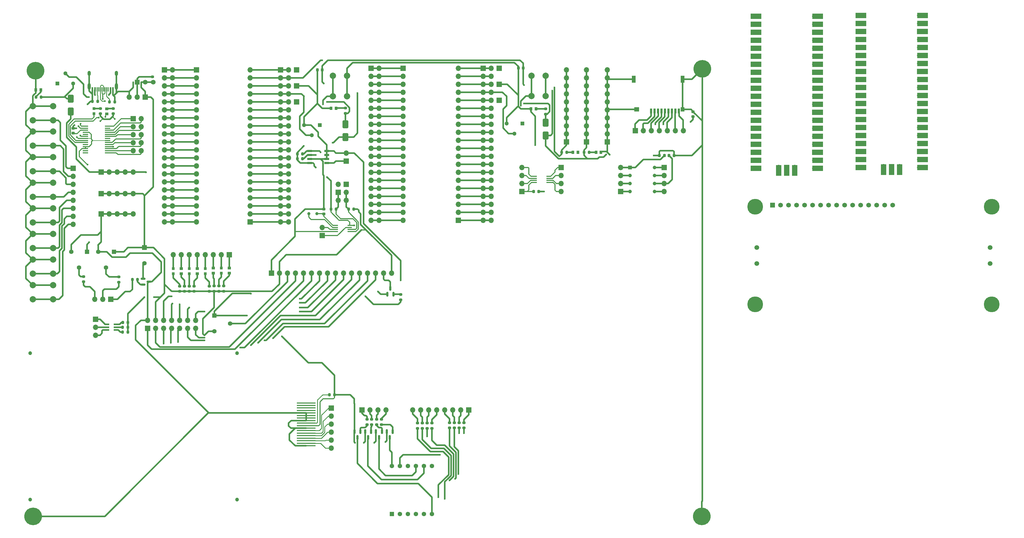
<source format=gbr>
%TF.GenerationSoftware,KiCad,Pcbnew,9.0.0*%
%TF.CreationDate,2025-05-15T12:50:59+02:00*%
%TF.ProjectId,board,626f6172-642e-46b6-9963-61645f706362,rev?*%
%TF.SameCoordinates,Original*%
%TF.FileFunction,Copper,L1,Top*%
%TF.FilePolarity,Positive*%
%FSLAX46Y46*%
G04 Gerber Fmt 4.6, Leading zero omitted, Abs format (unit mm)*
G04 Created by KiCad (PCBNEW 9.0.0) date 2025-05-15 12:50:59*
%MOMM*%
%LPD*%
G01*
G04 APERTURE LIST*
G04 Aperture macros list*
%AMRoundRect*
0 Rectangle with rounded corners*
0 $1 Rounding radius*
0 $2 $3 $4 $5 $6 $7 $8 $9 X,Y pos of 4 corners*
0 Add a 4 corners polygon primitive as box body*
4,1,4,$2,$3,$4,$5,$6,$7,$8,$9,$2,$3,0*
0 Add four circle primitives for the rounded corners*
1,1,$1+$1,$2,$3*
1,1,$1+$1,$4,$5*
1,1,$1+$1,$6,$7*
1,1,$1+$1,$8,$9*
0 Add four rect primitives between the rounded corners*
20,1,$1+$1,$2,$3,$4,$5,0*
20,1,$1+$1,$4,$5,$6,$7,0*
20,1,$1+$1,$6,$7,$8,$9,0*
20,1,$1+$1,$8,$9,$2,$3,0*%
G04 Aperture macros list end*
%TA.AperFunction,ComponentPad*%
%ADD10R,1.500000X1.500000*%
%TD*%
%TA.AperFunction,ComponentPad*%
%ADD11C,1.500000*%
%TD*%
%TA.AperFunction,SMDPad,CuDef*%
%ADD12RoundRect,0.200000X0.275000X-0.200000X0.275000X0.200000X-0.275000X0.200000X-0.275000X-0.200000X0*%
%TD*%
%TA.AperFunction,ComponentPad*%
%ADD13O,1.700000X1.700000*%
%TD*%
%TA.AperFunction,SMDPad,CuDef*%
%ADD14R,3.500000X1.700000*%
%TD*%
%TA.AperFunction,ComponentPad*%
%ADD15R,1.700000X1.700000*%
%TD*%
%TA.AperFunction,SMDPad,CuDef*%
%ADD16R,1.700000X3.500000*%
%TD*%
%TA.AperFunction,SMDPad,CuDef*%
%ADD17RoundRect,0.200000X0.200000X0.275000X-0.200000X0.275000X-0.200000X-0.275000X0.200000X-0.275000X0*%
%TD*%
%TA.AperFunction,ComponentPad*%
%ADD18C,5.000000*%
%TD*%
%TA.AperFunction,SMDPad,CuDef*%
%ADD19RoundRect,0.250000X0.650000X-1.000000X0.650000X1.000000X-0.650000X1.000000X-0.650000X-1.000000X0*%
%TD*%
%TA.AperFunction,SMDPad,CuDef*%
%ADD20RoundRect,0.150000X-0.587500X-0.150000X0.587500X-0.150000X0.587500X0.150000X-0.587500X0.150000X0*%
%TD*%
%TA.AperFunction,SMDPad,CuDef*%
%ADD21R,1.000000X0.950000*%
%TD*%
%TA.AperFunction,ComponentPad*%
%ADD22C,3.600000*%
%TD*%
%TA.AperFunction,ConnectorPad*%
%ADD23C,5.600000*%
%TD*%
%TA.AperFunction,ComponentPad*%
%ADD24R,1.159000X1.159000*%
%TD*%
%TA.AperFunction,ComponentPad*%
%ADD25C,1.159000*%
%TD*%
%TA.AperFunction,SMDPad,CuDef*%
%ADD26R,0.950000X1.000000*%
%TD*%
%TA.AperFunction,SMDPad,CuDef*%
%ADD27R,0.950000X0.900000*%
%TD*%
%TA.AperFunction,SMDPad,CuDef*%
%ADD28R,1.600000X0.500000*%
%TD*%
%TA.AperFunction,ComponentPad*%
%ADD29C,2.000000*%
%TD*%
%TA.AperFunction,SMDPad,CuDef*%
%ADD30RoundRect,0.225000X-0.225000X-0.250000X0.225000X-0.250000X0.225000X0.250000X-0.225000X0.250000X0*%
%TD*%
%TA.AperFunction,ComponentPad*%
%ADD31R,1.300000X1.300000*%
%TD*%
%TA.AperFunction,ComponentPad*%
%ADD32C,1.300000*%
%TD*%
%TA.AperFunction,SMDPad,CuDef*%
%ADD33R,1.400000X0.450000*%
%TD*%
%TA.AperFunction,ComponentPad*%
%ADD34C,1.000000*%
%TD*%
%TA.AperFunction,SMDPad,CuDef*%
%ADD35RoundRect,0.150000X-0.150000X0.587500X-0.150000X-0.587500X0.150000X-0.587500X0.150000X0.587500X0*%
%TD*%
%TA.AperFunction,ComponentPad*%
%ADD36C,1.400000*%
%TD*%
%TA.AperFunction,SMDPad,CuDef*%
%ADD37R,0.600000X1.450000*%
%TD*%
%TA.AperFunction,SMDPad,CuDef*%
%ADD38R,0.300000X1.450000*%
%TD*%
%TA.AperFunction,HeatsinkPad*%
%ADD39O,1.000000X2.100000*%
%TD*%
%TA.AperFunction,HeatsinkPad*%
%ADD40O,1.000000X1.600000*%
%TD*%
%TA.AperFunction,SMDPad,CuDef*%
%ADD41R,1.525000X0.650000*%
%TD*%
%TA.AperFunction,SMDPad,CuDef*%
%ADD42RoundRect,0.200000X-0.275000X0.200000X-0.275000X-0.200000X0.275000X-0.200000X0.275000X0.200000X0*%
%TD*%
%TA.AperFunction,SMDPad,CuDef*%
%ADD43RoundRect,0.200000X-0.200000X-0.275000X0.200000X-0.275000X0.200000X0.275000X-0.200000X0.275000X0*%
%TD*%
%TA.AperFunction,ComponentPad*%
%ADD44R,1.425000X1.425000*%
%TD*%
%TA.AperFunction,ComponentPad*%
%ADD45C,1.425000*%
%TD*%
%TA.AperFunction,SMDPad,CuDef*%
%ADD46RoundRect,0.225000X0.225000X0.250000X-0.225000X0.250000X-0.225000X-0.250000X0.225000X-0.250000X0*%
%TD*%
%TA.AperFunction,SMDPad,CuDef*%
%ADD47RoundRect,0.225000X0.250000X-0.225000X0.250000X0.225000X-0.250000X0.225000X-0.250000X-0.225000X0*%
%TD*%
%TA.AperFunction,SMDPad,CuDef*%
%ADD48RoundRect,0.150000X0.150000X-0.587500X0.150000X0.587500X-0.150000X0.587500X-0.150000X-0.587500X0*%
%TD*%
%TA.AperFunction,ComponentPad*%
%ADD49R,1.400000X1.400000*%
%TD*%
%TA.AperFunction,SMDPad,CuDef*%
%ADD50R,0.700000X1.600000*%
%TD*%
%TA.AperFunction,SMDPad,CuDef*%
%ADD51R,1.200000X1.400000*%
%TD*%
%TA.AperFunction,SMDPad,CuDef*%
%ADD52R,1.600000X1.400000*%
%TD*%
%TA.AperFunction,SMDPad,CuDef*%
%ADD53R,1.200000X2.200000*%
%TD*%
%TA.AperFunction,SMDPad,CuDef*%
%ADD54R,1.725000X0.450000*%
%TD*%
%TA.AperFunction,WasherPad*%
%ADD55C,1.200000*%
%TD*%
%TA.AperFunction,SMDPad,CuDef*%
%ADD56R,6.000000X0.400000*%
%TD*%
%TA.AperFunction,SMDPad,CuDef*%
%ADD57RoundRect,0.225000X-0.250000X0.225000X-0.250000X-0.225000X0.250000X-0.225000X0.250000X0.225000X0*%
%TD*%
%TA.AperFunction,ViaPad*%
%ADD58C,0.600000*%
%TD*%
%TA.AperFunction,Conductor*%
%ADD59C,0.508000*%
%TD*%
%TA.AperFunction,Conductor*%
%ADD60C,0.304800*%
%TD*%
%TA.AperFunction,Conductor*%
%ADD61C,0.203200*%
%TD*%
%TA.AperFunction,Conductor*%
%ADD62C,0.254000*%
%TD*%
G04 APERTURE END LIST*
D10*
%TO.P,IC3,1,GND*%
%TO.N,GND*%
X36830000Y-8255000D03*
D11*
%TO.P,IC3,2,DQ*%
%TO.N,Net-(IC3-DQ)*%
X39370000Y-8255000D03*
%TO.P,IC3,3,VDD*%
%TO.N,+3.3V*%
X41910000Y-8255000D03*
%TD*%
D12*
%TO.P,R38,1*%
%TO.N,+3.3V*%
X54864000Y-74637000D03*
%TO.P,R38,2*%
%TO.N,Net-(LED7-A)*%
X54864000Y-72987000D03*
%TD*%
%TO.P,R14,1*%
%TO.N,Net-(J13-Pin_2)*%
X30988000Y-71691000D03*
%TO.P,R14,2*%
%TO.N,Net-(R14-Pad2)*%
X30988000Y-70041000D03*
%TD*%
D13*
%TO.P,U4,1,GPIO0*%
%TO.N,unconnected-(U4-GPIO0-Pad1)_1*%
X267208000Y12954000D03*
D14*
%TO.N,unconnected-(U4-GPIO0-Pad1)*%
X266308000Y12954000D03*
D13*
%TO.P,U4,2,GPIO1*%
%TO.N,unconnected-(U4-GPIO1-Pad2)_1*%
X267208000Y10414000D03*
D14*
%TO.N,unconnected-(U4-GPIO1-Pad2)*%
X266308000Y10414000D03*
D15*
%TO.P,U4,3,GND*%
%TO.N,unconnected-(U4-GND-Pad3)_1*%
X267208000Y7874000D03*
D14*
%TO.N,unconnected-(U4-GND-Pad3)*%
X266308000Y7874000D03*
D13*
%TO.P,U4,4,GPIO2*%
%TO.N,unconnected-(U4-GPIO2-Pad4)_1*%
X267208000Y5334000D03*
D14*
%TO.N,unconnected-(U4-GPIO2-Pad4)*%
X266308000Y5334000D03*
D13*
%TO.P,U4,5,GPIO3*%
%TO.N,unconnected-(U4-GPIO3-Pad5)*%
X267208000Y2794000D03*
D14*
%TO.N,unconnected-(U4-GPIO3-Pad5)_1*%
X266308000Y2794000D03*
D13*
%TO.P,U4,6,GPIO4*%
%TO.N,unconnected-(U4-GPIO4-Pad6)_1*%
X267208000Y254000D03*
D14*
%TO.N,unconnected-(U4-GPIO4-Pad6)*%
X266308000Y254000D03*
D13*
%TO.P,U4,7,GPIO5*%
%TO.N,unconnected-(U4-GPIO5-Pad7)_1*%
X267208000Y-2286000D03*
D14*
%TO.N,unconnected-(U4-GPIO5-Pad7)*%
X266308000Y-2286000D03*
D15*
%TO.P,U4,8,GND*%
%TO.N,unconnected-(U4-GND-Pad8)_1*%
X267208000Y-4826000D03*
D14*
%TO.N,unconnected-(U4-GND-Pad8)*%
X266308000Y-4826000D03*
D13*
%TO.P,U4,9,GPIO6*%
%TO.N,unconnected-(U4-GPIO6-Pad9)*%
X267208000Y-7366000D03*
D14*
%TO.N,unconnected-(U4-GPIO6-Pad9)_1*%
X266308000Y-7366000D03*
D13*
%TO.P,U4,10,GPIO7*%
%TO.N,unconnected-(U4-GPIO7-Pad10)*%
X267208000Y-9906000D03*
D14*
%TO.N,unconnected-(U4-GPIO7-Pad10)_1*%
X266308000Y-9906000D03*
D13*
%TO.P,U4,11,GPIO8*%
%TO.N,unconnected-(U4-GPIO8-Pad11)_1*%
X267208000Y-12446000D03*
D14*
%TO.N,unconnected-(U4-GPIO8-Pad11)*%
X266308000Y-12446000D03*
D13*
%TO.P,U4,12,GPIO9*%
%TO.N,unconnected-(U4-GPIO9-Pad12)_1*%
X267208000Y-14986000D03*
D14*
%TO.N,unconnected-(U4-GPIO9-Pad12)*%
X266308000Y-14986000D03*
D15*
%TO.P,U4,13,GND*%
%TO.N,unconnected-(U4-GND-Pad13)*%
X267208000Y-17526000D03*
D14*
%TO.N,unconnected-(U4-GND-Pad13)_1*%
X266308000Y-17526000D03*
D13*
%TO.P,U4,14,GPIO10*%
%TO.N,unconnected-(U4-GPIO10-Pad14)*%
X267208000Y-20066000D03*
D14*
%TO.N,unconnected-(U4-GPIO10-Pad14)_1*%
X266308000Y-20066000D03*
D13*
%TO.P,U4,15,GPIO11*%
%TO.N,unconnected-(U4-GPIO11-Pad15)_1*%
X267208000Y-22606000D03*
D14*
%TO.N,unconnected-(U4-GPIO11-Pad15)*%
X266308000Y-22606000D03*
D13*
%TO.P,U4,16,GPIO12*%
%TO.N,unconnected-(U4-GPIO12-Pad16)*%
X267208000Y-25146000D03*
D14*
%TO.N,unconnected-(U4-GPIO12-Pad16)_1*%
X266308000Y-25146000D03*
D13*
%TO.P,U4,17,GPIO13*%
%TO.N,unconnected-(U4-GPIO13-Pad17)*%
X267208000Y-27686000D03*
D14*
%TO.N,unconnected-(U4-GPIO13-Pad17)_1*%
X266308000Y-27686000D03*
D15*
%TO.P,U4,18,GND*%
%TO.N,unconnected-(U4-GND-Pad18)*%
X267208000Y-30226000D03*
D14*
%TO.N,unconnected-(U4-GND-Pad18)_1*%
X266308000Y-30226000D03*
D13*
%TO.P,U4,19,GPIO14*%
%TO.N,unconnected-(U4-GPIO14-Pad19)*%
X267208000Y-32766000D03*
D14*
%TO.N,unconnected-(U4-GPIO14-Pad19)_1*%
X266308000Y-32766000D03*
D13*
%TO.P,U4,20,GPIO15*%
%TO.N,unconnected-(U4-GPIO15-Pad20)_1*%
X267208000Y-35306000D03*
D14*
%TO.N,unconnected-(U4-GPIO15-Pad20)*%
X266308000Y-35306000D03*
D13*
%TO.P,U4,21,GPIO16*%
%TO.N,unconnected-(U4-GPIO16-Pad21)_1*%
X284988000Y-35306000D03*
D14*
%TO.N,unconnected-(U4-GPIO16-Pad21)*%
X285888000Y-35306000D03*
D13*
%TO.P,U4,22,GPIO17*%
%TO.N,unconnected-(U4-GPIO17-Pad22)_1*%
X284988000Y-32766000D03*
D14*
%TO.N,unconnected-(U4-GPIO17-Pad22)*%
X285888000Y-32766000D03*
D15*
%TO.P,U4,23,GND*%
%TO.N,unconnected-(U4-GND-Pad23)*%
X284988000Y-30226000D03*
D14*
%TO.N,unconnected-(U4-GND-Pad23)_1*%
X285888000Y-30226000D03*
D13*
%TO.P,U4,24,GPIO18*%
%TO.N,unconnected-(U4-GPIO18-Pad24)*%
X284988000Y-27686000D03*
D14*
%TO.N,unconnected-(U4-GPIO18-Pad24)_1*%
X285888000Y-27686000D03*
D13*
%TO.P,U4,25,GPIO19*%
%TO.N,unconnected-(U4-GPIO19-Pad25)*%
X284988000Y-25146000D03*
D14*
%TO.N,unconnected-(U4-GPIO19-Pad25)_1*%
X285888000Y-25146000D03*
D13*
%TO.P,U4,26,GPIO20*%
%TO.N,unconnected-(U4-GPIO20-Pad26)*%
X284988000Y-22606000D03*
D14*
%TO.N,unconnected-(U4-GPIO20-Pad26)_1*%
X285888000Y-22606000D03*
D13*
%TO.P,U4,27,GPIO21*%
%TO.N,unconnected-(U4-GPIO21-Pad27)*%
X284988000Y-20066000D03*
D14*
%TO.N,unconnected-(U4-GPIO21-Pad27)_1*%
X285888000Y-20066000D03*
D15*
%TO.P,U4,28,GND*%
%TO.N,unconnected-(U4-GND-Pad28)_1*%
X284988000Y-17526000D03*
D14*
%TO.N,unconnected-(U4-GND-Pad28)*%
X285888000Y-17526000D03*
D13*
%TO.P,U4,29,GPIO22*%
%TO.N,unconnected-(U4-GPIO22-Pad29)_1*%
X284988000Y-14986000D03*
D14*
%TO.N,unconnected-(U4-GPIO22-Pad29)*%
X285888000Y-14986000D03*
D13*
%TO.P,U4,30,RUN*%
%TO.N,unconnected-(U4-RUN-Pad30)_1*%
X284988000Y-12446000D03*
D14*
%TO.N,unconnected-(U4-RUN-Pad30)*%
X285888000Y-12446000D03*
D13*
%TO.P,U4,31,GPIO26_ADC0*%
%TO.N,unconnected-(U4-GPIO26_ADC0-Pad31)_1*%
X284988000Y-9906000D03*
D14*
%TO.N,unconnected-(U4-GPIO26_ADC0-Pad31)*%
X285888000Y-9906000D03*
D13*
%TO.P,U4,32,GPIO27_ADC1*%
%TO.N,unconnected-(U4-GPIO27_ADC1-Pad32)_1*%
X284988000Y-7366000D03*
D14*
%TO.N,unconnected-(U4-GPIO27_ADC1-Pad32)*%
X285888000Y-7366000D03*
D15*
%TO.P,U4,33,AGND*%
%TO.N,unconnected-(U4-AGND-Pad33)*%
X284988000Y-4826000D03*
D14*
%TO.N,unconnected-(U4-AGND-Pad33)_1*%
X285888000Y-4826000D03*
D13*
%TO.P,U4,34,GPIO28_ADC2*%
%TO.N,unconnected-(U4-GPIO28_ADC2-Pad34)*%
X284988000Y-2286000D03*
D14*
%TO.N,unconnected-(U4-GPIO28_ADC2-Pad34)_1*%
X285888000Y-2286000D03*
D13*
%TO.P,U4,35,ADC_VREF*%
%TO.N,unconnected-(U4-ADC_VREF-Pad35)_1*%
X284988000Y254000D03*
D14*
%TO.N,unconnected-(U4-ADC_VREF-Pad35)*%
X285888000Y254000D03*
D13*
%TO.P,U4,36,3V3*%
%TO.N,unconnected-(U4-3V3-Pad36)_1*%
X284988000Y2794000D03*
D14*
%TO.N,unconnected-(U4-3V3-Pad36)*%
X285888000Y2794000D03*
D13*
%TO.P,U4,37,3V3_EN*%
%TO.N,unconnected-(U4-3V3_EN-Pad37)_1*%
X284988000Y5334000D03*
D14*
%TO.N,unconnected-(U4-3V3_EN-Pad37)*%
X285888000Y5334000D03*
D15*
%TO.P,U4,38,GND*%
%TO.N,unconnected-(U4-GND-Pad38)*%
X284988000Y7874000D03*
D14*
%TO.N,unconnected-(U4-GND-Pad38)_1*%
X285888000Y7874000D03*
D13*
%TO.P,U4,39,VSYS*%
%TO.N,unconnected-(U4-VSYS-Pad39)_1*%
X284988000Y10414000D03*
D14*
%TO.N,unconnected-(U4-VSYS-Pad39)*%
X285888000Y10414000D03*
D13*
%TO.P,U4,40,VBUS*%
%TO.N,unconnected-(U4-VBUS-Pad40)_1*%
X284988000Y12954000D03*
D14*
%TO.N,unconnected-(U4-VBUS-Pad40)*%
X285888000Y12954000D03*
D13*
%TO.P,U4,41,SWCLK*%
%TO.N,unconnected-(U4-SWCLK-Pad41)*%
X273558000Y-35076000D03*
D16*
%TO.N,unconnected-(U4-SWCLK-Pad41)_1*%
X273558000Y-35976000D03*
D15*
%TO.P,U4,42,GND*%
%TO.N,unconnected-(U4-GND-Pad42)_1*%
X276098000Y-35076000D03*
D16*
%TO.N,unconnected-(U4-GND-Pad42)*%
X276098000Y-35976000D03*
D13*
%TO.P,U4,43,SWDIO*%
%TO.N,unconnected-(U4-SWDIO-Pad43)*%
X278638000Y-35076000D03*
D16*
%TO.N,unconnected-(U4-SWDIO-Pad43)_1*%
X278638000Y-35976000D03*
%TD*%
D12*
%TO.P,R27,1*%
%TO.N,/Wy\u015Bwietlacz segmentowy/e*%
X130302000Y-118110000D03*
%TO.P,R27,2*%
%TO.N,Net-(J24-Pin_5)*%
X130302000Y-116460000D03*
%TD*%
D15*
%TO.P,J24,1,Pin_1*%
%TO.N,Net-(J24-Pin_1)*%
X141986000Y-112268000D03*
D13*
%TO.P,J24,2,Pin_2*%
%TO.N,Net-(J24-Pin_2)*%
X139446000Y-112268000D03*
%TO.P,J24,3,Pin_3*%
%TO.N,Net-(J24-Pin_3)*%
X136906000Y-112268000D03*
%TO.P,J24,4,Pin_4*%
%TO.N,Net-(J24-Pin_4)*%
X134366000Y-112268000D03*
%TO.P,J24,5,Pin_5*%
%TO.N,Net-(J24-Pin_5)*%
X131826000Y-112268000D03*
%TO.P,J24,6,Pin_6*%
%TO.N,Net-(J24-Pin_6)*%
X129286000Y-112268000D03*
%TO.P,J24,7,Pin_7*%
%TO.N,Net-(J24-Pin_7)*%
X126746000Y-112268000D03*
%TO.P,J24,8,Pin_8*%
%TO.N,Net-(J24-Pin_8)*%
X124206000Y-112268000D03*
%TD*%
D17*
%TO.P,R20,1*%
%TO.N,Net-(Q1-B)*%
X36893000Y-70866000D03*
%TO.P,R20,2*%
%TO.N,Net-(J13-Pin_1)*%
X35243000Y-70866000D03*
%TD*%
D12*
%TO.P,R29,1*%
%TO.N,/Wy\u015Bwietlacz segmentowy/g*%
X127254000Y-118110000D03*
%TO.P,R29,2*%
%TO.N,Net-(J24-Pin_7)*%
X127254000Y-116460000D03*
%TD*%
%TO.P,R13,1*%
%TO.N,/Wy\u015Bwietlacz segmentowy/a*%
X140462000Y-117982000D03*
%TO.P,R13,2*%
%TO.N,Net-(J24-Pin_1)*%
X140462000Y-116332000D03*
%TD*%
D10*
%TO.P,DS4,1,VSS*%
%TO.N,unconnected-(DS4-VSS-Pad1)*%
X238340000Y-47246000D03*
D11*
%TO.P,DS4,2,VDD*%
%TO.N,unconnected-(DS4-VDD-Pad2)*%
X240880000Y-47246000D03*
%TO.P,DS4,3,VO*%
%TO.N,unconnected-(DS4-VO-Pad3)*%
X243420000Y-47246000D03*
%TO.P,DS4,4,RS*%
%TO.N,unconnected-(DS4-RS-Pad4)*%
X245960000Y-47246000D03*
%TO.P,DS4,5,R/~{W}*%
%TO.N,unconnected-(DS4-R{slash}~{W}-Pad5)*%
X248500000Y-47246000D03*
%TO.P,DS4,6,E*%
%TO.N,unconnected-(DS4-E-Pad6)*%
X251040000Y-47246000D03*
%TO.P,DS4,7,DB0*%
%TO.N,unconnected-(DS4-DB0-Pad7)*%
X253580000Y-47246000D03*
%TO.P,DS4,8,DB1*%
%TO.N,unconnected-(DS4-DB1-Pad8)*%
X256120000Y-47246000D03*
%TO.P,DS4,9,DB2*%
%TO.N,unconnected-(DS4-DB2-Pad9)*%
X258660000Y-47246000D03*
%TO.P,DS4,10,DB3*%
%TO.N,unconnected-(DS4-DB3-Pad10)*%
X261200000Y-47246000D03*
%TO.P,DS4,11,DB4*%
%TO.N,unconnected-(DS4-DB4-Pad11)*%
X263740000Y-47246000D03*
%TO.P,DS4,12,DB5*%
%TO.N,unconnected-(DS4-DB5-Pad12)*%
X266280000Y-47246000D03*
%TO.P,DS4,13,DB6*%
%TO.N,unconnected-(DS4-DB6-Pad13)*%
X268820000Y-47246000D03*
%TO.P,DS4,14,DB7*%
%TO.N,unconnected-(DS4-DB7-Pad14)*%
X271360000Y-47246000D03*
%TO.P,DS4,15,A_1*%
%TO.N,unconnected-(DS4-A_1-Pad15)*%
X273900000Y-47246000D03*
%TO.P,DS4,16,K_1*%
%TO.N,unconnected-(DS4-K_1-Pad16)*%
X276440000Y-47246000D03*
%TO.P,DS4,A1,A_2*%
%TO.N,unconnected-(DS4-A_2-PadA1)*%
X233340000Y-65786000D03*
%TO.P,DS4,A2,A_3*%
%TO.N,unconnected-(DS4-A_3-PadA2)*%
X307340000Y-60706000D03*
%TO.P,DS4,K1,K_2*%
%TO.N,unconnected-(DS4-K_2-PadK1)*%
X233340000Y-60706000D03*
%TO.P,DS4,K2,K_3*%
%TO.N,unconnected-(DS4-K_3-PadK2)*%
X307340000Y-65786000D03*
D18*
%TO.P,DS4,MH1,MH1*%
%TO.N,unconnected-(DS4-PadMH1)*%
X232840000Y-47746000D03*
%TO.P,DS4,MH2,MH2*%
%TO.N,unconnected-(DS4-PadMH2)*%
X307840000Y-47746000D03*
%TO.P,DS4,MH3,MH3*%
%TO.N,unconnected-(DS4-PadMH3)*%
X307840000Y-78746000D03*
%TO.P,DS4,MH4,MH4*%
%TO.N,unconnected-(DS4-PadMH4)*%
X232840000Y-78746000D03*
%TD*%
D15*
%TO.P,J16,1,Pin_1*%
%TO.N,+3.3V*%
X25400000Y-43643000D03*
D13*
%TO.P,J16,2,Pin_2*%
X27940000Y-43643000D03*
%TO.P,J16,3,Pin_3*%
X30480000Y-43643000D03*
%TO.P,J16,4,Pin_4*%
X33020000Y-43643000D03*
%TO.P,J16,5,Pin_5*%
X35560000Y-43643000D03*
%TD*%
D19*
%TO.P,D4,1,K*%
%TO.N,+3.3V*%
X102870000Y-25622000D03*
%TO.P,D4,2,A*%
%TO.N,Net-(D4-A)*%
X102870000Y-21622000D03*
%TD*%
D20*
%TO.P,Q1,1,C*%
%TO.N,Net-(LS1--)*%
X38686500Y-70615000D03*
%TO.P,Q1,2,B*%
%TO.N,Net-(Q1-B)*%
X38686500Y-72515000D03*
%TO.P,Q1,3,E*%
%TO.N,GND*%
X40561500Y-71565000D03*
%TD*%
D15*
%TO.P,J27,1,Pin_1*%
%TO.N,/c1*%
X121158000Y-3810000D03*
D13*
%TO.P,J27,2,Pin_2*%
%TO.N,/c2*%
X121158000Y-6350000D03*
%TO.P,J27,3,Pin_3*%
%TO.N,/c3*%
X121158000Y-8890000D03*
%TO.P,J27,4,Pin_4*%
%TO.N,/c4*%
X121158000Y-11430000D03*
%TO.P,J27,5,Pin_5*%
%TO.N,/c5*%
X121158000Y-13970000D03*
%TO.P,J27,6,Pin_6*%
%TO.N,/c6*%
X121158000Y-16510000D03*
%TO.P,J27,7,Pin_7*%
%TO.N,/c7*%
X121158000Y-19050000D03*
%TO.P,J27,8,Pin_8*%
%TO.N,/c8*%
X121158000Y-21590000D03*
%TO.P,J27,9,Pin_9*%
%TO.N,/c9*%
X121158000Y-24130000D03*
%TO.P,J27,10,Pin_10*%
%TO.N,/c10*%
X121158000Y-26670000D03*
%TO.P,J27,11,Pin_11*%
%TO.N,/c11*%
X121158000Y-29210000D03*
%TO.P,J27,12,Pin_12*%
%TO.N,/c12*%
X121158000Y-31750000D03*
%TO.P,J27,13,Pin_13*%
%TO.N,/c13*%
X121158000Y-34290000D03*
%TO.P,J27,14,Pin_14*%
%TO.N,/c14*%
X121158000Y-36830000D03*
%TO.P,J27,15,Pin_15*%
%TO.N,/c15*%
X121158000Y-39370000D03*
%TO.P,J27,16,Pin_16*%
%TO.N,/c16*%
X121158000Y-41910000D03*
%TO.P,J27,17,Pin_17*%
%TO.N,/c17*%
X121158000Y-44450000D03*
%TO.P,J27,18,Pin_18*%
%TO.N,/c18*%
X121158000Y-46990000D03*
%TO.P,J27,19,Pin_19*%
%TO.N,/c19*%
X121158000Y-49530000D03*
%TO.P,J27,20,Pin_20*%
%TO.N,/c20*%
X121158000Y-52070000D03*
%TD*%
D12*
%TO.P,R2,1*%
%TO.N,Net-(J13-Pin_3)*%
X19812000Y-71565000D03*
%TO.P,R2,2*%
%TO.N,Net-(R2-Pad2)*%
X19812000Y-69915000D03*
%TD*%
D21*
%TO.P,LED6,1,K*%
%TO.N,Net-(J29-Pin_7)*%
X50800000Y-67437000D03*
%TO.P,LED6,2,A*%
%TO.N,Net-(LED6-A)*%
X50800000Y-69037000D03*
%TD*%
D22*
%TO.P,H2,1,1*%
%TO.N,GND*%
X4572000Y-4572000D03*
D23*
X4572000Y-4572000D03*
%TD*%
D12*
%TO.P,R37,1*%
%TO.N,+3.3V*%
X53340000Y-74637000D03*
%TO.P,R37,2*%
%TO.N,Net-(LED3-A)*%
X53340000Y-72987000D03*
%TD*%
D15*
%TO.P,J15,1,Pin_3*%
%TO.N,Net-(J15-Pin_3)*%
X23573000Y-83450000D03*
D13*
%TO.P,J15,2,Pin_2*%
%TO.N,Net-(J15-Pin_2)*%
X23573000Y-85990000D03*
%TO.P,J15,3,Pin_1*%
%TO.N,Net-(J15-Pin_1)*%
X23573000Y-88530000D03*
%TD*%
D17*
%TO.P,R21,1*%
%TO.N,+3.3V*%
X33859000Y-84529000D03*
%TO.P,R21,2*%
%TO.N,Net-(LED1-A_BLUE)*%
X32209000Y-84529000D03*
%TD*%
D15*
%TO.P,J2,1,Pin_1*%
%TO.N,GND*%
X185928000Y-27178000D03*
D13*
%TO.P,J2,2,Pin_2*%
X185928000Y-24638000D03*
%TO.P,J2,3,Pin_3*%
X185928000Y-22098000D03*
%TO.P,J2,4,Pin_4*%
X185928000Y-19558000D03*
%TO.P,J2,5,Pin_5*%
X185928000Y-17018000D03*
%TO.P,J2,6,Pin_6*%
X185928000Y-14478000D03*
%TO.P,J2,7,Pin_7*%
X185928000Y-11938000D03*
%TO.P,J2,8,Pin_8*%
X185928000Y-9398000D03*
%TO.P,J2,9,Pin_9*%
X185928000Y-6858000D03*
%TO.P,J2,10,Pin_10*%
X185928000Y-4318000D03*
%TD*%
D15*
%TO.P,J1,1,Pin_1*%
%TO.N,GND*%
X25400000Y-50038000D03*
D13*
%TO.P,J1,2,Pin_2*%
X27940000Y-50038000D03*
%TO.P,J1,3,Pin_3*%
X30480000Y-50038000D03*
%TO.P,J1,4,Pin_4*%
X33020000Y-50038000D03*
%TO.P,J1,5,Pin_5*%
X35560000Y-50038000D03*
%TD*%
D22*
%TO.P,H3,1,1*%
%TO.N,GND*%
X215900000Y-146050000D03*
D23*
X215900000Y-146050000D03*
%TD*%
D15*
%TO.P,J36,1,Pin_1*%
%TO.N,/d20*%
X138684000Y-52070000D03*
D13*
%TO.P,J36,2,Pin_2*%
%TO.N,/d19*%
X138684000Y-49530000D03*
%TO.P,J36,3,Pin_3*%
%TO.N,/d18*%
X138684000Y-46990000D03*
%TO.P,J36,4,Pin_4*%
%TO.N,/d17*%
X138684000Y-44450000D03*
%TO.P,J36,5,Pin_5*%
%TO.N,/d16*%
X138684000Y-41910000D03*
%TO.P,J36,6,Pin_6*%
%TO.N,/d15*%
X138684000Y-39370000D03*
%TO.P,J36,7,Pin_7*%
%TO.N,/d14*%
X138684000Y-36830000D03*
%TO.P,J36,8,Pin_8*%
%TO.N,/d13*%
X138684000Y-34290000D03*
%TO.P,J36,9,Pin_9*%
%TO.N,/d12*%
X138684000Y-31750000D03*
%TO.P,J36,10,Pin_10*%
%TO.N,/d11*%
X138684000Y-29210000D03*
%TO.P,J36,11,Pin_11*%
%TO.N,/d10*%
X138684000Y-26670000D03*
%TO.P,J36,12,Pin_12*%
%TO.N,/d9*%
X138684000Y-24130000D03*
%TO.P,J36,13,Pin_13*%
%TO.N,/d8*%
X138684000Y-21590000D03*
%TO.P,J36,14,Pin_14*%
%TO.N,/d7*%
X138684000Y-19050000D03*
%TO.P,J36,15,Pin_15*%
%TO.N,/d6*%
X138684000Y-16510000D03*
%TO.P,J36,16,Pin_16*%
%TO.N,/d5*%
X138684000Y-13970000D03*
%TO.P,J36,17,Pin_17*%
%TO.N,/d4*%
X138684000Y-11430000D03*
%TO.P,J36,18,Pin_18*%
%TO.N,/d3*%
X138684000Y-8890000D03*
%TO.P,J36,19,Pin_19*%
%TO.N,VSYS*%
X138684000Y-6350000D03*
%TO.P,J36,20,Pin_20*%
%TO.N,/d1*%
X138684000Y-3810000D03*
%TD*%
D12*
%TO.P,R3,1*%
%TO.N,+5V*%
X29210000Y-18212000D03*
%TO.P,R3,2*%
%TO.N,Net-(LED11-A)*%
X29210000Y-16562000D03*
%TD*%
D24*
%TO.P,IC6,1,VDD*%
%TO.N,Net-(IC6-VDD)*%
X193104000Y-35306000D03*
D25*
%TO.P,IC6,2,~{CS}*%
%TO.N,Net-(IC6-~{CS})*%
X193104000Y-37846000D03*
%TO.P,IC6,3,SCK*%
%TO.N,Net-(IC6-SCK)*%
X193104000Y-40386000D03*
%TO.P,IC6,4,SDI*%
%TO.N,Net-(IC6-SDI)*%
X193104000Y-42926000D03*
%TO.P,IC6,5,~{LDAC}*%
%TO.N,Net-(IC6-~{LDAC})*%
X200914000Y-42926000D03*
%TO.P,IC6,6,VREF*%
%TO.N,Net-(IC6-VREF)*%
X200914000Y-40386000D03*
%TO.P,IC6,7,VSS*%
%TO.N,Net-(IC6-VSS)*%
X200914000Y-37846000D03*
%TO.P,IC6,8,VOUT*%
%TO.N,Net-(IC6-VOUT)*%
X200914000Y-35306000D03*
%TD*%
D15*
%TO.P,J42,1,Pin_1*%
%TO.N,+5V*%
X87376000Y-4318000D03*
%TD*%
D12*
%TO.P,R5,1*%
%TO.N,+5V*%
X25146000Y-18212000D03*
%TO.P,R5,2*%
%TO.N,Net-(LED10-A)*%
X25146000Y-16562000D03*
%TD*%
D15*
%TO.P,J18,1,Pin_1*%
%TO.N,/a1*%
X45466000Y-4318000D03*
D13*
%TO.P,J18,2,Pin_2*%
X48006000Y-4318000D03*
%TO.P,J18,3,Pin_3*%
%TO.N,/a2*%
X45466000Y-6858000D03*
%TO.P,J18,4,Pin_4*%
X48006000Y-6858000D03*
%TO.P,J18,5,Pin_5*%
%TO.N,/a3*%
X45466000Y-9398000D03*
%TO.P,J18,6,Pin_6*%
X48006000Y-9398000D03*
%TO.P,J18,7,Pin_7*%
%TO.N,/a4*%
X45466000Y-11938000D03*
%TO.P,J18,8,Pin_8*%
X48006000Y-11938000D03*
%TO.P,J18,9,Pin_9*%
%TO.N,/a5*%
X45466000Y-14478000D03*
%TO.P,J18,10,Pin_10*%
X48006000Y-14478000D03*
%TO.P,J18,11,Pin_11*%
%TO.N,/a6*%
X45466000Y-17018000D03*
%TO.P,J18,12,Pin_12*%
X48006000Y-17018000D03*
%TO.P,J18,13,Pin_13*%
%TO.N,/a7*%
X45466000Y-19558000D03*
%TO.P,J18,14,Pin_14*%
X48006000Y-19558000D03*
%TO.P,J18,15,Pin_15*%
%TO.N,/a8*%
X45466000Y-22098000D03*
%TO.P,J18,16,Pin_16*%
X48006000Y-22098000D03*
%TO.P,J18,17,Pin_17*%
%TO.N,/a9*%
X45466000Y-24638000D03*
%TO.P,J18,18,Pin_18*%
X48006000Y-24638000D03*
%TO.P,J18,19,Pin_19*%
%TO.N,/a10*%
X45466000Y-27178000D03*
%TO.P,J18,20,Pin_20*%
X48006000Y-27178000D03*
%TO.P,J18,21,Pin_21*%
%TO.N,/a11*%
X45466000Y-29718000D03*
%TO.P,J18,22,Pin_22*%
X48006000Y-29718000D03*
%TO.P,J18,23,Pin_23*%
%TO.N,/a12*%
X45466000Y-32258000D03*
%TO.P,J18,24,Pin_24*%
X48006000Y-32258000D03*
%TO.P,J18,25,Pin_25*%
%TO.N,/a13*%
X45466000Y-34798000D03*
%TO.P,J18,26,Pin_26*%
X48006000Y-34798000D03*
%TO.P,J18,27,Pin_27*%
%TO.N,/a14*%
X45466000Y-37338000D03*
%TO.P,J18,28,Pin_28*%
X48006000Y-37338000D03*
%TO.P,J18,29,Pin_29*%
%TO.N,/a15*%
X45466000Y-39878000D03*
%TO.P,J18,30,Pin_30*%
X48006000Y-39878000D03*
%TO.P,J18,31,Pin_31*%
%TO.N,/a16*%
X45466000Y-42418000D03*
%TO.P,J18,32,Pin_32*%
X48006000Y-42418000D03*
%TO.P,J18,33,Pin_33*%
%TO.N,/a17*%
X45466000Y-44958000D03*
%TO.P,J18,34,Pin_34*%
X48006000Y-44958000D03*
%TO.P,J18,35,Pin_35*%
%TO.N,/a18*%
X45466000Y-47498000D03*
%TO.P,J18,36,Pin_36*%
X48006000Y-47498000D03*
%TO.P,J18,37,Pin_37*%
%TO.N,/a19*%
X45466000Y-50038000D03*
%TO.P,J18,38,Pin_38*%
X48006000Y-50038000D03*
%TO.P,J18,39,Pin_39*%
%TO.N,/a20*%
X45466000Y-52578000D03*
%TO.P,J18,40,Pin_40*%
X48006000Y-52578000D03*
%TD*%
D26*
%TO.P,LED17,1,K*%
%TO.N,GND*%
X176568000Y-30480000D03*
%TO.P,LED17,2,A*%
%TO.N,Net-(LED17-A)*%
X174968000Y-30480000D03*
%TD*%
D27*
%TO.P,LED4,1,K*%
%TO.N,Net-(J29-Pin_4)*%
X58420000Y-67437000D03*
%TO.P,LED4,2,A*%
%TO.N,Net-(LED4-A)*%
X58420000Y-69037000D03*
%TD*%
D21*
%TO.P,LED8,1,K*%
%TO.N,Net-(J29-Pin_3)*%
X60960000Y-67272000D03*
%TO.P,LED8,2,A*%
%TO.N,Net-(LED8-A)*%
X60960000Y-68872000D03*
%TD*%
D15*
%TO.P,J6,1,Pin_1*%
%TO.N,Net-(IC2-SDA)*%
X103124000Y-40640000D03*
D13*
%TO.P,J6,2,Pin_2*%
%TO.N,Net-(IC2-SCL)*%
X100584000Y-40640000D03*
%TD*%
D15*
%TO.P,J5,1,Pin_1*%
%TO.N,Net-(J5-Pin_1)*%
X16510000Y-35560000D03*
D13*
%TO.P,J5,2,Pin_2*%
%TO.N,Net-(J5-Pin_2)*%
X16510000Y-38100000D03*
%TO.P,J5,3,Pin_3*%
%TO.N,Net-(J5-Pin_3)*%
X16510000Y-40640000D03*
%TO.P,J5,4,Pin_4*%
%TO.N,Net-(J5-Pin_4)*%
X16510000Y-43180000D03*
%TO.P,J5,5,Pin_5*%
%TO.N,Net-(J5-Pin_5)*%
X16510000Y-45720000D03*
%TO.P,J5,6,Pin_6*%
%TO.N,Net-(J5-Pin_6)*%
X16510000Y-48260000D03*
%TO.P,J5,7,Pin_7*%
%TO.N,Net-(J5-Pin_7)*%
X16510000Y-50800000D03*
%TO.P,J5,8,Pin_8*%
%TO.N,Net-(J5-Pin_8)*%
X16510000Y-53340000D03*
%TD*%
D12*
%TO.P,R39,1*%
%TO.N,+3.3V*%
X59690000Y-74637000D03*
%TO.P,R39,2*%
%TO.N,Net-(LED4-A)*%
X59690000Y-72987000D03*
%TD*%
D15*
%TO.P,J17,1,Pin_1*%
%TO.N,VSYS*%
X25407000Y-36785000D03*
D13*
%TO.P,J17,2,Pin_2*%
X27947000Y-36785000D03*
%TO.P,J17,3,Pin_3*%
X30487000Y-36785000D03*
%TO.P,J17,4,Pin_4*%
X33027000Y-36785000D03*
%TO.P,J17,5,Pin_5*%
X35567000Y-36785000D03*
%TD*%
D28*
%TO.P,LED1,1,K_BLUE*%
%TO.N,Net-(J15-Pin_3)*%
X27178000Y-85090000D03*
%TO.P,LED1,2,K_GREEN*%
%TO.N,Net-(J15-Pin_2)*%
X27178000Y-85990000D03*
%TO.P,LED1,3,K_RED*%
%TO.N,Net-(J15-Pin_1)*%
X27178000Y-86890000D03*
%TO.P,LED1,4,A_RED*%
%TO.N,Net-(LED1-A_RED)*%
X30128000Y-86890000D03*
%TO.P,LED1,5,A_GREEN*%
%TO.N,Net-(LED1-A_GREEN)*%
X30128000Y-85990000D03*
%TO.P,LED1,6,A_BLUE*%
%TO.N,Net-(LED1-A_BLUE)*%
X30128000Y-85090000D03*
%TD*%
D15*
%TO.P,J8,1,Pin_1*%
%TO.N,Net-(IC6-VOUT)*%
X203962000Y-35306000D03*
D13*
%TO.P,J8,2,Pin_2*%
%TO.N,Net-(IC6-VSS)*%
X203962000Y-37846000D03*
%TO.P,J8,3,Pin_3*%
%TO.N,Net-(IC6-VREF)*%
X203962000Y-40386000D03*
%TO.P,J8,4,Pin_4*%
%TO.N,Net-(IC6-~{LDAC})*%
X203962000Y-42926000D03*
%TD*%
D15*
%TO.P,J28,1,Pin_1*%
%TO.N,Net-(IC6-SDI)*%
X190087000Y-42926000D03*
D13*
%TO.P,J28,2,Pin_2*%
%TO.N,Net-(IC6-SCK)*%
X190087000Y-40386000D03*
%TO.P,J28,3,Pin_3*%
%TO.N,Net-(IC6-~{CS})*%
X190087000Y-37846000D03*
%TO.P,J28,4,Pin_4*%
%TO.N,Net-(IC6-VDD)*%
X190087000Y-35306000D03*
%TD*%
D29*
%TO.P,S3,1,1*%
%TO.N,Net-(J5-Pin_1)*%
X10160000Y-20356000D03*
X3660000Y-20356000D03*
%TO.P,S3,2,2*%
%TO.N,GND*%
X10160000Y-15856000D03*
X3660000Y-15856000D03*
%TD*%
D30*
%TO.P,C4,1*%
%TO.N,Net-(IC5-VDD{slash}VREF)*%
X162547000Y-42926000D03*
%TO.P,C4,2*%
%TO.N,GND*%
X164097000Y-42926000D03*
%TD*%
D15*
%TO.P,J7,1,Pin_1*%
%TO.N,GND*%
X79340000Y-68828000D03*
D13*
%TO.P,J7,2,Pin_2*%
%TO.N,+3.3V*%
X81880000Y-68828000D03*
%TO.P,J7,3,Pin_3*%
%TO.N,Net-(J7-Pin_3)*%
X84420000Y-68828000D03*
%TO.P,J7,4,Pin_4*%
%TO.N,/Wy\u015Bwietlacz LCD/RS*%
X86960000Y-68828000D03*
%TO.P,J7,5,Pin_5*%
%TO.N,/Wy\u015Bwietlacz LCD/R{slash}W*%
X89500000Y-68828000D03*
%TO.P,J7,6,Pin_6*%
%TO.N,/Wy\u015Bwietlacz LCD/E*%
X92040000Y-68828000D03*
%TO.P,J7,7,Pin_7*%
%TO.N,/Wy\u015Bwietlacz LCD/D0*%
X94580000Y-68828000D03*
%TO.P,J7,8,Pin_8*%
%TO.N,/Wy\u015Bwietlacz LCD/D1*%
X97120000Y-68828000D03*
%TO.P,J7,9,Pin_9*%
%TO.N,/Wy\u015Bwietlacz LCD/D2*%
X99660000Y-68828000D03*
%TO.P,J7,10,Pin_10*%
%TO.N,/Wy\u015Bwietlacz LCD/D3*%
X102200000Y-68828000D03*
%TO.P,J7,11,Pin_11*%
%TO.N,/Wy\u015Bwietlacz LCD/D4*%
X104740000Y-68828000D03*
%TO.P,J7,12,Pin_12*%
%TO.N,/Wy\u015Bwietlacz LCD/D5*%
X107280000Y-68828000D03*
%TO.P,J7,13,Pin_13*%
%TO.N,/Wy\u015Bwietlacz LCD/D6*%
X109820000Y-68828000D03*
%TO.P,J7,14,Pin_14*%
%TO.N,/Wy\u015Bwietlacz LCD/D7*%
X112360000Y-68828000D03*
%TO.P,J7,15,Pin_15*%
%TO.N,Net-(J7-Pin_15)*%
X114900000Y-68828000D03*
%TO.P,J7,16,Pin_16*%
%TO.N,+3.3V*%
X117440000Y-68828000D03*
%TD*%
D19*
%TO.P,D2,1,K*%
%TO.N,VSYS*%
X15748000Y-17494000D03*
%TO.P,D2,2,A*%
%TO.N,Net-(D2-A)*%
X15748000Y-13494000D03*
%TD*%
D15*
%TO.P,J4,1,Pin_1*%
%TO.N,Net-(IC5-VDD{slash}VREF)*%
X158836000Y-42926000D03*
D13*
%TO.P,J4,2,Pin_2*%
%TO.N,Net-(IC5-CLK)*%
X158836000Y-40386000D03*
%TO.P,J4,3,Pin_3*%
%TO.N,Net-(IC5-DOUT)*%
X158836000Y-37846000D03*
%TO.P,J4,4,Pin_4*%
%TO.N,Net-(IC5-DIN)*%
X158836000Y-35306000D03*
%TD*%
D15*
%TO.P,J41,1,Pin_1*%
%TO.N,Net-(D5-A)*%
X151638000Y-13946000D03*
%TD*%
D31*
%TO.P,S11,1,A*%
%TO.N,unconnected-(S11-A-Pad1)*%
X94702000Y-21846000D03*
D32*
%TO.P,S11,2,B*%
%TO.N,/b4*%
X92202000Y-25046000D03*
%TO.P,S11,3,C*%
%TO.N,GND*%
X89702000Y-21846000D03*
%TD*%
D15*
%TO.P,J46,1,Pin_1*%
%TO.N,GND*%
X151638000Y-8890000D03*
%TD*%
D31*
%TO.P,S14,1,A*%
%TO.N,unconnected-(S14-A-Pad1)*%
X158964000Y-21336000D03*
D32*
%TO.P,S14,2,B*%
%TO.N,/d4*%
X156464000Y-24536000D03*
%TO.P,S14,3,C*%
%TO.N,GND*%
X153964000Y-21336000D03*
%TD*%
D33*
%TO.P,IC1,1,OSCI*%
%TO.N,Net-(IC1-OSCI)*%
X99822000Y-53676000D03*
%TO.P,IC1,2,OSCO*%
%TO.N,Net-(IC1-OSCO)*%
X99822000Y-54326000D03*
%TO.P,IC1,3,~{INT}*%
%TO.N,/Zegar czasu rzeczywistego RTC/INT*%
X99822000Y-54976000D03*
%TO.P,IC1,4,VSS*%
%TO.N,GND*%
X99822000Y-55626000D03*
%TO.P,IC1,5,SDA*%
%TO.N,Net-(IC1-SDA)*%
X104222000Y-55626000D03*
%TO.P,IC1,6,SCL*%
%TO.N,Net-(IC1-SCL)*%
X104222000Y-54976000D03*
%TO.P,IC1,7,CLKOUT*%
%TO.N,/Zegar czasu rzeczywistego RTC/CLKOUT*%
X104222000Y-54326000D03*
%TO.P,IC1,8,VDD*%
%TO.N,+3.3V*%
X104222000Y-53676000D03*
%TD*%
D15*
%TO.P,J32,1,Pin_1*%
%TO.N,/Port USB/C3*%
X35560000Y-19812000D03*
D13*
%TO.P,J32,2,Pin_2*%
%TO.N,/Port USB/C4*%
X38100000Y-19812000D03*
%TO.P,J32,3,Pin_3*%
%TO.N,/Port USB/CTS*%
X35560000Y-22352000D03*
%TO.P,J32,4,Pin_4*%
%TO.N,/Port USB/DCD*%
X38100000Y-22352000D03*
%TO.P,J32,5,Pin_5*%
%TO.N,/Port USB/DSR*%
X35560000Y-24892000D03*
%TO.P,J32,6,Pin_6*%
%TO.N,/Port USB/RI*%
X38100000Y-24892000D03*
%TO.P,J32,7,Pin_7*%
%TO.N,/Port USB/RXD*%
X35560000Y-27432000D03*
%TO.P,J32,8,Pin_8*%
%TO.N,/Port USB/RTS*%
X38100000Y-27432000D03*
%TO.P,J32,9,Pin_9*%
%TO.N,/Port USB/DTR*%
X35560000Y-29972000D03*
%TO.P,J32,10,Pin_10*%
%TO.N,/Port USB/TXD*%
X38100000Y-29972000D03*
%TD*%
D15*
%TO.P,J14,1,Pin_1*%
%TO.N,/Gniazdo kart micro SD/m1*%
X194818000Y-23622000D03*
D13*
%TO.P,J14,2,Pin_2*%
%TO.N,/Gniazdo kart micro SD/m2*%
X197358000Y-23622000D03*
%TO.P,J14,3,Pin_3*%
%TO.N,/Gniazdo kart micro SD/m3*%
X199898000Y-23622000D03*
%TO.P,J14,4,Pin_4*%
%TO.N,/Gniazdo kart micro SD/m4*%
X202438000Y-23622000D03*
%TO.P,J14,5,Pin_5*%
%TO.N,/Gniazdo kart micro SD/m5*%
X204978000Y-23622000D03*
%TO.P,J14,6,Pin_6*%
%TO.N,/Gniazdo kart micro SD/m6*%
X207518000Y-23622000D03*
%TO.P,J14,7,Pin_7*%
%TO.N,/Gniazdo kart micro SD/m7*%
X210058000Y-23622000D03*
%TD*%
D29*
%TO.P,S12,1,1*%
%TO.N,/d11*%
X161834000Y-12648000D03*
X161834000Y-6148000D03*
%TO.P,S12,2,2*%
%TO.N,GND*%
X166334000Y-12648000D03*
X166334000Y-6148000D03*
%TD*%
D12*
%TO.P,R30,1*%
%TO.N,/Wy\u015Bwietlacz segmentowy/DP*%
X125730000Y-118110000D03*
%TO.P,R30,2*%
%TO.N,Net-(J24-Pin_8)*%
X125730000Y-116460000D03*
%TD*%
D30*
%TO.P,C6,1*%
%TO.N,GND*%
X157669000Y-3758000D03*
%TO.P,C6,2*%
%TO.N,+3.3V*%
X159219000Y-3758000D03*
%TD*%
D17*
%TO.P,R16,1*%
%TO.N,Net-(IC2-SDA)*%
X89217000Y-30988000D03*
%TO.P,R16,2*%
%TO.N,+3.3V*%
X87567000Y-30988000D03*
%TD*%
D12*
%TO.P,R42,1*%
%TO.N,+3.3V*%
X64262000Y-74588500D03*
%TO.P,R42,2*%
%TO.N,Net-(LED9-A)*%
X64262000Y-72938500D03*
%TD*%
D30*
%TO.P,C5,1*%
%TO.N,GND*%
X93954000Y-4318000D03*
%TO.P,C5,2*%
%TO.N,+3.3V*%
X95504000Y-4318000D03*
%TD*%
D34*
%TO.P,Y2,1,1*%
%TO.N,Net-(IC1-OSCI)*%
X93756000Y-49930000D03*
%TO.P,Y2,2,2*%
%TO.N,Net-(IC1-OSCO)*%
X91216000Y-49930000D03*
%TD*%
D35*
%TO.P,Q5,1,B*%
%TO.N,Net-(Q5-B)*%
X107594400Y-119126000D03*
%TO.P,Q5,2,E*%
%TO.N,+3.3V*%
X105694400Y-119126000D03*
%TO.P,Q5,3,C*%
%TO.N,/Wy\u015Bwietlacz segmentowy/DIG4*%
X106644400Y-121001000D03*
%TD*%
D15*
%TO.P,J40,1,Pin_1*%
%TO.N,Net-(D4-A)*%
X87376000Y-14478000D03*
%TD*%
D29*
%TO.P,S6,1,1*%
%TO.N,Net-(J5-Pin_4)*%
X10160000Y-44668000D03*
X3660000Y-44668000D03*
%TO.P,S6,2,2*%
%TO.N,GND*%
X10160000Y-40168000D03*
X3660000Y-40168000D03*
%TD*%
D26*
%TO.P,LED15,1,K*%
%TO.N,GND*%
X161658400Y-16713200D03*
%TO.P,LED15,2,A*%
%TO.N,Net-(LED15-A)*%
X163258400Y-16713200D03*
%TD*%
D10*
%TO.P,LS1,1,+*%
%TO.N,+3.3V*%
X39116000Y-60745000D03*
D36*
%TO.P,LS1,2,-*%
%TO.N,Net-(LS1--)*%
X39116000Y-65745000D03*
%TD*%
D31*
%TO.P,S13,1,A*%
%TO.N,unconnected-(S13-A-Pad1)*%
X11510000Y-8636000D03*
D32*
%TO.P,S13,2,B*%
%TO.N,Net-(S13-B)*%
X14010000Y-5436000D03*
%TO.P,S13,3,C*%
%TO.N,Net-(D2-A)*%
X16510000Y-8636000D03*
%TD*%
D37*
%TO.P,J34,A1,GND*%
%TO.N,GND*%
X29086000Y-10482000D03*
%TO.P,J34,A4,VBUS*%
%TO.N,Net-(S13-B)*%
X28286000Y-10482000D03*
D38*
%TO.P,J34,A5,CC1*%
%TO.N,Net-(J34-CC1)*%
X27086000Y-10482000D03*
%TO.P,J34,A6,D+*%
%TO.N,Net-(IC4-USBDP)*%
X26086000Y-10482000D03*
%TO.P,J34,A7,D-*%
%TO.N,Net-(IC4-USBDM)*%
X25586000Y-10482000D03*
%TO.P,J34,A8,SBU1*%
%TO.N,unconnected-(J34-SBU1-PadA8)*%
X24586000Y-10482000D03*
D37*
%TO.P,J34,A9,VBUS*%
%TO.N,Net-(S13-B)*%
X23386000Y-10482000D03*
%TO.P,J34,A12,GND*%
%TO.N,GND*%
X22586000Y-10482000D03*
%TO.P,J34,B1,GND*%
X22586000Y-10482000D03*
%TO.P,J34,B4,VBUS*%
%TO.N,Net-(S13-B)*%
X23386000Y-10482000D03*
D38*
%TO.P,J34,B5,CC2*%
%TO.N,Net-(J34-CC2)*%
X24086000Y-10482000D03*
%TO.P,J34,B6,D+*%
%TO.N,Net-(IC4-USBDP)*%
X25086000Y-10482000D03*
%TO.P,J34,B7,D-*%
%TO.N,Net-(IC4-USBDM)*%
X26586000Y-10482000D03*
%TO.P,J34,B8,SBU2*%
%TO.N,unconnected-(J34-SBU2-PadB8)*%
X27586000Y-10482000D03*
D37*
%TO.P,J34,B9,VBUS*%
%TO.N,Net-(S13-B)*%
X28286000Y-10482000D03*
%TO.P,J34,B12,GND*%
%TO.N,GND*%
X29086000Y-10482000D03*
D39*
%TO.P,J34,S1,SHIELD*%
X30156000Y-9567000D03*
D40*
X30156000Y-5387000D03*
D39*
X21516000Y-9567000D03*
D40*
X21516000Y-5387000D03*
%TD*%
D41*
%TO.P,IC2,1,E0*%
%TO.N,Net-(IC2-E0)*%
X96946000Y-33909000D03*
%TO.P,IC2,2,E1*%
%TO.N,GND*%
X96946000Y-32639000D03*
%TO.P,IC2,3,E2*%
X96946000Y-31369000D03*
%TO.P,IC2,4,VSS*%
X96946000Y-30099000D03*
%TO.P,IC2,5,SDA*%
%TO.N,Net-(IC2-SDA)*%
X91522000Y-30099000D03*
%TO.P,IC2,6,SCL*%
%TO.N,Net-(IC2-SCL)*%
X91522000Y-31369000D03*
%TO.P,IC2,7,~{WC}*%
%TO.N,GND*%
X91522000Y-32639000D03*
%TO.P,IC2,8,VCC*%
%TO.N,+3.3V*%
X91522000Y-33909000D03*
%TD*%
D42*
%TO.P,R19,1*%
%TO.N,Net-(IC3-DQ)*%
X41656000Y-6541000D03*
%TO.P,R19,2*%
%TO.N,+3.3V*%
X41656000Y-8191000D03*
%TD*%
D30*
%TO.P,C8,1*%
%TO.N,Net-(IC6-VREF)*%
X205473000Y-31496000D03*
%TO.P,C8,2*%
%TO.N,GND*%
X207023000Y-31496000D03*
%TD*%
D29*
%TO.P,S4,1,1*%
%TO.N,Net-(J5-Pin_2)*%
X10160000Y-28412000D03*
X3660000Y-28412000D03*
%TO.P,S4,2,2*%
%TO.N,GND*%
X10160000Y-23912000D03*
X3660000Y-23912000D03*
%TD*%
D22*
%TO.P,H4,1,1*%
%TO.N,GND*%
X3810000Y-146050000D03*
D23*
X3810000Y-146050000D03*
%TD*%
D15*
%TO.P,J30,1,Pin_1*%
%TO.N,+3.3V*%
X179324000Y-27178000D03*
D13*
%TO.P,J30,2,Pin_2*%
X179324000Y-24638000D03*
%TO.P,J30,3,Pin_3*%
X179324000Y-22098000D03*
%TO.P,J30,4,Pin_4*%
X179324000Y-19558000D03*
%TO.P,J30,5,Pin_5*%
X179324000Y-17018000D03*
%TO.P,J30,6,Pin_6*%
X179324000Y-14478000D03*
%TO.P,J30,7,Pin_7*%
X179324000Y-11938000D03*
%TO.P,J30,8,Pin_8*%
X179324000Y-9398000D03*
%TO.P,J30,9,Pin_9*%
X179324000Y-6858000D03*
%TO.P,J30,10,Pin_10*%
X179324000Y-4318000D03*
%TD*%
D29*
%TO.P,S9,1,1*%
%TO.N,Net-(J5-Pin_7)*%
X10160000Y-69052000D03*
X3660000Y-69052000D03*
%TO.P,S9,2,2*%
%TO.N,GND*%
X10160000Y-64552000D03*
X3660000Y-64552000D03*
%TD*%
D15*
%TO.P,J31,1,Pin_1*%
%TO.N,VSYS*%
X172974000Y-27178000D03*
D13*
%TO.P,J31,2,Pin_2*%
X172974000Y-24638000D03*
%TO.P,J31,3,Pin_3*%
X172974000Y-22098000D03*
%TO.P,J31,4,Pin_4*%
X172974000Y-19558000D03*
%TO.P,J31,5,Pin_5*%
X172974000Y-17018000D03*
%TO.P,J31,6,Pin_6*%
X172974000Y-14478000D03*
%TO.P,J31,7,Pin_7*%
X172974000Y-11938000D03*
%TO.P,J31,8,Pin_8*%
X172974000Y-9398000D03*
%TO.P,J31,9,Pin_9*%
X172974000Y-6858000D03*
%TO.P,J31,10,Pin_10*%
X172974000Y-4318000D03*
%TD*%
D15*
%TO.P,J44,1,Pin_1*%
%TO.N,+5V*%
X151638000Y-3810000D03*
%TD*%
D13*
%TO.P,U1,1,GPIO0*%
%TO.N,unconnected-(U1-GPIO0-Pad1)*%
X233934000Y12700000D03*
D14*
%TO.N,unconnected-(U1-GPIO0-Pad1)_1*%
X233034000Y12700000D03*
D13*
%TO.P,U1,2,GPIO1*%
%TO.N,unconnected-(U1-GPIO1-Pad2)_1*%
X233934000Y10160000D03*
D14*
%TO.N,unconnected-(U1-GPIO1-Pad2)*%
X233034000Y10160000D03*
D15*
%TO.P,U1,3,GND*%
%TO.N,unconnected-(U1-GND-Pad3)_1*%
X233934000Y7620000D03*
D14*
%TO.N,unconnected-(U1-GND-Pad3)*%
X233034000Y7620000D03*
D13*
%TO.P,U1,4,GPIO2*%
%TO.N,unconnected-(U1-GPIO2-Pad4)*%
X233934000Y5080000D03*
D14*
%TO.N,unconnected-(U1-GPIO2-Pad4)_1*%
X233034000Y5080000D03*
D13*
%TO.P,U1,5,GPIO3*%
%TO.N,unconnected-(U1-GPIO3-Pad5)*%
X233934000Y2540000D03*
D14*
%TO.N,unconnected-(U1-GPIO3-Pad5)_1*%
X233034000Y2540000D03*
D13*
%TO.P,U1,6,GPIO4*%
%TO.N,unconnected-(U1-GPIO4-Pad6)*%
X233934000Y0D03*
D14*
%TO.N,unconnected-(U1-GPIO4-Pad6)_1*%
X233034000Y0D03*
D13*
%TO.P,U1,7,GPIO5*%
%TO.N,unconnected-(U1-GPIO5-Pad7)*%
X233934000Y-2540000D03*
D14*
%TO.N,unconnected-(U1-GPIO5-Pad7)_1*%
X233034000Y-2540000D03*
D15*
%TO.P,U1,8,GND*%
%TO.N,unconnected-(U1-GND-Pad8)*%
X233934000Y-5080000D03*
D14*
%TO.N,unconnected-(U1-GND-Pad8)_1*%
X233034000Y-5080000D03*
D13*
%TO.P,U1,9,GPIO6*%
%TO.N,unconnected-(U1-GPIO6-Pad9)_1*%
X233934000Y-7620000D03*
D14*
%TO.N,unconnected-(U1-GPIO6-Pad9)*%
X233034000Y-7620000D03*
D13*
%TO.P,U1,10,GPIO7*%
%TO.N,unconnected-(U1-GPIO7-Pad10)*%
X233934000Y-10160000D03*
D14*
%TO.N,unconnected-(U1-GPIO7-Pad10)_1*%
X233034000Y-10160000D03*
D13*
%TO.P,U1,11,GPIO8*%
%TO.N,unconnected-(U1-GPIO8-Pad11)*%
X233934000Y-12700000D03*
D14*
%TO.N,unconnected-(U1-GPIO8-Pad11)_1*%
X233034000Y-12700000D03*
D13*
%TO.P,U1,12,GPIO9*%
%TO.N,unconnected-(U1-GPIO9-Pad12)_1*%
X233934000Y-15240000D03*
D14*
%TO.N,unconnected-(U1-GPIO9-Pad12)*%
X233034000Y-15240000D03*
D15*
%TO.P,U1,13,GND*%
%TO.N,unconnected-(U1-GND-Pad13)*%
X233934000Y-17780000D03*
D14*
%TO.N,unconnected-(U1-GND-Pad13)_1*%
X233034000Y-17780000D03*
D13*
%TO.P,U1,14,GPIO10*%
%TO.N,unconnected-(U1-GPIO10-Pad14)_1*%
X233934000Y-20320000D03*
D14*
%TO.N,unconnected-(U1-GPIO10-Pad14)*%
X233034000Y-20320000D03*
D13*
%TO.P,U1,15,GPIO11*%
%TO.N,unconnected-(U1-GPIO11-Pad15)*%
X233934000Y-22860000D03*
D14*
%TO.N,unconnected-(U1-GPIO11-Pad15)_1*%
X233034000Y-22860000D03*
D13*
%TO.P,U1,16,GPIO12*%
%TO.N,unconnected-(U1-GPIO12-Pad16)_1*%
X233934000Y-25400000D03*
D14*
%TO.N,unconnected-(U1-GPIO12-Pad16)*%
X233034000Y-25400000D03*
D13*
%TO.P,U1,17,GPIO13*%
%TO.N,unconnected-(U1-GPIO13-Pad17)*%
X233934000Y-27940000D03*
D14*
%TO.N,unconnected-(U1-GPIO13-Pad17)_1*%
X233034000Y-27940000D03*
D15*
%TO.P,U1,18,GND*%
%TO.N,unconnected-(U1-GND-Pad18)*%
X233934000Y-30480000D03*
D14*
%TO.N,unconnected-(U1-GND-Pad18)_1*%
X233034000Y-30480000D03*
D13*
%TO.P,U1,19,GPIO14*%
%TO.N,unconnected-(U1-GPIO14-Pad19)_1*%
X233934000Y-33020000D03*
D14*
%TO.N,unconnected-(U1-GPIO14-Pad19)*%
X233034000Y-33020000D03*
D13*
%TO.P,U1,20,GPIO15*%
%TO.N,unconnected-(U1-GPIO15-Pad20)_1*%
X233934000Y-35560000D03*
D14*
%TO.N,unconnected-(U1-GPIO15-Pad20)*%
X233034000Y-35560000D03*
D13*
%TO.P,U1,21,GPIO16*%
%TO.N,unconnected-(U1-GPIO16-Pad21)_1*%
X251714000Y-35560000D03*
D14*
%TO.N,unconnected-(U1-GPIO16-Pad21)*%
X252614000Y-35560000D03*
D13*
%TO.P,U1,22,GPIO17*%
%TO.N,unconnected-(U1-GPIO17-Pad22)_1*%
X251714000Y-33020000D03*
D14*
%TO.N,unconnected-(U1-GPIO17-Pad22)*%
X252614000Y-33020000D03*
D15*
%TO.P,U1,23,GND*%
%TO.N,unconnected-(U1-GND-Pad23)_1*%
X251714000Y-30480000D03*
D14*
%TO.N,unconnected-(U1-GND-Pad23)*%
X252614000Y-30480000D03*
D13*
%TO.P,U1,24,GPIO18*%
%TO.N,unconnected-(U1-GPIO18-Pad24)_1*%
X251714000Y-27940000D03*
D14*
%TO.N,unconnected-(U1-GPIO18-Pad24)*%
X252614000Y-27940000D03*
D13*
%TO.P,U1,25,GPIO19*%
%TO.N,unconnected-(U1-GPIO19-Pad25)_1*%
X251714000Y-25400000D03*
D14*
%TO.N,unconnected-(U1-GPIO19-Pad25)*%
X252614000Y-25400000D03*
D13*
%TO.P,U1,26,GPIO20*%
%TO.N,unconnected-(U1-GPIO20-Pad26)*%
X251714000Y-22860000D03*
D14*
%TO.N,unconnected-(U1-GPIO20-Pad26)_1*%
X252614000Y-22860000D03*
D13*
%TO.P,U1,27,GPIO21*%
%TO.N,unconnected-(U1-GPIO21-Pad27)_1*%
X251714000Y-20320000D03*
D14*
%TO.N,unconnected-(U1-GPIO21-Pad27)*%
X252614000Y-20320000D03*
D15*
%TO.P,U1,28,GND*%
%TO.N,unconnected-(U1-GND-Pad28)*%
X251714000Y-17780000D03*
D14*
%TO.N,unconnected-(U1-GND-Pad28)_1*%
X252614000Y-17780000D03*
D13*
%TO.P,U1,29,GPIO22*%
%TO.N,unconnected-(U1-GPIO22-Pad29)_1*%
X251714000Y-15240000D03*
D14*
%TO.N,unconnected-(U1-GPIO22-Pad29)*%
X252614000Y-15240000D03*
D13*
%TO.P,U1,30,RUN*%
%TO.N,unconnected-(U1-RUN-Pad30)_1*%
X251714000Y-12700000D03*
D14*
%TO.N,unconnected-(U1-RUN-Pad30)*%
X252614000Y-12700000D03*
D13*
%TO.P,U1,31,GPIO26_ADC0*%
%TO.N,unconnected-(U1-GPIO26_ADC0-Pad31)*%
X251714000Y-10160000D03*
D14*
%TO.N,unconnected-(U1-GPIO26_ADC0-Pad31)_1*%
X252614000Y-10160000D03*
D13*
%TO.P,U1,32,GPIO27_ADC1*%
%TO.N,unconnected-(U1-GPIO27_ADC1-Pad32)*%
X251714000Y-7620000D03*
D14*
%TO.N,unconnected-(U1-GPIO27_ADC1-Pad32)_1*%
X252614000Y-7620000D03*
D15*
%TO.P,U1,33,AGND*%
%TO.N,unconnected-(U1-AGND-Pad33)_1*%
X251714000Y-5080000D03*
D14*
%TO.N,unconnected-(U1-AGND-Pad33)*%
X252614000Y-5080000D03*
D13*
%TO.P,U1,34,GPIO28_ADC2*%
%TO.N,unconnected-(U1-GPIO28_ADC2-Pad34)_1*%
X251714000Y-2540000D03*
D14*
%TO.N,unconnected-(U1-GPIO28_ADC2-Pad34)*%
X252614000Y-2540000D03*
D13*
%TO.P,U1,35,ADC_VREF*%
%TO.N,unconnected-(U1-ADC_VREF-Pad35)*%
X251714000Y0D03*
D14*
%TO.N,unconnected-(U1-ADC_VREF-Pad35)_1*%
X252614000Y0D03*
D13*
%TO.P,U1,36,3V3*%
%TO.N,unconnected-(U1-3V3-Pad36)*%
X251714000Y2540000D03*
D14*
%TO.N,unconnected-(U1-3V3-Pad36)_1*%
X252614000Y2540000D03*
D13*
%TO.P,U1,37,3V3_EN*%
%TO.N,unconnected-(U1-3V3_EN-Pad37)*%
X251714000Y5080000D03*
D14*
%TO.N,unconnected-(U1-3V3_EN-Pad37)_1*%
X252614000Y5080000D03*
D15*
%TO.P,U1,38,GND*%
%TO.N,unconnected-(U1-GND-Pad38)*%
X251714000Y7620000D03*
D14*
%TO.N,unconnected-(U1-GND-Pad38)_1*%
X252614000Y7620000D03*
D13*
%TO.P,U1,39,VSYS*%
%TO.N,unconnected-(U1-VSYS-Pad39)_1*%
X251714000Y10160000D03*
D14*
%TO.N,unconnected-(U1-VSYS-Pad39)*%
X252614000Y10160000D03*
D13*
%TO.P,U1,40,VBUS*%
%TO.N,unconnected-(U1-VBUS-Pad40)*%
X251714000Y12700000D03*
D14*
%TO.N,unconnected-(U1-VBUS-Pad40)_1*%
X252614000Y12700000D03*
D13*
%TO.P,U1,41,SWCLK*%
%TO.N,unconnected-(U1-SWCLK-Pad41)*%
X240284000Y-35330000D03*
D16*
%TO.N,unconnected-(U1-SWCLK-Pad41)_1*%
X240284000Y-36230000D03*
D15*
%TO.P,U1,42,GND*%
%TO.N,unconnected-(U1-GND-Pad42)*%
X242824000Y-35330000D03*
D16*
%TO.N,unconnected-(U1-GND-Pad42)_1*%
X242824000Y-36230000D03*
D13*
%TO.P,U1,43,SWDIO*%
%TO.N,unconnected-(U1-SWDIO-Pad43)*%
X245364000Y-35330000D03*
D16*
%TO.N,unconnected-(U1-SWDIO-Pad43)_1*%
X245364000Y-36230000D03*
%TD*%
D29*
%TO.P,S8,1,1*%
%TO.N,Net-(J5-Pin_6)*%
X10160000Y-60924000D03*
X3660000Y-60924000D03*
%TO.P,S8,2,2*%
%TO.N,GND*%
X10160000Y-56424000D03*
X3660000Y-56424000D03*
%TD*%
D43*
%TO.P,R9,1*%
%TO.N,VSYS*%
X171387000Y-30480000D03*
%TO.P,R9,2*%
%TO.N,Net-(LED17-A)*%
X173037000Y-30480000D03*
%TD*%
D44*
%TO.P,DS2,1,1*%
%TO.N,/Wy\u015Bwietlacz segmentowy/e*%
X117602000Y-145288000D03*
D45*
%TO.P,DS2,2,2*%
%TO.N,/Wy\u015Bwietlacz segmentowy/d*%
X120142000Y-145288000D03*
%TO.P,DS2,3,3*%
%TO.N,/Wy\u015Bwietlacz segmentowy/DP*%
X122682000Y-145288000D03*
%TO.P,DS2,4,4*%
%TO.N,/Wy\u015Bwietlacz segmentowy/c*%
X125222000Y-145288000D03*
%TO.P,DS2,5,5*%
%TO.N,/Wy\u015Bwietlacz segmentowy/g*%
X127762000Y-145288000D03*
%TO.P,DS2,6,6*%
%TO.N,/Wy\u015Bwietlacz segmentowy/DIG4*%
X130302000Y-145288000D03*
%TO.P,DS2,7,7*%
%TO.N,/Wy\u015Bwietlacz segmentowy/b*%
X130302000Y-130048000D03*
%TO.P,DS2,8,8*%
%TO.N,/Wy\u015Bwietlacz segmentowy/DIG3*%
X127762000Y-130048000D03*
%TO.P,DS2,9,9*%
%TO.N,/Wy\u015Bwietlacz segmentowy/DIG2*%
X125222000Y-130048000D03*
%TO.P,DS2,10,10*%
%TO.N,/Wy\u015Bwietlacz segmentowy/f*%
X122682000Y-130048000D03*
%TO.P,DS2,11,11*%
%TO.N,/Wy\u015Bwietlacz segmentowy/a*%
X120142000Y-130048000D03*
%TO.P,DS2,12,12*%
%TO.N,/Wy\u015Bwietlacz segmentowy/DIG1*%
X117602000Y-130048000D03*
%TD*%
D15*
%TO.P,J3,1,Pin_1*%
%TO.N,Net-(DS1-SDO)*%
X98343000Y-111652000D03*
D13*
%TO.P,J3,2,Pin_2*%
%TO.N,Net-(DS1-SDA)*%
X98343000Y-114192000D03*
%TO.P,J3,3,Pin_3*%
%TO.N,Net-(DS1-~{CSX})*%
X98343000Y-116732000D03*
%TO.P,J3,4,Pin_4*%
%TO.N,Net-(DS1-D{slash}C)*%
X98343000Y-119272000D03*
%TO.P,J3,5,Pin_5*%
%TO.N,Net-(DS1-SCL)*%
X98343000Y-121812000D03*
%TO.P,J3,6,Pin_6*%
%TO.N,Net-(DS1-~{RESET})*%
X98343000Y-124352000D03*
%TD*%
D42*
%TO.P,R33,1*%
%TO.N,Net-(J25-Pin_2)*%
X111130000Y-115253000D03*
%TO.P,R33,2*%
%TO.N,Net-(Q4-B)*%
X111130000Y-116903000D03*
%TD*%
D46*
%TO.P,C7,1*%
%TO.N,Net-(IC6-VDD)*%
X203975000Y-31496000D03*
%TO.P,C7,2*%
%TO.N,GND*%
X202425000Y-31496000D03*
%TD*%
D15*
%TO.P,J21,1,Pin_1*%
%TO.N,/c1*%
X110998000Y-3810000D03*
D13*
%TO.P,J21,2,Pin_2*%
X113538000Y-3810000D03*
%TO.P,J21,3,Pin_3*%
%TO.N,/c2*%
X110998000Y-6350000D03*
%TO.P,J21,4,Pin_4*%
X113538000Y-6350000D03*
%TO.P,J21,5,Pin_5*%
%TO.N,/c3*%
X110998000Y-8890000D03*
%TO.P,J21,6,Pin_6*%
X113538000Y-8890000D03*
%TO.P,J21,7,Pin_7*%
%TO.N,/c4*%
X110998000Y-11430000D03*
%TO.P,J21,8,Pin_8*%
X113538000Y-11430000D03*
%TO.P,J21,9,Pin_9*%
%TO.N,/c5*%
X110998000Y-13970000D03*
%TO.P,J21,10,Pin_10*%
X113538000Y-13970000D03*
%TO.P,J21,11,Pin_11*%
%TO.N,/c6*%
X110998000Y-16510000D03*
%TO.P,J21,12,Pin_12*%
X113538000Y-16510000D03*
%TO.P,J21,13,Pin_13*%
%TO.N,/c7*%
X110998000Y-19050000D03*
%TO.P,J21,14,Pin_14*%
X113538000Y-19050000D03*
%TO.P,J21,15,Pin_15*%
%TO.N,/c8*%
X110998000Y-21590000D03*
%TO.P,J21,16,Pin_16*%
X113538000Y-21590000D03*
%TO.P,J21,17,Pin_17*%
%TO.N,/c9*%
X110998000Y-24130000D03*
%TO.P,J21,18,Pin_18*%
X113538000Y-24130000D03*
%TO.P,J21,19,Pin_19*%
%TO.N,/c10*%
X110998000Y-26670000D03*
%TO.P,J21,20,Pin_20*%
X113538000Y-26670000D03*
%TO.P,J21,21,Pin_21*%
%TO.N,/c11*%
X110998000Y-29210000D03*
%TO.P,J21,22,Pin_22*%
X113538000Y-29210000D03*
%TO.P,J21,23,Pin_23*%
%TO.N,/c12*%
X110998000Y-31750000D03*
%TO.P,J21,24,Pin_24*%
X113538000Y-31750000D03*
%TO.P,J21,25,Pin_25*%
%TO.N,/c13*%
X110998000Y-34290000D03*
%TO.P,J21,26,Pin_26*%
X113538000Y-34290000D03*
%TO.P,J21,27,Pin_27*%
%TO.N,/c14*%
X110998000Y-36830000D03*
%TO.P,J21,28,Pin_28*%
X113538000Y-36830000D03*
%TO.P,J21,29,Pin_29*%
%TO.N,/c15*%
X110998000Y-39370000D03*
%TO.P,J21,30,Pin_30*%
X113538000Y-39370000D03*
%TO.P,J21,31,Pin_31*%
%TO.N,/c16*%
X110998000Y-41910000D03*
%TO.P,J21,32,Pin_32*%
X113538000Y-41910000D03*
%TO.P,J21,33,Pin_33*%
%TO.N,/c17*%
X110998000Y-44450000D03*
%TO.P,J21,34,Pin_34*%
X113538000Y-44450000D03*
%TO.P,J21,35,Pin_35*%
%TO.N,/c18*%
X110998000Y-46990000D03*
%TO.P,J21,36,Pin_36*%
X113538000Y-46990000D03*
%TO.P,J21,37,Pin_37*%
%TO.N,/c19*%
X110998000Y-49530000D03*
%TO.P,J21,38,Pin_38*%
X113538000Y-49530000D03*
%TO.P,J21,39,Pin_39*%
%TO.N,/c20*%
X110998000Y-52070000D03*
%TO.P,J21,40,Pin_40*%
X113538000Y-52070000D03*
%TD*%
D35*
%TO.P,Q4,1,B*%
%TO.N,Net-(Q4-B)*%
X110998000Y-119126000D03*
%TO.P,Q4,2,E*%
%TO.N,+3.3V*%
X109098000Y-119126000D03*
%TO.P,Q4,3,C*%
%TO.N,/Wy\u015Bwietlacz segmentowy/DIG3*%
X110048000Y-121001000D03*
%TD*%
D12*
%TO.P,R6,1*%
%TO.N,Net-(D4-A)*%
X102870000Y-18097000D03*
%TO.P,R6,2*%
%TO.N,Net-(LED14-A)*%
X102870000Y-16447000D03*
%TD*%
D35*
%TO.P,Q2,1,B*%
%TO.N,Net-(Q2-B)*%
X117856000Y-119098300D03*
%TO.P,Q2,2,E*%
%TO.N,+3.3V*%
X115956000Y-119098300D03*
%TO.P,Q2,3,C*%
%TO.N,/Wy\u015Bwietlacz segmentowy/DIG1*%
X116906000Y-120973300D03*
%TD*%
D42*
%TO.P,R4,1*%
%TO.N,Net-(Q7-B)*%
X120396000Y-75629000D03*
%TO.P,R4,2*%
%TO.N,/Wy\u015Bwietlacz LCD/BL*%
X120396000Y-77279000D03*
%TD*%
D15*
%TO.P,J25,1,Pin_1*%
%TO.N,Net-(J25-Pin_1)*%
X108082000Y-112268000D03*
D13*
%TO.P,J25,2,Pin_2*%
%TO.N,Net-(J25-Pin_2)*%
X110622000Y-112268000D03*
%TO.P,J25,3,Pin_3*%
%TO.N,Net-(J25-Pin_3)*%
X113162000Y-112268000D03*
%TO.P,J25,4,Pin_4*%
%TO.N,Net-(J25-Pin_4)*%
X115702000Y-112268000D03*
%TD*%
D17*
%TO.P,R22,1*%
%TO.N,+3.3V*%
X33796000Y-85990000D03*
%TO.P,R22,2*%
%TO.N,Net-(LED1-A_GREEN)*%
X32146000Y-85990000D03*
%TD*%
D12*
%TO.P,R11,1*%
%TO.N,+3.3V*%
X50292000Y-74637000D03*
%TO.P,R11,2*%
%TO.N,Net-(LED2-A)*%
X50292000Y-72987000D03*
%TD*%
D26*
%TO.P,LED16,1,K*%
%TO.N,GND*%
X183896000Y-30480000D03*
%TO.P,LED16,2,A*%
%TO.N,Net-(LED16-A)*%
X182296000Y-30480000D03*
%TD*%
D12*
%TO.P,R41,1*%
%TO.N,+3.3V*%
X62738000Y-74588500D03*
%TO.P,R41,2*%
%TO.N,Net-(LED5-A)*%
X62738000Y-72938500D03*
%TD*%
D26*
%TO.P,LED18,1,K*%
%TO.N,GND*%
X4597000Y-10668000D03*
%TO.P,LED18,2,A*%
%TO.N,Net-(LED18-A)*%
X6197000Y-10668000D03*
%TD*%
D42*
%TO.P,R32,1*%
%TO.N,Net-(J25-Pin_3)*%
X112718000Y-115253000D03*
%TO.P,R32,2*%
%TO.N,Net-(Q3-B)*%
X112718000Y-116903000D03*
%TD*%
D17*
%TO.P,R43,1*%
%TO.N,Net-(IC1-SCL)*%
X99885000Y-48514000D03*
%TO.P,R43,2*%
%TO.N,+3.3V*%
X98235000Y-48514000D03*
%TD*%
D15*
%TO.P,J22,1,Pin_1*%
%TO.N,/d1*%
X146558000Y-3810000D03*
D13*
%TO.P,J22,2,Pin_2*%
X149098000Y-3810000D03*
%TO.P,J22,3,Pin_3*%
%TO.N,VSYS*%
X146558000Y-6350000D03*
%TO.P,J22,4,Pin_4*%
X149098000Y-6350000D03*
%TO.P,J22,5,Pin_5*%
%TO.N,/d3*%
X146558000Y-8890000D03*
%TO.P,J22,6,Pin_6*%
X149098000Y-8890000D03*
%TO.P,J22,7,Pin_7*%
%TO.N,/d4*%
X146558000Y-11430000D03*
%TO.P,J22,8,Pin_8*%
X149098000Y-11430000D03*
%TO.P,J22,9,Pin_9*%
%TO.N,/d5*%
X146558000Y-13970000D03*
%TO.P,J22,10,Pin_10*%
X149098000Y-13970000D03*
%TO.P,J22,11,Pin_11*%
%TO.N,/d6*%
X146558000Y-16510000D03*
%TO.P,J22,12,Pin_12*%
X149098000Y-16510000D03*
%TO.P,J22,13,Pin_13*%
%TO.N,/d7*%
X146558000Y-19050000D03*
%TO.P,J22,14,Pin_14*%
X149098000Y-19050000D03*
%TO.P,J22,15,Pin_15*%
%TO.N,/d8*%
X146558000Y-21590000D03*
%TO.P,J22,16,Pin_16*%
X149098000Y-21590000D03*
%TO.P,J22,17,Pin_17*%
%TO.N,/d9*%
X146558000Y-24130000D03*
%TO.P,J22,18,Pin_18*%
X149098000Y-24130000D03*
%TO.P,J22,19,Pin_19*%
%TO.N,/d10*%
X146558000Y-26670000D03*
%TO.P,J22,20,Pin_20*%
X149098000Y-26670000D03*
%TO.P,J22,21,Pin_21*%
%TO.N,/d11*%
X146558000Y-29210000D03*
%TO.P,J22,22,Pin_22*%
X149098000Y-29210000D03*
%TO.P,J22,23,Pin_23*%
%TO.N,/d12*%
X146558000Y-31750000D03*
%TO.P,J22,24,Pin_24*%
X149098000Y-31750000D03*
%TO.P,J22,25,Pin_25*%
%TO.N,/d13*%
X146558000Y-34290000D03*
%TO.P,J22,26,Pin_26*%
X149098000Y-34290000D03*
%TO.P,J22,27,Pin_27*%
%TO.N,/d14*%
X146558000Y-36830000D03*
%TO.P,J22,28,Pin_28*%
X149098000Y-36830000D03*
%TO.P,J22,29,Pin_29*%
%TO.N,/d15*%
X146558000Y-39370000D03*
%TO.P,J22,30,Pin_30*%
X149098000Y-39370000D03*
%TO.P,J22,31,Pin_31*%
%TO.N,/d16*%
X146558000Y-41910000D03*
%TO.P,J22,32,Pin_32*%
X149098000Y-41910000D03*
%TO.P,J22,33,Pin_33*%
%TO.N,/d17*%
X146558000Y-44450000D03*
%TO.P,J22,34,Pin_34*%
X149098000Y-44450000D03*
%TO.P,J22,35,Pin_35*%
%TO.N,/d18*%
X146558000Y-46990000D03*
%TO.P,J22,36,Pin_36*%
X149098000Y-46990000D03*
%TO.P,J22,37,Pin_37*%
%TO.N,/d19*%
X146558000Y-49530000D03*
%TO.P,J22,38,Pin_38*%
X149098000Y-49530000D03*
%TO.P,J22,39,Pin_39*%
%TO.N,/d20*%
X146558000Y-52070000D03*
%TO.P,J22,40,Pin_40*%
X149098000Y-52070000D03*
%TD*%
D47*
%TO.P,C2,1*%
%TO.N,Net-(IC4-3V3OUT)*%
X16510000Y-24397000D03*
%TO.P,C2,2*%
%TO.N,GND*%
X16510000Y-22847000D03*
%TD*%
D43*
%TO.P,R44,1*%
%TO.N,Net-(IC1-SDA)*%
X103823000Y-48514000D03*
%TO.P,R44,2*%
%TO.N,+3.3V*%
X105473000Y-48514000D03*
%TD*%
D19*
%TO.P,D5,1,K*%
%TO.N,+3.3V*%
X166370000Y-25114000D03*
%TO.P,D5,2,A*%
%TO.N,Net-(D5-A)*%
X166370000Y-21114000D03*
%TD*%
D15*
%TO.P,J37,1,Pin_1*%
%TO.N,/b20*%
X72644000Y-52578000D03*
D13*
%TO.P,J37,2,Pin_2*%
%TO.N,/b19*%
X72644000Y-50038000D03*
%TO.P,J37,3,Pin_3*%
%TO.N,/b18*%
X72644000Y-47498000D03*
%TO.P,J37,4,Pin_4*%
%TO.N,/b17*%
X72644000Y-44958000D03*
%TO.P,J37,5,Pin_5*%
%TO.N,/b16*%
X72644000Y-42418000D03*
%TO.P,J37,6,Pin_6*%
%TO.N,/b15*%
X72644000Y-39878000D03*
%TO.P,J37,7,Pin_7*%
%TO.N,/b14*%
X72644000Y-37338000D03*
%TO.P,J37,8,Pin_8*%
%TO.N,/b13*%
X72644000Y-34798000D03*
%TO.P,J37,9,Pin_9*%
%TO.N,/b12*%
X72644000Y-32258000D03*
%TO.P,J37,10,Pin_10*%
%TO.N,/b11*%
X72644000Y-29718000D03*
%TO.P,J37,11,Pin_11*%
%TO.N,/b10*%
X72644000Y-27178000D03*
%TO.P,J37,12,Pin_12*%
%TO.N,/b9*%
X72644000Y-24638000D03*
%TO.P,J37,13,Pin_13*%
%TO.N,/b8*%
X72644000Y-22098000D03*
%TO.P,J37,14,Pin_14*%
%TO.N,/b7*%
X72644000Y-19558000D03*
%TO.P,J37,15,Pin_15*%
%TO.N,/b6*%
X72644000Y-17018000D03*
%TO.P,J37,16,Pin_16*%
%TO.N,/b5*%
X72644000Y-14478000D03*
%TO.P,J37,17,Pin_17*%
%TO.N,/b4*%
X72644000Y-11938000D03*
%TO.P,J37,18,Pin_18*%
%TO.N,/b3*%
X72644000Y-9398000D03*
%TO.P,J37,19,Pin_19*%
%TO.N,VSYS*%
X72644000Y-6858000D03*
%TO.P,J37,20,Pin_20*%
%TO.N,/b1*%
X72644000Y-4318000D03*
%TD*%
D26*
%TO.P,LED14,1,K*%
%TO.N,GND*%
X98260000Y-16510000D03*
%TO.P,LED14,2,A*%
%TO.N,Net-(LED14-A)*%
X99860000Y-16510000D03*
%TD*%
D29*
%TO.P,S5,1,1*%
%TO.N,Net-(J5-Pin_3)*%
X10160000Y-36540000D03*
X3660000Y-36540000D03*
%TO.P,S5,2,2*%
%TO.N,GND*%
X10160000Y-32040000D03*
X3660000Y-32040000D03*
%TD*%
D43*
%TO.P,R8,1*%
%TO.N,+3.3V*%
X178499000Y-30480000D03*
%TO.P,R8,2*%
%TO.N,Net-(LED16-A)*%
X180149000Y-30480000D03*
%TD*%
%TO.P,R46,1*%
%TO.N,GND*%
X22607000Y-14351000D03*
%TO.P,R46,2*%
%TO.N,Net-(J34-CC2)*%
X24257000Y-14351000D03*
%TD*%
D48*
%TO.P,Q7,1,E*%
%TO.N,GND*%
X116144000Y-75535000D03*
%TO.P,Q7,2,B*%
%TO.N,Net-(Q7-B)*%
X118044000Y-75535000D03*
%TO.P,Q7,3,C*%
%TO.N,Net-(J7-Pin_15)*%
X117094000Y-73660000D03*
%TD*%
D15*
%TO.P,J29,1,Pin_1*%
%TO.N,Net-(J29-Pin_1)*%
X66040000Y-63030000D03*
D13*
%TO.P,J29,2,Pin_2*%
%TO.N,Net-(J29-Pin_2)*%
X63500000Y-63030000D03*
%TO.P,J29,3,Pin_3*%
%TO.N,Net-(J29-Pin_3)*%
X60960000Y-63030000D03*
%TO.P,J29,4,Pin_4*%
%TO.N,Net-(J29-Pin_4)*%
X58420000Y-63030000D03*
%TO.P,J29,5,Pin_5*%
%TO.N,Net-(J29-Pin_5)*%
X55880000Y-63030000D03*
%TO.P,J29,6,Pin_6*%
%TO.N,Net-(J29-Pin_6)*%
X53340000Y-63030000D03*
%TO.P,J29,7,Pin_7*%
%TO.N,Net-(J29-Pin_7)*%
X50800000Y-63030000D03*
%TO.P,J29,8,Pin_8*%
%TO.N,Net-(J29-Pin_8)*%
X48260000Y-63030000D03*
%TD*%
D36*
%TO.P,RV1,1,1*%
%TO.N,+3.3V*%
X61254000Y-87336000D03*
%TO.P,RV1,2,2*%
%TO.N,Net-(J7-Pin_3)*%
X66254000Y-84836000D03*
D49*
%TO.P,RV1,3,3*%
%TO.N,GND*%
X61254000Y-82336000D03*
%TD*%
D27*
%TO.P,LED10,1,K*%
%TO.N,Net-(IC4-CBUS0)*%
X23114000Y-18212000D03*
%TO.P,LED10,2,A*%
%TO.N,Net-(LED10-A)*%
X23114000Y-16612000D03*
%TD*%
%TO.P,LED3,1,K*%
%TO.N,Net-(J29-Pin_6)*%
X53340000Y-67437000D03*
%TO.P,LED3,2,A*%
%TO.N,Net-(LED3-A)*%
X53340000Y-69037000D03*
%TD*%
D35*
%TO.P,Q3,1,B*%
%TO.N,Net-(Q3-B)*%
X114416800Y-119103300D03*
%TO.P,Q3,2,E*%
%TO.N,+3.3V*%
X112516800Y-119103300D03*
%TO.P,Q3,3,C*%
%TO.N,/Wy\u015Bwietlacz segmentowy/DIG2*%
X113466800Y-120978300D03*
%TD*%
D12*
%TO.P,R24,1*%
%TO.N,/Wy\u015Bwietlacz segmentowy/b*%
X138938000Y-117978000D03*
%TO.P,R24,2*%
%TO.N,Net-(J24-Pin_2)*%
X138938000Y-116328000D03*
%TD*%
%TO.P,R26,1*%
%TO.N,/Wy\u015Bwietlacz segmentowy/d*%
X135890000Y-117978000D03*
%TO.P,R26,2*%
%TO.N,Net-(J24-Pin_4)*%
X135890000Y-116328000D03*
%TD*%
D15*
%TO.P,J13,1,Pin_1*%
%TO.N,Net-(J13-Pin_1)*%
X28448000Y-77153000D03*
D13*
%TO.P,J13,2,Pin_2*%
%TO.N,Net-(J13-Pin_2)*%
X25908000Y-77153000D03*
%TO.P,J13,3,Pin_3*%
%TO.N,Net-(J13-Pin_3)*%
X23368000Y-77153000D03*
%TD*%
D29*
%TO.P,S10,1,1*%
%TO.N,Net-(J5-Pin_8)*%
X10160000Y-77180000D03*
X3660000Y-77180000D03*
%TO.P,S10,2,2*%
%TO.N,GND*%
X10160000Y-72680000D03*
X3660000Y-72680000D03*
%TD*%
D42*
%TO.P,R31,1*%
%TO.N,Net-(J25-Pin_4)*%
X114242000Y-115253000D03*
%TO.P,R31,2*%
%TO.N,Net-(Q2-B)*%
X114242000Y-116903000D03*
%TD*%
D50*
%TO.P,J12,1,DAT2*%
%TO.N,/Gniazdo kart micro SD/m1*%
X199810000Y-17358000D03*
%TO.P,J12,2,CD/DAT3*%
%TO.N,/Gniazdo kart micro SD/m2*%
X200910000Y-17358000D03*
%TO.P,J12,3,CMD*%
%TO.N,/Gniazdo kart micro SD/m3*%
X202010000Y-17358000D03*
%TO.P,J12,4,VDD*%
%TO.N,+3.3V*%
X203110000Y-17358000D03*
%TO.P,J12,5,CLK*%
%TO.N,/Gniazdo kart micro SD/m4*%
X204210000Y-17358000D03*
%TO.P,J12,6,VSS*%
%TO.N,+3.3V*%
X205310000Y-17358000D03*
%TO.P,J12,7,DAT0*%
%TO.N,/Gniazdo kart micro SD/m5*%
X206410000Y-17358000D03*
%TO.P,J12,8,DAT1*%
%TO.N,/Gniazdo kart micro SD/m6*%
X207510000Y-17358000D03*
%TO.P,J12,CD1,CARD_DETECTION*%
%TO.N,/Gniazdo kart micro SD/m7*%
X208610000Y-17358000D03*
D51*
%TO.P,J12,G1,GROUND*%
%TO.N,GND*%
X209810000Y-16858000D03*
D52*
%TO.P,J12,MP1,MP1*%
X195210000Y-16858000D03*
D53*
%TO.P,J12,MP2,MP2*%
X194310000Y-7258000D03*
%TO.P,J12,MP3,MP3*%
X209810000Y-7258000D03*
%TD*%
D17*
%TO.P,R45,1*%
%TO.N,GND*%
X29654000Y-14478000D03*
%TO.P,R45,2*%
%TO.N,Net-(J34-CC1)*%
X28004000Y-14478000D03*
%TD*%
D12*
%TO.P,R28,1*%
%TO.N,/Wy\u015Bwietlacz segmentowy/f*%
X128778000Y-118110000D03*
%TO.P,R28,2*%
%TO.N,Net-(J24-Pin_6)*%
X128778000Y-116460000D03*
%TD*%
%TO.P,R12,1*%
%TO.N,+3.3V*%
X51816000Y-74637000D03*
%TO.P,R12,2*%
%TO.N,Net-(LED6-A)*%
X51816000Y-72987000D03*
%TD*%
D54*
%TO.P,IC4,1,TXD*%
%TO.N,/Port USB/TXD*%
X27432000Y-30637000D03*
%TO.P,IC4,2,DTR#*%
%TO.N,/Port USB/DTR*%
X27432000Y-29987000D03*
%TO.P,IC4,3,RTS#*%
%TO.N,/Port USB/RTS*%
X27432000Y-29337000D03*
%TO.P,IC4,4,VCCIO*%
%TO.N,+5V*%
X27432000Y-28687000D03*
%TO.P,IC4,5,RXD*%
%TO.N,/Port USB/RXD*%
X27432000Y-28037000D03*
%TO.P,IC4,6,RI#*%
%TO.N,/Port USB/RI*%
X27432000Y-27387000D03*
%TO.P,IC4,7,GND_1*%
%TO.N,GND*%
X27432000Y-26737000D03*
%TO.P,IC4,8,NC_1*%
%TO.N,unconnected-(IC4-NC_1-Pad8)*%
X27432000Y-26087000D03*
%TO.P,IC4,9,DSR#*%
%TO.N,/Port USB/DSR*%
X27432000Y-25437000D03*
%TO.P,IC4,10,DCD#*%
%TO.N,/Port USB/DCD*%
X27432000Y-24787000D03*
%TO.P,IC4,11,CTS#*%
%TO.N,/Port USB/CTS*%
X27432000Y-24137000D03*
%TO.P,IC4,12,CBUS4*%
%TO.N,/Port USB/C4*%
X27432000Y-23487000D03*
%TO.P,IC4,13,CBUS2*%
%TO.N,unconnected-(IC4-CBUS2-Pad13)*%
X27432000Y-22837000D03*
%TO.P,IC4,14,CBUS3*%
%TO.N,/Port USB/C3*%
X27432000Y-22187000D03*
%TO.P,IC4,15,USBDP*%
%TO.N,Net-(IC4-USBDP)*%
X20408000Y-22187000D03*
%TO.P,IC4,16,USBDM*%
%TO.N,Net-(IC4-USBDM)*%
X20408000Y-22837000D03*
%TO.P,IC4,17,3V3OUT*%
%TO.N,Net-(IC4-3V3OUT)*%
X20408000Y-23487000D03*
%TO.P,IC4,18,GND_2*%
%TO.N,GND*%
X20408000Y-24137000D03*
%TO.P,IC4,19,RESET#*%
%TO.N,unconnected-(IC4-RESET#-Pad19)*%
X20408000Y-24787000D03*
%TO.P,IC4,20,VCC*%
%TO.N,+5V*%
X20408000Y-25437000D03*
%TO.P,IC4,21,GND_3*%
%TO.N,GND*%
X20408000Y-26087000D03*
%TO.P,IC4,22,CBUS1*%
%TO.N,Net-(IC4-CBUS1)*%
X20408000Y-26737000D03*
%TO.P,IC4,23,CBUS0*%
%TO.N,Net-(IC4-CBUS0)*%
X20408000Y-27387000D03*
%TO.P,IC4,24,NC_2*%
%TO.N,unconnected-(IC4-NC_2-Pad24)*%
X20408000Y-28037000D03*
%TO.P,IC4,25,AGND*%
%TO.N,GND*%
X20408000Y-28687000D03*
%TO.P,IC4,26,TEST*%
X20408000Y-29337000D03*
%TO.P,IC4,27,OSCI*%
%TO.N,unconnected-(IC4-OSCI-Pad27)*%
X20408000Y-29987000D03*
%TO.P,IC4,28,OSCO*%
%TO.N,unconnected-(IC4-OSCO-Pad28)*%
X20408000Y-30637000D03*
%TD*%
D15*
%TO.P,J11,1,Pin_1*%
%TO.N,+3.3V*%
X39370000Y-12954000D03*
D13*
%TO.P,J11,2,Pin_2*%
%TO.N,Net-(IC3-DQ)*%
X36830000Y-12954000D03*
%TO.P,J11,3,Pin_3*%
%TO.N,GND*%
X34290000Y-12954000D03*
%TD*%
D17*
%TO.P,R15,1*%
%TO.N,Net-(IC2-SCL)*%
X89217000Y-32512000D03*
%TO.P,R15,2*%
%TO.N,+3.3V*%
X87567000Y-32512000D03*
%TD*%
D15*
%TO.P,J43,1,Pin_1*%
%TO.N,GND*%
X87376000Y-9398000D03*
%TD*%
D12*
%TO.P,R25,1*%
%TO.N,/Wy\u015Bwietlacz segmentowy/c*%
X137414000Y-117982000D03*
%TO.P,R25,2*%
%TO.N,Net-(J24-Pin_3)*%
X137414000Y-116332000D03*
%TD*%
D29*
%TO.P,S7,1,1*%
%TO.N,Net-(J5-Pin_5)*%
X10160000Y-52796000D03*
X3660000Y-52796000D03*
%TO.P,S7,2,2*%
%TO.N,GND*%
X10160000Y-48296000D03*
X3660000Y-48296000D03*
%TD*%
D55*
%TO.P,DS1,*%
%TO.N,*%
X2824000Y-94269000D03*
X2824000Y-140719000D03*
X68424000Y-94269000D03*
X68424000Y-140719000D03*
D56*
%TO.P,DS1,1,GND*%
%TO.N,GND*%
X90424000Y-123634000D03*
%TO.P,DS1,2,~{RESET}*%
%TO.N,Net-(DS1-~{RESET})*%
X90424000Y-122834000D03*
%TO.P,DS1,3,SCL*%
%TO.N,Net-(DS1-SCL)*%
X90424000Y-122034000D03*
%TO.P,DS1,4,D/C*%
%TO.N,Net-(DS1-D{slash}C)*%
X90424000Y-121234000D03*
%TO.P,DS1,5,~{CSX}*%
%TO.N,Net-(DS1-~{CSX})*%
X90424000Y-120434000D03*
%TO.P,DS1,6,SDA*%
%TO.N,Net-(DS1-SDA)*%
X90424000Y-119634000D03*
%TO.P,DS1,7,SDO*%
%TO.N,Net-(DS1-SDO)*%
X90424000Y-118834000D03*
%TO.P,DS1,8,GND*%
%TO.N,GND*%
X90424000Y-118034000D03*
%TO.P,DS1,9,VDD*%
%TO.N,+3.3V*%
X90424000Y-117234000D03*
%TO.P,DS1,10,LED-A*%
%TO.N,Net-(DS1-LED-A)*%
X90424000Y-116434000D03*
%TO.P,DS1,11,LED-K*%
%TO.N,GND*%
X90424000Y-115634000D03*
%TO.P,DS1,12,LED-K*%
X90424000Y-114834000D03*
%TO.P,DS1,13,LED-K*%
X90424000Y-114034000D03*
%TO.P,DS1,14,LED-K*%
X90424000Y-113234000D03*
%TO.P,DS1,15,NC*%
%TO.N,unconnected-(DS1-NC-Pad15)*%
X90424000Y-112434000D03*
%TO.P,DS1,16,NC*%
%TO.N,unconnected-(DS1-NC-Pad16)*%
X90424000Y-111634000D03*
%TO.P,DS1,17,NC*%
%TO.N,unconnected-(DS1-NC-Pad17)*%
X90424000Y-110834000D03*
%TO.P,DS1,18,NC*%
%TO.N,unconnected-(DS1-NC-Pad18)*%
X90424000Y-110034000D03*
%TD*%
D36*
%TO.P,VR2,1,1*%
%TO.N,GND*%
X24424000Y-62056000D03*
%TO.P,VR2,2,2*%
%TO.N,Net-(R14-Pad2)*%
X26924000Y-67056000D03*
D49*
%TO.P,VR2,3,3*%
%TO.N,+3.3V*%
X29424000Y-62056000D03*
%TD*%
D27*
%TO.P,LED2,1,K*%
%TO.N,Net-(J29-Pin_8)*%
X48260000Y-67399000D03*
%TO.P,LED2,2,A*%
%TO.N,Net-(LED2-A)*%
X48260000Y-68999000D03*
%TD*%
D15*
%TO.P,J26,1,Pin_1*%
%TO.N,/a1*%
X55626000Y-4318000D03*
D13*
%TO.P,J26,2,Pin_2*%
%TO.N,/a2*%
X55626000Y-6858000D03*
%TO.P,J26,3,Pin_3*%
%TO.N,/a3*%
X55626000Y-9398000D03*
%TO.P,J26,4,Pin_4*%
%TO.N,/a4*%
X55626000Y-11938000D03*
%TO.P,J26,5,Pin_5*%
%TO.N,/a5*%
X55626000Y-14478000D03*
%TO.P,J26,6,Pin_6*%
%TO.N,/a6*%
X55626000Y-17018000D03*
%TO.P,J26,7,Pin_7*%
%TO.N,/a7*%
X55626000Y-19558000D03*
%TO.P,J26,8,Pin_8*%
%TO.N,/a8*%
X55626000Y-22098000D03*
%TO.P,J26,9,Pin_9*%
%TO.N,/a9*%
X55626000Y-24638000D03*
%TO.P,J26,10,Pin_10*%
%TO.N,/a10*%
X55626000Y-27178000D03*
%TO.P,J26,11,Pin_11*%
%TO.N,/a11*%
X55626000Y-29718000D03*
%TO.P,J26,12,Pin_12*%
%TO.N,/a12*%
X55626000Y-32258000D03*
%TO.P,J26,13,Pin_13*%
%TO.N,/a13*%
X55626000Y-34798000D03*
%TO.P,J26,14,Pin_14*%
%TO.N,/a14*%
X55626000Y-37338000D03*
%TO.P,J26,15,Pin_15*%
%TO.N,/a15*%
X55626000Y-39878000D03*
%TO.P,J26,16,Pin_16*%
%TO.N,/a16*%
X55626000Y-42418000D03*
%TO.P,J26,17,Pin_17*%
%TO.N,/a17*%
X55626000Y-44958000D03*
%TO.P,J26,18,Pin_18*%
%TO.N,/a18*%
X55626000Y-47498000D03*
%TO.P,J26,19,Pin_19*%
%TO.N,/a19*%
X55626000Y-50038000D03*
%TO.P,J26,20,Pin_20*%
%TO.N,/a20*%
X55626000Y-52578000D03*
%TD*%
D15*
%TO.P,J33,1,Pin_1*%
%TO.N,Net-(IC2-E0)*%
X103124000Y-33274000D03*
D13*
%TO.P,J33,2,Pin_2*%
%TO.N,GND*%
X103124000Y-30734000D03*
%TD*%
D21*
%TO.P,LED9,1,K*%
%TO.N,Net-(J29-Pin_1)*%
X66040000Y-67272000D03*
%TO.P,LED9,2,A*%
%TO.N,Net-(LED9-A)*%
X66040000Y-68872000D03*
%TD*%
D15*
%TO.P,J19,1,Pin_1*%
%TO.N,/Wy\u015Bwietlacz LCD/R{slash}W*%
X40132000Y-86360000D03*
D13*
%TO.P,J19,2,Pin_2*%
%TO.N,GND*%
X40132000Y-83820000D03*
%TO.P,J19,3,Pin_3*%
%TO.N,/Wy\u015Bwietlacz LCD/RS*%
X42672000Y-86360000D03*
%TO.P,J19,4,Pin_4*%
%TO.N,+3.3V*%
X42672000Y-83820000D03*
%TO.P,J19,5,Pin_5*%
%TO.N,/Wy\u015Bwietlacz LCD/E*%
X45212000Y-86360000D03*
%TO.P,J19,6,Pin_6*%
%TO.N,/Wy\u015Bwietlacz LCD/BL*%
X45212000Y-83820000D03*
%TO.P,J19,7,Pin_7*%
%TO.N,/Wy\u015Bwietlacz LCD/D4*%
X47752000Y-86360000D03*
%TO.P,J19,8,Pin_8*%
%TO.N,/Wy\u015Bwietlacz LCD/D0*%
X47752000Y-83820000D03*
%TO.P,J19,9,Pin_9*%
%TO.N,/Wy\u015Bwietlacz LCD/D5*%
X50292000Y-86360000D03*
%TO.P,J19,10,Pin_10*%
%TO.N,/Wy\u015Bwietlacz LCD/D1*%
X50292000Y-83820000D03*
%TO.P,J19,11,Pin_11*%
%TO.N,/Wy\u015Bwietlacz LCD/D6*%
X52832000Y-86360000D03*
%TO.P,J19,12,Pin_12*%
%TO.N,/Wy\u015Bwietlacz LCD/D2*%
X52832000Y-83820000D03*
%TO.P,J19,13,Pin_13*%
%TO.N,/Wy\u015Bwietlacz LCD/D7*%
X55372000Y-86360000D03*
%TO.P,J19,14,Pin_14*%
%TO.N,/Wy\u015Bwietlacz LCD/D3*%
X55372000Y-83820000D03*
%TD*%
D15*
%TO.P,J9,1,Pin_1*%
%TO.N,/Zegar czasu rzeczywistego RTC/CLKOUT*%
X95504000Y-56901000D03*
D13*
%TO.P,J9,2,Pin_2*%
%TO.N,/Zegar czasu rzeczywistego RTC/INT*%
X95504000Y-54361000D03*
%TD*%
D15*
%TO.P,J10,1,Pin_1*%
%TO.N,Net-(IC1-SCL)*%
X100584000Y-43180000D03*
D13*
%TO.P,J10,2,Pin_2*%
%TO.N,Net-(IC1-SDA)*%
X103124000Y-43180000D03*
%TO.P,J10,3,Pin_3*%
%TO.N,Net-(IC1-SCL)*%
X100584000Y-45720000D03*
%TO.P,J10,4,Pin_4*%
%TO.N,Net-(IC1-SDA)*%
X103124000Y-45720000D03*
%TD*%
D12*
%TO.P,R7,1*%
%TO.N,Net-(D5-A)*%
X166370000Y-18351000D03*
%TO.P,R7,2*%
%TO.N,Net-(LED15-A)*%
X166370000Y-16701000D03*
%TD*%
%TO.P,R40,1*%
%TO.N,+3.3V*%
X61214000Y-74588500D03*
%TO.P,R40,2*%
%TO.N,Net-(LED8-A)*%
X61214000Y-72938500D03*
%TD*%
D21*
%TO.P,LED11,1,K*%
%TO.N,Net-(IC4-CBUS1)*%
X27178000Y-18288000D03*
%TO.P,LED11,2,A*%
%TO.N,Net-(LED11-A)*%
X27178000Y-16688000D03*
%TD*%
D15*
%TO.P,J20,1,Pin_1*%
%TO.N,/b1*%
X82296000Y-4318000D03*
D13*
%TO.P,J20,2,Pin_2*%
X84836000Y-4318000D03*
%TO.P,J20,3,Pin_3*%
%TO.N,VSYS*%
X82296000Y-6858000D03*
%TO.P,J20,4,Pin_4*%
X84836000Y-6858000D03*
%TO.P,J20,5,Pin_5*%
%TO.N,/b3*%
X82296000Y-9398000D03*
%TO.P,J20,6,Pin_6*%
X84836000Y-9398000D03*
%TO.P,J20,7,Pin_7*%
%TO.N,/b4*%
X82296000Y-11938000D03*
%TO.P,J20,8,Pin_8*%
X84836000Y-11938000D03*
%TO.P,J20,9,Pin_9*%
%TO.N,/b5*%
X82296000Y-14478000D03*
%TO.P,J20,10,Pin_10*%
X84836000Y-14478000D03*
%TO.P,J20,11,Pin_11*%
%TO.N,/b6*%
X82296000Y-17018000D03*
%TO.P,J20,12,Pin_12*%
X84836000Y-17018000D03*
%TO.P,J20,13,Pin_13*%
%TO.N,/b7*%
X82296000Y-19558000D03*
%TO.P,J20,14,Pin_14*%
X84836000Y-19558000D03*
%TO.P,J20,15,Pin_15*%
%TO.N,/b8*%
X82296000Y-22098000D03*
%TO.P,J20,16,Pin_16*%
X84836000Y-22098000D03*
%TO.P,J20,17,Pin_17*%
%TO.N,/b9*%
X82296000Y-24638000D03*
%TO.P,J20,18,Pin_18*%
X84836000Y-24638000D03*
%TO.P,J20,19,Pin_19*%
%TO.N,/b10*%
X82296000Y-27178000D03*
%TO.P,J20,20,Pin_20*%
X84836000Y-27178000D03*
%TO.P,J20,21,Pin_21*%
%TO.N,/b11*%
X82296000Y-29718000D03*
%TO.P,J20,22,Pin_22*%
X84836000Y-29718000D03*
%TO.P,J20,23,Pin_23*%
%TO.N,/b12*%
X82296000Y-32258000D03*
%TO.P,J20,24,Pin_24*%
X84836000Y-32258000D03*
%TO.P,J20,25,Pin_25*%
%TO.N,/b13*%
X82296000Y-34798000D03*
%TO.P,J20,26,Pin_26*%
X84836000Y-34798000D03*
%TO.P,J20,27,Pin_27*%
%TO.N,/b14*%
X82296000Y-37338000D03*
%TO.P,J20,28,Pin_28*%
X84836000Y-37338000D03*
%TO.P,J20,29,Pin_29*%
%TO.N,/b15*%
X82296000Y-39878000D03*
%TO.P,J20,30,Pin_30*%
X84836000Y-39878000D03*
%TO.P,J20,31,Pin_31*%
%TO.N,/b16*%
X82296000Y-42418000D03*
%TO.P,J20,32,Pin_32*%
X84836000Y-42418000D03*
%TO.P,J20,33,Pin_33*%
%TO.N,/b17*%
X82296000Y-44958000D03*
%TO.P,J20,34,Pin_34*%
X84836000Y-44958000D03*
%TO.P,J20,35,Pin_35*%
%TO.N,/b18*%
X82296000Y-47498000D03*
%TO.P,J20,36,Pin_36*%
X84836000Y-47498000D03*
%TO.P,J20,37,Pin_37*%
%TO.N,/b19*%
X82296000Y-50038000D03*
%TO.P,J20,38,Pin_38*%
X84836000Y-50038000D03*
%TO.P,J20,39,Pin_39*%
%TO.N,/b20*%
X82296000Y-52578000D03*
%TO.P,J20,40,Pin_40*%
X84836000Y-52578000D03*
%TD*%
D57*
%TO.P,C1,1*%
%TO.N,GND*%
X96012000Y-48501000D03*
%TO.P,C1,2*%
%TO.N,Net-(IC1-OSCI)*%
X96012000Y-50051000D03*
%TD*%
D29*
%TO.P,S1,1,1*%
%TO.N,/b11*%
X98878000Y-12700000D03*
X98878000Y-6200000D03*
%TO.P,S1,2,2*%
%TO.N,GND*%
X103378000Y-12700000D03*
X103378000Y-6200000D03*
%TD*%
D15*
%TO.P,J23,1,Pin_1*%
%TO.N,Net-(IC5-VSS)*%
X171282000Y-35306000D03*
D13*
%TO.P,J23,2,Pin_2*%
%TO.N,Net-(IC5-CH1)*%
X171282000Y-37846000D03*
%TO.P,J23,3,Pin_3*%
%TO.N,Net-(IC5-CH0)*%
X171282000Y-40386000D03*
%TO.P,J23,4,Pin_4*%
%TO.N,Net-(IC5-~{CS}{slash}SHDN)*%
X171282000Y-42926000D03*
%TD*%
D33*
%TO.P,IC5,1,~{CS}/SHDN*%
%TO.N,Net-(IC5-~{CS}{slash}SHDN)*%
X167300000Y-40050000D03*
%TO.P,IC5,2,CH0*%
%TO.N,Net-(IC5-CH0)*%
X167300000Y-39400000D03*
%TO.P,IC5,3,CH1*%
%TO.N,Net-(IC5-CH1)*%
X167300000Y-38750000D03*
%TO.P,IC5,4,VSS*%
%TO.N,Net-(IC5-VSS)*%
X167300000Y-38100000D03*
%TO.P,IC5,5,DIN*%
%TO.N,Net-(IC5-DIN)*%
X162900000Y-38100000D03*
%TO.P,IC5,6,DOUT*%
%TO.N,Net-(IC5-DOUT)*%
X162900000Y-38750000D03*
%TO.P,IC5,7,CLK*%
%TO.N,Net-(IC5-CLK)*%
X162900000Y-39400000D03*
%TO.P,IC5,8,VDD/VREF*%
%TO.N,Net-(IC5-VDD{slash}VREF)*%
X162900000Y-40050000D03*
%TD*%
D17*
%TO.P,R23,1*%
%TO.N,+3.3V*%
X33796000Y-87577000D03*
%TO.P,R23,2*%
%TO.N,Net-(LED1-A_RED)*%
X32146000Y-87577000D03*
%TD*%
D27*
%TO.P,LED5,1,K*%
%TO.N,Net-(J29-Pin_2)*%
X63500000Y-67272000D03*
%TO.P,LED5,2,A*%
%TO.N,Net-(LED5-A)*%
X63500000Y-68872000D03*
%TD*%
D57*
%TO.P,C3,1*%
%TO.N,GND*%
X213106000Y-17614600D03*
%TO.P,C3,2*%
%TO.N,+3.3V*%
X213106000Y-19164600D03*
%TD*%
D21*
%TO.P,LED7,1,K*%
%TO.N,Net-(J29-Pin_5)*%
X55880000Y-67399000D03*
%TO.P,LED7,2,A*%
%TO.N,Net-(LED7-A)*%
X55880000Y-68999000D03*
%TD*%
D36*
%TO.P,VR1,1,1*%
%TO.N,GND*%
X15868000Y-62103000D03*
%TO.P,VR1,2,2*%
%TO.N,Net-(R2-Pad2)*%
X18368000Y-67103000D03*
D49*
%TO.P,VR1,3,3*%
%TO.N,+3.3V*%
X20868000Y-62103000D03*
%TD*%
D17*
%TO.P,R10,1*%
%TO.N,Net-(D2-A)*%
X6350000Y-12954000D03*
%TO.P,R10,2*%
%TO.N,Net-(LED18-A)*%
X4700000Y-12954000D03*
%TD*%
D42*
%TO.P,R34,1*%
%TO.N,Net-(J25-Pin_1)*%
X109670000Y-115253000D03*
%TO.P,R34,2*%
%TO.N,Net-(Q5-B)*%
X109670000Y-116903000D03*
%TD*%
D17*
%TO.P,R1,1*%
%TO.N,+3.3V*%
X99377000Y-107442000D03*
%TO.P,R1,2*%
%TO.N,Net-(DS1-LED-A)*%
X97727000Y-107442000D03*
%TD*%
D22*
%TO.P,H1,1,1*%
%TO.N,GND*%
X216000000Y-4000000D03*
D23*
X216000000Y-4000000D03*
%TD*%
D58*
%TO.N,+3.3V*%
X115570000Y-122428000D03*
X112014000Y-122682000D03*
X105890400Y-122682000D03*
X108712000Y-122682000D03*
%TO.N,GND*%
X163068000Y-28194000D03*
X71577200Y-82296000D03*
X120396000Y-71120000D03*
X113157000Y-74676000D03*
X21065183Y-15223183D03*
X17513000Y-22847000D03*
X200660000Y-31496000D03*
X17653000Y-25654000D03*
X21082000Y-34417000D03*
X72898000Y-75342500D03*
X16891000Y-21844000D03*
X165862000Y-42926000D03*
X186690000Y-31242000D03*
%TO.N,+3.3V*%
X96012000Y-8636000D03*
X39116000Y-76454000D03*
X21590000Y-59055000D03*
X212344000Y-20828000D03*
X159512000Y-9144000D03*
X185563440Y-31181759D03*
X42164000Y-76454000D03*
X203708000Y-21590000D03*
X97028000Y-38354000D03*
X89662000Y-28448000D03*
X168410000Y-10922000D03*
X82677000Y-88900000D03*
X106680000Y-11684000D03*
X58166000Y-88569994D03*
X98806000Y-27432000D03*
X107950000Y-55118000D03*
X105664000Y-53721000D03*
X93472000Y-35306000D03*
X201168000Y-21590000D03*
%TO.N,/d11*%
X158461067Y-15662748D03*
%TO.N,Net-(IC2-SCL)*%
X93472000Y-31369000D03*
%TO.N,Net-(IC2-SDA)*%
X94996000Y-30480000D03*
%TO.N,/b11*%
X95758000Y-15240000D03*
%TO.N,Net-(D4-A)*%
X97028000Y-14478000D03*
%TO.N,+5V*%
X29210000Y-28684600D03*
X25146000Y-20574000D03*
X18798172Y-25130772D03*
X29718000Y-19939000D03*
%TO.N,Net-(D5-A)*%
X159512000Y-14986000D03*
%TO.N,/Wy\u015Bwietlacz segmentowy/f*%
X128778000Y-120650000D03*
%TO.N,/Wy\u015Bwietlacz segmentowy/c*%
X138684000Y-132588000D03*
%TO.N,/Wy\u015Bwietlacz segmentowy/b*%
X138938000Y-119634000D03*
%TO.N,/Wy\u015Bwietlacz segmentowy/a*%
X132842000Y-126492000D03*
X140462000Y-119634000D03*
%TO.N,/Wy\u015Bwietlacz segmentowy/e*%
X135890000Y-134620000D03*
%TO.N,/Wy\u015Bwietlacz segmentowy/DP*%
X132334000Y-139954000D03*
%TO.N,/Wy\u015Bwietlacz segmentowy/d*%
X137668000Y-134112000D03*
%TO.N,/Wy\u015Bwietlacz segmentowy/g*%
X134366000Y-140462000D03*
%TO.N,/Wy\u015Bwietlacz LCD/D6*%
X77216000Y-90170000D03*
X58166000Y-90170000D03*
%TO.N,/Wy\u015Bwietlacz LCD/D7*%
X58166000Y-89369997D03*
X79883000Y-89535000D03*
%TO.N,/Wy\u015Bwietlacz LCD/D1*%
X88392000Y-78232000D03*
X50292000Y-78740000D03*
%TO.N,/Wy\u015Bwietlacz LCD/D5*%
X49784000Y-90678000D03*
X75184000Y-90932000D03*
%TO.N,/Wy\u015Bwietlacz LCD/D0*%
X88392000Y-76962000D03*
X48006000Y-78486000D03*
%TO.N,/Wy\u015Bwietlacz LCD/E*%
X45212000Y-91186000D03*
X69469000Y-92456000D03*
%TO.N,/Wy\u015Bwietlacz LCD/D2*%
X53340000Y-79756000D03*
X88392000Y-79756000D03*
%TO.N,/Wy\u015Bwietlacz LCD/D3*%
X88392000Y-81026000D03*
X58166000Y-81026000D03*
%TO.N,/Wy\u015Bwietlacz LCD/D4*%
X47498000Y-90932000D03*
X72898000Y-91694000D03*
%TO.N,/Wy\u015Bwietlacz LCD/BL*%
X109220000Y-76200000D03*
X47752000Y-76200000D03*
%TO.N,VSYS*%
X95504000Y-1270000D03*
X169164000Y-9906000D03*
X39624000Y-36830000D03*
%TO.N,Net-(IC4-USBDM)*%
X25908000Y-13589000D03*
X18178400Y-22225000D03*
%TO.N,Net-(IC4-USBDP)*%
X18830800Y-21463000D03*
X26560400Y-14254278D03*
%TO.N,Net-(IC4-CBUS1)*%
X24612841Y-19507159D03*
X26695159Y-19236000D03*
%TO.N,Net-(S13-B)*%
X27790996Y-12296996D03*
X21463000Y-12954000D03*
X23421000Y-12245000D03*
%TD*%
D59*
%TO.N,+3.3V*%
X115956000Y-122042000D02*
X115570000Y-122428000D01*
X115956000Y-119098300D02*
X115956000Y-122042000D01*
X112516800Y-122179200D02*
X112014000Y-122682000D01*
X112516800Y-119103300D02*
X112516800Y-122179200D01*
X105664000Y-119156400D02*
X105694400Y-119126000D01*
X105664000Y-122455600D02*
X105664000Y-119156400D01*
X105890400Y-122682000D02*
X105664000Y-122455600D01*
X109098000Y-122296000D02*
X108712000Y-122682000D01*
X109098000Y-119126000D02*
X109098000Y-122296000D01*
%TO.N,GND*%
X41465000Y-71565000D02*
X40561500Y-71565000D01*
X44450000Y-65278000D02*
X44450000Y-68580000D01*
X41656000Y-62484000D02*
X44450000Y-65278000D01*
X28812000Y-63754000D02*
X33274000Y-63754000D01*
X34544000Y-62484000D02*
X41656000Y-62484000D01*
X44450000Y-68580000D02*
X41465000Y-71565000D01*
X27114000Y-62056000D02*
X28812000Y-63754000D01*
X24424000Y-62056000D02*
X27114000Y-62056000D01*
X33274000Y-63754000D02*
X34544000Y-62484000D01*
X1524000Y-21776000D02*
X3660000Y-23912000D01*
X1524000Y-17526000D02*
X1524000Y-21776000D01*
X3194000Y-15856000D02*
X1524000Y-17526000D01*
X3660000Y-15856000D02*
X3194000Y-15856000D01*
X1524000Y-29904000D02*
X3660000Y-32040000D01*
X3660000Y-23912000D02*
X1524000Y-26048000D01*
X1524000Y-26048000D02*
X1524000Y-29904000D01*
X1524000Y-33528000D02*
X1524000Y-38032000D01*
X3012000Y-32040000D02*
X1524000Y-33528000D01*
X3660000Y-32040000D02*
X3012000Y-32040000D01*
X1524000Y-38032000D02*
X3660000Y-40168000D01*
X1524000Y-54288000D02*
X3660000Y-56424000D01*
X1524000Y-50432000D02*
X1524000Y-54288000D01*
X3660000Y-48296000D02*
X1524000Y-50432000D01*
X1524000Y-42304000D02*
X1524000Y-46160000D01*
X1524000Y-46160000D02*
X3660000Y-48296000D01*
X3660000Y-40168000D02*
X1524000Y-42304000D01*
X1524000Y-62416000D02*
X3660000Y-64552000D01*
X3660000Y-56424000D02*
X1524000Y-58560000D01*
X1524000Y-58560000D02*
X1524000Y-62416000D01*
X1524000Y-66688000D02*
X3660000Y-64552000D01*
X1524000Y-70544000D02*
X1524000Y-66688000D01*
X3660000Y-72680000D02*
X1524000Y-70544000D01*
%TO.N,Net-(J5-Pin_7)*%
X3660000Y-69052000D02*
X10160000Y-69052000D01*
%TO.N,GND*%
X166334000Y-6148000D02*
X166334000Y-12648000D01*
%TO.N,/a1*%
X48006000Y-4318000D02*
X45466000Y-4318000D01*
X55626000Y-4318000D02*
X48006000Y-4318000D01*
%TO.N,/a4*%
X48006000Y-11938000D02*
X45466000Y-11938000D01*
X55626000Y-11938000D02*
X48006000Y-11938000D01*
%TO.N,/a16*%
X48006000Y-42418000D02*
X45466000Y-42418000D01*
X55626000Y-42418000D02*
X48006000Y-42418000D01*
%TO.N,/a5*%
X48006000Y-14478000D02*
X45466000Y-14478000D01*
X55626000Y-14478000D02*
X48006000Y-14478000D01*
%TO.N,/a11*%
X55626000Y-29718000D02*
X48006000Y-29718000D01*
X45466000Y-29718000D02*
X48006000Y-29718000D01*
%TO.N,/a7*%
X48006000Y-19558000D02*
X55626000Y-19558000D01*
X48006000Y-19558000D02*
X45466000Y-19558000D01*
%TO.N,/a14*%
X48006000Y-37338000D02*
X45466000Y-37338000D01*
X55626000Y-37338000D02*
X48006000Y-37338000D01*
%TO.N,/a2*%
X55626000Y-6858000D02*
X48006000Y-6858000D01*
X45466000Y-6858000D02*
X48006000Y-6858000D01*
%TO.N,/a6*%
X48006000Y-17018000D02*
X45466000Y-17018000D01*
X55626000Y-17018000D02*
X48006000Y-17018000D01*
%TO.N,/a10*%
X55626000Y-27178000D02*
X48006000Y-27178000D01*
X48006000Y-27178000D02*
X45466000Y-27178000D01*
%TO.N,/a12*%
X55626000Y-32258000D02*
X48006000Y-32258000D01*
X48006000Y-32258000D02*
X45466000Y-32258000D01*
%TO.N,/a13*%
X55626000Y-34798000D02*
X48006000Y-34798000D01*
X48006000Y-34798000D02*
X45466000Y-34798000D01*
%TO.N,/a15*%
X48006000Y-39878000D02*
X45466000Y-39878000D01*
X55626000Y-39878000D02*
X48006000Y-39878000D01*
%TO.N,/a9*%
X55626000Y-24638000D02*
X48006000Y-24638000D01*
X48006000Y-24638000D02*
X45466000Y-24638000D01*
%TO.N,/c4*%
X113538000Y-11430000D02*
X110998000Y-11430000D01*
X121158000Y-11430000D02*
X113538000Y-11430000D01*
%TO.N,/a8*%
X48006000Y-22098000D02*
X55626000Y-22098000D01*
X45466000Y-22098000D02*
X48006000Y-22098000D01*
%TO.N,/c12*%
X113538000Y-31750000D02*
X110998000Y-31750000D01*
X121158000Y-31750000D02*
X113538000Y-31750000D01*
%TO.N,/c10*%
X113538000Y-26670000D02*
X110998000Y-26670000D01*
X121158000Y-26670000D02*
X113538000Y-26670000D01*
%TO.N,/c16*%
X113538000Y-41910000D02*
X110998000Y-41910000D01*
X121158000Y-41910000D02*
X113538000Y-41910000D01*
%TO.N,/c6*%
X121158000Y-16510000D02*
X113538000Y-16510000D01*
X113538000Y-16510000D02*
X110998000Y-16510000D01*
%TO.N,/c14*%
X113538000Y-36830000D02*
X110998000Y-36830000D01*
X121158000Y-36830000D02*
X113538000Y-36830000D01*
%TO.N,/c13*%
X113538000Y-34290000D02*
X110998000Y-34290000D01*
X121158000Y-34290000D02*
X113538000Y-34290000D01*
%TO.N,/a18*%
X48006000Y-47498000D02*
X45466000Y-47498000D01*
X55626000Y-47498000D02*
X48006000Y-47498000D01*
%TO.N,/c11*%
X113538000Y-29210000D02*
X110998000Y-29210000D01*
X121158000Y-29210000D02*
X113538000Y-29210000D01*
%TO.N,/c2*%
X113538000Y-6350000D02*
X110998000Y-6350000D01*
X121158000Y-6350000D02*
X113538000Y-6350000D01*
%TO.N,/c15*%
X121158000Y-39370000D02*
X113538000Y-39370000D01*
X113538000Y-39370000D02*
X110998000Y-39370000D01*
%TO.N,/c1*%
X113538000Y-3810000D02*
X110998000Y-3810000D01*
X121158000Y-3810000D02*
X113538000Y-3810000D01*
%TO.N,/c7*%
X121158000Y-19050000D02*
X113538000Y-19050000D01*
X113538000Y-19050000D02*
X110998000Y-19050000D01*
%TO.N,/c9*%
X121158000Y-24130000D02*
X113538000Y-24130000D01*
X113538000Y-24130000D02*
X110998000Y-24130000D01*
%TO.N,/c5*%
X121158000Y-13970000D02*
X113538000Y-13970000D01*
X113538000Y-13970000D02*
X110998000Y-13970000D01*
%TO.N,/a3*%
X55626000Y-9398000D02*
X48006000Y-9398000D01*
X48006000Y-9398000D02*
X45466000Y-9398000D01*
%TO.N,GND*%
X103378000Y-12700000D02*
X103378000Y-6200000D01*
X86916000Y-118034000D02*
X85090000Y-119860000D01*
X114935000Y-75565000D02*
X114965000Y-75535000D01*
X157545000Y-15937000D02*
X153964000Y-19518000D01*
X16891000Y-21844000D02*
X16510000Y-22225000D01*
X22607000Y-14351000D02*
X22607000Y-13737000D01*
X154178000Y-8890000D02*
X157669000Y-12381000D01*
X15868000Y-59824000D02*
X18923000Y-56769000D01*
D60*
X20408000Y-28687000D02*
X21552300Y-28687000D01*
D59*
X212698000Y-31496000D02*
X216000000Y-28194000D01*
D60*
X20408000Y-29337000D02*
X20408000Y-28687000D01*
D59*
X215900000Y-146050000D02*
X215900000Y-141351000D01*
X108585000Y-53086000D02*
X120396000Y-64897000D01*
X96946000Y-28112000D02*
X96946000Y-30099000D01*
X21937366Y-14351000D02*
X22607000Y-14351000D01*
X156464000Y-2032000D02*
X105156000Y-2032000D01*
X66942500Y-75297500D02*
X67564000Y-75297500D01*
D61*
X21717000Y-26087000D02*
X20408000Y-26087000D01*
D59*
X87376000Y-9398000D02*
X91148000Y-9398000D01*
X25400000Y-50038000D02*
X35560000Y-50038000D01*
X105664000Y-30734000D02*
X108585000Y-33655000D01*
X96012000Y-48501000D02*
X96012000Y-37846000D01*
X84836000Y-117348000D02*
X84836000Y-116459000D01*
X94996000Y-32639000D02*
X96946000Y-32639000D01*
X91522000Y-32639000D02*
X94996000Y-32639000D01*
X89702000Y-19212000D02*
X89702000Y-21846000D01*
X3660000Y-23912000D02*
X10160000Y-23912000D01*
X185675413Y-30226000D02*
X185928707Y-30479294D01*
X61294000Y-82296000D02*
X71577200Y-82296000D01*
X96012000Y-48501000D02*
X90056000Y-48501000D01*
X93954000Y-14960000D02*
X89702000Y-19212000D01*
X194310000Y-7258000D02*
X186328000Y-7258000D01*
X157669000Y-3237000D02*
X156464000Y-2032000D01*
X85661000Y-115634000D02*
X90424000Y-115634000D01*
X105156000Y-2032000D02*
X103378000Y-3810000D01*
D60*
X22352000Y-27058000D02*
X22673000Y-26737000D01*
D59*
X84836000Y-116459000D02*
X85661000Y-115634000D01*
X34290000Y-11176000D02*
X30734000Y-11176000D01*
X3660000Y-40168000D02*
X10160000Y-40168000D01*
X95504000Y-16510000D02*
X93954000Y-14960000D01*
X202425000Y-30239000D02*
X202425000Y-31496000D01*
X25400000Y-50038000D02*
X25400000Y-55626000D01*
D60*
X19240700Y-29337000D02*
X18415000Y-30162700D01*
D59*
X209810000Y-16858000D02*
X212438000Y-16858000D01*
D60*
X20408000Y-26087000D02*
X18594000Y-26087000D01*
D59*
X154178000Y-8890000D02*
X151638000Y-8890000D01*
X21545000Y-5547000D02*
X21545000Y-9727000D01*
X206756000Y-29972000D02*
X202692000Y-29972000D01*
X29654000Y-12884000D02*
X29654000Y-14478000D01*
X207023000Y-31496000D02*
X212698000Y-31496000D01*
X86916000Y-118034000D02*
X85522000Y-118034000D01*
X4597000Y-11659000D02*
X4232000Y-12024000D01*
D60*
X22352000Y-27887300D02*
X22352000Y-27058000D01*
X18415000Y-31877000D02*
X20955000Y-34417000D01*
D59*
X96946000Y-30099000D02*
X96946000Y-32639000D01*
X99187000Y-30099000D02*
X96946000Y-30099000D01*
X216000000Y-28194000D02*
X216000000Y-23114000D01*
X93954000Y-12204000D02*
X93954000Y-4318000D01*
X185928000Y-6858000D02*
X186436000Y-6858000D01*
X202692000Y-29972000D02*
X202425000Y-30239000D01*
X29086000Y-12316000D02*
X29086000Y-10482000D01*
X40132000Y-83820000D02*
X37973000Y-83820000D01*
X26543000Y-146050000D02*
X59436000Y-113157000D01*
X86868000Y-55118000D02*
X86868000Y-55626000D01*
X24384000Y-59944000D02*
X25400000Y-58928000D01*
D60*
X18086000Y-26087000D02*
X17653000Y-25654000D01*
X21552300Y-28687000D02*
X22352000Y-27887300D01*
D59*
X93954000Y-14960000D02*
X93954000Y-12204000D01*
X3660000Y-56424000D02*
X10160000Y-56424000D01*
X85522000Y-118034000D02*
X84836000Y-117348000D01*
X103378000Y-3810000D02*
X103378000Y-6200000D01*
X114965000Y-75535000D02*
X116144000Y-75535000D01*
X22586000Y-12065000D02*
X22586000Y-13716000D01*
X79340000Y-64678000D02*
X79340000Y-68828000D01*
X157669000Y-15937000D02*
X157669000Y-13397000D01*
X207023000Y-30239000D02*
X206756000Y-29972000D01*
X59436000Y-113157000D02*
X59513000Y-113234000D01*
X90056000Y-48501000D02*
X86868000Y-51689000D01*
X90424000Y-118034000D02*
X86916000Y-118034000D01*
X35560000Y-9906000D02*
X35560000Y-8255000D01*
X163068000Y-28194000D02*
X163068000Y-19050000D01*
X4223148Y-12024000D02*
X3845000Y-12402148D01*
X30185000Y-5547000D02*
X30185000Y-11725000D01*
X59513000Y-113234000D02*
X90424000Y-113234000D01*
X120396000Y-64897000D02*
X120396000Y-71120000D01*
X24424000Y-62056000D02*
X24424000Y-59984000D01*
X113157000Y-74676000D02*
X114046000Y-75565000D01*
X157669000Y-3758000D02*
X157669000Y-3237000D01*
X216000000Y-23114000D02*
X216000000Y-4000000D01*
X185928000Y-30480000D02*
X185928000Y-27178000D01*
X202425000Y-31496000D02*
X200660000Y-31496000D01*
D61*
X22673000Y-26737000D02*
X22023000Y-26087000D01*
D59*
X86868000Y-55118000D02*
X86868000Y-57150000D01*
X24424000Y-59984000D02*
X24384000Y-59944000D01*
X186328000Y-7258000D02*
X185928000Y-6858000D01*
D61*
X27432000Y-26737000D02*
X22673000Y-26737000D01*
D59*
X209810000Y-7258000D02*
X209810000Y-16858000D01*
X103124000Y-30734000D02*
X105664000Y-30734000D01*
X3810000Y-146050000D02*
X26543000Y-146050000D01*
X67564000Y-75297500D02*
X72898000Y-75297500D01*
D61*
X22023000Y-26087000D02*
X21717000Y-26087000D01*
D60*
X18415000Y-30162700D02*
X18415000Y-31877000D01*
D59*
X161658400Y-16713200D02*
X158445200Y-16713200D01*
X213106000Y-17614600D02*
X216000000Y-20508600D01*
X3660000Y-48296000D02*
X10160000Y-48296000D01*
D60*
X20408000Y-24137000D02*
X21575300Y-24137000D01*
D59*
X85090000Y-119860000D02*
X85090000Y-121808000D01*
D60*
X21575300Y-24137000D02*
X22225000Y-24786700D01*
X22225000Y-26289000D02*
X22673000Y-26737000D01*
D59*
X108585000Y-33655000D02*
X108585000Y-53086000D01*
X213106000Y-17526000D02*
X213106000Y-17614600D01*
X36322000Y-85471000D02*
X36322000Y-90043000D01*
X103124000Y-30734000D02*
X99822000Y-30734000D01*
X91148000Y-9398000D02*
X93954000Y-12204000D01*
X30734000Y-11176000D02*
X30185000Y-11725000D01*
X61254000Y-82336000D02*
X61294000Y-82296000D01*
X86916000Y-123634000D02*
X90424000Y-123634000D01*
X3660000Y-64552000D02*
X10160000Y-64552000D01*
X16510000Y-22225000D02*
X16510000Y-22847000D01*
X216000000Y-20508600D02*
X216000000Y-23114000D01*
X37973000Y-83820000D02*
X36322000Y-85471000D01*
X22586000Y-10482000D02*
X22586000Y-12065000D01*
X91950000Y-21846000D02*
X89702000Y-21846000D01*
X3845000Y-12411000D02*
X3660000Y-12596000D01*
X161658400Y-17640400D02*
X161658400Y-16713200D01*
X158445200Y-16713200D02*
X157669000Y-15937000D01*
X212438000Y-16858000D02*
X213106000Y-17526000D01*
X212742000Y-7258000D02*
X216000000Y-4000000D01*
X94234000Y-25400000D02*
X94234000Y-24130000D01*
X98260000Y-16510000D02*
X95504000Y-16510000D01*
X3660000Y-72680000D02*
X10160000Y-72680000D01*
X21516000Y-9567000D02*
X21516000Y-10995000D01*
X29086000Y-12316000D02*
X29654000Y-12884000D01*
X164097000Y-42926000D02*
X165862000Y-42926000D01*
X36322000Y-90043000D02*
X59436000Y-113157000D01*
X209810000Y-7258000D02*
X212742000Y-7258000D01*
X3660000Y-12596000D02*
X3660000Y-15856000D01*
X157669000Y-12381000D02*
X157669000Y-12954000D01*
X94234000Y-24130000D02*
X91950000Y-21846000D01*
X72898000Y-75297500D02*
X72898000Y-75342500D01*
X40132000Y-71994500D02*
X40561500Y-71565000D01*
X185928000Y-4318000D02*
X185928000Y-27178000D01*
X195210000Y-16858000D02*
X186088000Y-16858000D01*
X86868000Y-51689000D02*
X86868000Y-55118000D01*
X3845000Y-12402148D02*
X3845000Y-12411000D01*
X4597000Y-10668000D02*
X4597000Y-11659000D01*
X94234000Y-25400000D02*
X96946000Y-28112000D01*
D60*
X18594000Y-26087000D02*
X18086000Y-26087000D01*
D59*
X153964000Y-19518000D02*
X153964000Y-21336000D01*
X18923000Y-56769000D02*
X24257000Y-56769000D01*
X22607000Y-13737000D02*
X22586000Y-13716000D01*
X61254000Y-80986000D02*
X66942500Y-75297500D01*
X21065183Y-15223183D02*
X21937366Y-14351000D01*
X99822000Y-30734000D02*
X99187000Y-30099000D01*
X85090000Y-121808000D02*
X86916000Y-123634000D01*
D60*
X20408000Y-29337000D02*
X19240700Y-29337000D01*
D59*
X186690000Y-31242000D02*
X185928000Y-30480000D01*
X95728500Y-37562500D02*
X95728500Y-33371500D01*
X186088000Y-16858000D02*
X185928000Y-17018000D01*
X163068000Y-19050000D02*
X161658400Y-17640400D01*
X35560000Y-9906000D02*
X34290000Y-11176000D01*
D60*
X99822000Y-55626000D02*
X86868000Y-55626000D01*
D59*
X17526000Y-22860000D02*
X17513000Y-22847000D01*
X15868000Y-62103000D02*
X15868000Y-59824000D01*
X24257000Y-56769000D02*
X25400000Y-55626000D01*
X4232000Y-12024000D02*
X4223148Y-12024000D01*
X4597000Y-10668000D02*
X4597000Y-4597000D01*
X21516000Y-10995000D02*
X22586000Y-12065000D01*
X157669000Y-12954000D02*
X157669000Y-3758000D01*
X90424000Y-115634000D02*
X90424000Y-113234000D01*
X16510000Y-22847000D02*
X17513000Y-22847000D01*
X25400000Y-58928000D02*
X25400000Y-55626000D01*
X184150000Y-30226000D02*
X185675413Y-30226000D01*
X30185000Y-11725000D02*
X29594000Y-12316000D01*
X157669000Y-15937000D02*
X157545000Y-15937000D01*
X95728500Y-33371500D02*
X94996000Y-32639000D01*
X157669000Y-13397000D02*
X157669000Y-12954000D01*
X34290000Y-11176000D02*
X34290000Y-12954000D01*
X96012000Y-37846000D02*
X95728500Y-37562500D01*
X3660000Y-15856000D02*
X10160000Y-15856000D01*
D60*
X20955000Y-34417000D02*
X21082000Y-34417000D01*
D59*
X86868000Y-57150000D02*
X79340000Y-64678000D01*
X183896000Y-30480000D02*
X184150000Y-30226000D01*
X61254000Y-82336000D02*
X61254000Y-80986000D01*
X215900000Y-141351000D02*
X216000000Y-141251000D01*
X114046000Y-75565000D02*
X114935000Y-75565000D01*
X40132000Y-83820000D02*
X40132000Y-71994500D01*
D60*
X22225000Y-24786700D02*
X22225000Y-26289000D01*
D59*
X3660000Y-32040000D02*
X10160000Y-32040000D01*
X29594000Y-12316000D02*
X29086000Y-12316000D01*
X4597000Y-4597000D02*
X4572000Y-4572000D01*
X207023000Y-31496000D02*
X207023000Y-30239000D01*
X216000000Y-141251000D02*
X216000000Y-28194000D01*
X22586000Y-13716000D02*
X22586000Y-14204000D01*
%TO.N,/b13*%
X73406000Y-34798000D02*
X82296000Y-34798000D01*
X82296000Y-34798000D02*
X84836000Y-34798000D01*
%TO.N,/b7*%
X82296000Y-19558000D02*
X84836000Y-19558000D01*
X73406000Y-19558000D02*
X82296000Y-19558000D01*
%TO.N,/Gniazdo kart micro SD/m1*%
X198504000Y-20268000D02*
X199810000Y-18962000D01*
X194694000Y-21538000D02*
X195964000Y-20268000D01*
X199810000Y-18962000D02*
X199810000Y-17358000D01*
X194694000Y-23498000D02*
X194694000Y-21538000D01*
D62*
X199810000Y-17358000D02*
X199810000Y-17256000D01*
D59*
X194818000Y-23622000D02*
X194694000Y-23498000D01*
X195964000Y-20268000D02*
X198504000Y-20268000D01*
D62*
X199810000Y-17256000D02*
X199774000Y-17220000D01*
D59*
%TO.N,+3.3V*%
X167926000Y-25114000D02*
X168455000Y-24585000D01*
X105694400Y-110266400D02*
X105664000Y-110236000D01*
X38563000Y-43643000D02*
X35560000Y-43643000D01*
X87630000Y-32575000D02*
X87567000Y-32512000D01*
X38100000Y-9906000D02*
X38100000Y-8255000D01*
X81880000Y-68828000D02*
X81880000Y-72298000D01*
X107696000Y-53467000D02*
X107696000Y-50038000D01*
X95504000Y-4318000D02*
X95504000Y-8128000D01*
X183388000Y-32004000D02*
X182880000Y-32512000D01*
X107061000Y-48895000D02*
X106680000Y-48514000D01*
X45466000Y-75184000D02*
X45466000Y-72390000D01*
X159219000Y-2247000D02*
X159219000Y-3758000D01*
X159512000Y-9144000D02*
X159219000Y-8851000D01*
X166370000Y-25114000D02*
X167926000Y-25114000D01*
X79589500Y-74588500D02*
X64262000Y-74588500D01*
X33859000Y-81711000D02*
X39116000Y-76454000D01*
X178499000Y-30480000D02*
X178499000Y-31433000D01*
X41338000Y-8255000D02*
X41402000Y-8191000D01*
X203708000Y-21590000D02*
X203708000Y-20828000D01*
X95504000Y-3048000D02*
X97282000Y-1270000D01*
X166370000Y-28448000D02*
X166370000Y-25114000D01*
X104394000Y-107442000D02*
X99377000Y-107442000D01*
D60*
X94769600Y-116812400D02*
X94769600Y-109700400D01*
D59*
X98806000Y-27432000D02*
X99060000Y-27432000D01*
X105664000Y-110236000D02*
X105664000Y-108712000D01*
X203708000Y-20828000D02*
X205310000Y-19226000D01*
X57658000Y-83312000D02*
X61214000Y-79756000D01*
X178499000Y-30480000D02*
X178499000Y-29781000D01*
X41910000Y-41529000D02*
X39116000Y-44323000D01*
X170434000Y-32512000D02*
X166370000Y-28448000D01*
X178499000Y-29781000D02*
X179324000Y-28956000D01*
X42672000Y-77978000D02*
X44196000Y-76454000D01*
X59399994Y-87336000D02*
X58166000Y-88569994D01*
X91522000Y-33909000D02*
X88519000Y-33909000D01*
X201168000Y-21590000D02*
X201168000Y-21173322D01*
X92583000Y-33909000D02*
X91522000Y-33909000D01*
X39116000Y-60745000D02*
X33870000Y-60745000D01*
X203110000Y-19231322D02*
X203110000Y-17358000D01*
D60*
X98235000Y-49467000D02*
X98235000Y-48514000D01*
D59*
X39116000Y-44196000D02*
X38563000Y-43643000D01*
X179578000Y-32512000D02*
X170434000Y-32512000D01*
X33796000Y-84592000D02*
X33859000Y-84529000D01*
X58166000Y-88569994D02*
X58089994Y-88569994D01*
X95377000Y-97282000D02*
X91059000Y-97282000D01*
X100838000Y-25654000D02*
X102838000Y-25654000D01*
X99060000Y-27432000D02*
X100838000Y-25654000D01*
X61214000Y-79756000D02*
X61214000Y-74588500D01*
X41949000Y-60745000D02*
X45466000Y-64262000D01*
X213106000Y-20066000D02*
X213106000Y-19164600D01*
X47713000Y-74637000D02*
X45466000Y-72390000D01*
X58089994Y-88569994D02*
X57658000Y-88138000D01*
X212344000Y-20828000D02*
X213106000Y-20066000D01*
X99377000Y-101282000D02*
X95377000Y-97282000D01*
X109410500Y-55181500D02*
X107696000Y-53467000D01*
X50292000Y-74637000D02*
X47713000Y-74637000D01*
X59690000Y-74637000D02*
X54864000Y-74637000D01*
D60*
X100835800Y-52067800D02*
X98235000Y-49467000D01*
D59*
X100076000Y-62992000D02*
X107950000Y-55118000D01*
X107696000Y-50038000D02*
X107061000Y-49403000D01*
X39116000Y-60745000D02*
X41949000Y-60745000D01*
X45466000Y-72390000D02*
X45466000Y-64262000D01*
X105694400Y-119126000D02*
X105694400Y-110266400D01*
X20868000Y-59777000D02*
X21590000Y-59055000D01*
X93472000Y-35306000D02*
X92964000Y-34798000D01*
X87567000Y-30543000D02*
X89662000Y-28448000D01*
X178499000Y-31433000D02*
X179578000Y-32512000D01*
X105664000Y-108712000D02*
X104394000Y-107442000D01*
X184741199Y-32004000D02*
X183388000Y-32004000D01*
X87567000Y-32639000D02*
X87567000Y-32385000D01*
X87567000Y-32957000D02*
X87567000Y-32512000D01*
X159219000Y-8851000D02*
X159219000Y-3758000D01*
X42164000Y-76454000D02*
X44196000Y-76454000D01*
X168455000Y-24585000D02*
X168455000Y-10922000D01*
X57658000Y-88138000D02*
X57658000Y-83312000D01*
X179324000Y-4318000D02*
X179324000Y-27178000D01*
X92964000Y-34798000D02*
X92964000Y-34290000D01*
X59690000Y-74637000D02*
X64213500Y-74637000D01*
X98235000Y-39561000D02*
X97028000Y-38354000D01*
X102870000Y-25622000D02*
X105442000Y-25622000D01*
X87567000Y-30988000D02*
X87567000Y-32512000D01*
X106680000Y-24384000D02*
X106680000Y-11684000D01*
X33796000Y-87577000D02*
X33796000Y-84592000D01*
X117440000Y-68828000D02*
X117440000Y-63211000D01*
D60*
X107950000Y-55118000D02*
X109347000Y-55118000D01*
D59*
X179324000Y-28956000D02*
X179324000Y-27178000D01*
X39370000Y-12954000D02*
X41148000Y-12954000D01*
X42672000Y-83820000D02*
X42672000Y-77978000D01*
X38100000Y-8255000D02*
X41338000Y-8255000D01*
X38100000Y-9906000D02*
X39370000Y-11176000D01*
X102838000Y-25654000D02*
X102870000Y-25622000D01*
X201168000Y-21173322D02*
X203110000Y-19231322D01*
D60*
X94348000Y-117234000D02*
X94769600Y-116812400D01*
D59*
X81880000Y-68828000D02*
X81880000Y-65186000D01*
X61075000Y-74727500D02*
X61214000Y-74588500D01*
X97282000Y-1270000D02*
X158242000Y-1270000D01*
X39116000Y-44323000D02*
X39116000Y-44196000D01*
X91059000Y-97282000D02*
X82677000Y-88900000D01*
D60*
X109347000Y-55118000D02*
X109410500Y-55181500D01*
D59*
X87567000Y-30988000D02*
X87567000Y-30543000D01*
X106680000Y-48514000D02*
X105473000Y-48514000D01*
X185563440Y-31181759D02*
X184741199Y-32004000D01*
X105442000Y-25622000D02*
X106680000Y-24384000D01*
X95504000Y-4318000D02*
X95504000Y-3048000D01*
X117440000Y-63211000D02*
X109410500Y-55181500D01*
X81880000Y-72298000D02*
X79589500Y-74588500D01*
D60*
X99377000Y-108395000D02*
X99377000Y-107442000D01*
D59*
X99377000Y-107442000D02*
X99377000Y-101282000D01*
D60*
X104222000Y-52660000D02*
X103629800Y-52067800D01*
D59*
X20868000Y-62103000D02*
X20868000Y-59777000D01*
X44196000Y-76454000D02*
X45466000Y-75184000D01*
D60*
X90424000Y-117234000D02*
X94348000Y-117234000D01*
D59*
X41402000Y-8191000D02*
X41656000Y-8191000D01*
X64213500Y-74637000D02*
X64262000Y-74588500D01*
D60*
X94769600Y-109700400D02*
X95758000Y-108712000D01*
D59*
X205310000Y-19226000D02*
X205310000Y-17358000D01*
X39116000Y-44323000D02*
X39116000Y-60745000D01*
X87694000Y-30988000D02*
X87567000Y-31115000D01*
D60*
X105619000Y-53676000D02*
X105664000Y-53721000D01*
D59*
X88519000Y-33909000D02*
X87567000Y-32957000D01*
X33870000Y-60745000D02*
X32559000Y-62056000D01*
D60*
X103629800Y-52067800D02*
X100835800Y-52067800D01*
D59*
X41910000Y-13716000D02*
X41910000Y-41529000D01*
D60*
X95758000Y-108712000D02*
X99060000Y-108712000D01*
D59*
X158242000Y-1270000D02*
X159219000Y-2247000D01*
X41148000Y-12954000D02*
X41910000Y-13716000D01*
X168455000Y-10922000D02*
X168410000Y-10922000D01*
X92964000Y-34290000D02*
X92583000Y-33909000D01*
X33859000Y-84529000D02*
X33859000Y-81711000D01*
X182880000Y-32512000D02*
X179578000Y-32512000D01*
X25400000Y-43643000D02*
X35560000Y-43643000D01*
X61254000Y-87336000D02*
X59399994Y-87336000D01*
X84074000Y-62992000D02*
X100076000Y-62992000D01*
X95504000Y-8128000D02*
X96012000Y-8636000D01*
D60*
X99060000Y-108712000D02*
X99377000Y-108395000D01*
D59*
X54864000Y-74637000D02*
X50292000Y-74637000D01*
X81880000Y-65186000D02*
X84074000Y-62992000D01*
X32559000Y-62056000D02*
X29424000Y-62056000D01*
X39370000Y-11176000D02*
X39370000Y-12954000D01*
X107061000Y-49403000D02*
X107061000Y-48895000D01*
X98235000Y-48514000D02*
X98235000Y-39561000D01*
D60*
X104222000Y-53676000D02*
X105619000Y-53676000D01*
X104222000Y-53676000D02*
X104222000Y-52660000D01*
D59*
%TO.N,/b6*%
X82296000Y-17018000D02*
X84836000Y-17018000D01*
X73406000Y-17018000D02*
X82296000Y-17018000D01*
%TO.N,/b4*%
X84836000Y-11938000D02*
X88900000Y-11938000D01*
X89662000Y-17780000D02*
X88392000Y-19050000D01*
X89702000Y-12740000D02*
X89662000Y-12780000D01*
X89662000Y-12780000D02*
X89662000Y-17780000D01*
X88392000Y-23114000D02*
X90324000Y-25046000D01*
X88392000Y-19050000D02*
X88392000Y-23114000D01*
X82296000Y-11938000D02*
X84836000Y-11938000D01*
X88900000Y-11938000D02*
X89702000Y-12740000D01*
X90324000Y-25046000D02*
X92202000Y-25046000D01*
X73406000Y-11938000D02*
X82296000Y-11938000D01*
%TO.N,/Gniazdo kart micro SD/m2*%
X197234000Y-21538000D02*
X197488000Y-21284000D01*
X200910000Y-19132000D02*
X200910000Y-17358000D01*
X197234000Y-23498000D02*
X197234000Y-21538000D01*
X197358000Y-23622000D02*
X197234000Y-23498000D01*
X198758000Y-21284000D02*
X200910000Y-19132000D01*
X197488000Y-21284000D02*
X198758000Y-21284000D01*
%TO.N,/d3*%
X146558000Y-8890000D02*
X149098000Y-8890000D01*
X138938000Y-8890000D02*
X146558000Y-8890000D01*
%TO.N,/Gniazdo kart micro SD/m7*%
X208664000Y-18998000D02*
X208664000Y-17412000D01*
X208664000Y-17412000D02*
X208610000Y-17358000D01*
X210058000Y-23622000D02*
X209934000Y-23498000D01*
X209934000Y-23498000D02*
X209934000Y-20268000D01*
X209934000Y-20268000D02*
X208664000Y-18998000D01*
%TO.N,/b18*%
X84836000Y-47498000D02*
X82296000Y-47498000D01*
X73406000Y-47498000D02*
X82296000Y-47498000D01*
%TO.N,/d1*%
X138938000Y-3810000D02*
X146558000Y-3810000D01*
X146558000Y-3810000D02*
X149098000Y-3810000D01*
%TO.N,/d7*%
X138938000Y-19050000D02*
X146558000Y-19050000D01*
X146558000Y-19050000D02*
X149098000Y-19050000D01*
%TO.N,/Gniazdo kart micro SD/m4*%
X204092000Y-17476000D02*
X204210000Y-17358000D01*
X204092000Y-19252000D02*
X204092000Y-17476000D01*
X202314000Y-21030000D02*
X204092000Y-19252000D01*
X202438000Y-23622000D02*
X202314000Y-23498000D01*
X202314000Y-23498000D02*
X202314000Y-21030000D01*
%TO.N,/d11*%
X160072000Y-12648000D02*
X161834000Y-12648000D01*
X138938000Y-29210000D02*
X146558000Y-29210000D01*
X146558000Y-29210000D02*
X149098000Y-29210000D01*
X158461067Y-14258933D02*
X160072000Y-12648000D01*
X161834000Y-6148000D02*
X161834000Y-12648000D01*
X158461067Y-15662748D02*
X158461067Y-14258933D01*
%TO.N,/b8*%
X73406000Y-22098000D02*
X82296000Y-22098000D01*
X82296000Y-22098000D02*
X84836000Y-22098000D01*
%TO.N,/d10*%
X146558000Y-26670000D02*
X149098000Y-26670000D01*
X138938000Y-26670000D02*
X146558000Y-26670000D01*
%TO.N,/Gniazdo kart micro SD/m5*%
X206410000Y-19220000D02*
X206410000Y-17358000D01*
X204978000Y-23622000D02*
X204854000Y-23498000D01*
X206378000Y-19506000D02*
X206378000Y-19252000D01*
X204854000Y-21030000D02*
X206378000Y-19506000D01*
X204854000Y-23498000D02*
X204854000Y-21030000D01*
X206378000Y-19252000D02*
X206410000Y-19220000D01*
%TO.N,/b5*%
X82296000Y-14478000D02*
X84836000Y-14478000D01*
X73406000Y-14478000D02*
X82296000Y-14478000D01*
%TO.N,/d4*%
X152654000Y-11430000D02*
X149098000Y-11430000D01*
X153964000Y-15708000D02*
X153964000Y-12740000D01*
X152859000Y-16813000D02*
X153964000Y-15708000D01*
X154584000Y-24536000D02*
X152859000Y-22811000D01*
X138938000Y-11430000D02*
X146558000Y-11430000D01*
X153964000Y-12740000D02*
X152654000Y-11430000D01*
X156464000Y-24536000D02*
X154584000Y-24536000D01*
X152859000Y-22811000D02*
X152859000Y-16813000D01*
X146558000Y-11430000D02*
X149098000Y-11430000D01*
%TO.N,/Gniazdo kart micro SD/m3*%
X199898000Y-23622000D02*
X199774000Y-23498000D01*
X201792678Y-19252000D02*
X201806000Y-19252000D01*
X199774000Y-21270678D02*
X201792678Y-19252000D01*
X201806000Y-19252000D02*
X202060000Y-18998000D01*
X199774000Y-23498000D02*
X199774000Y-21270678D01*
X202060000Y-17408000D02*
X202010000Y-17358000D01*
X202060000Y-18998000D02*
X202060000Y-17408000D01*
%TO.N,/d9*%
X138938000Y-24130000D02*
X146558000Y-24130000D01*
X146558000Y-24130000D02*
X149098000Y-24130000D01*
%TO.N,/b3*%
X82296000Y-9398000D02*
X84836000Y-9398000D01*
X73406000Y-9398000D02*
X82296000Y-9398000D01*
%TO.N,Net-(J29-Pin_3)*%
X60960000Y-63030000D02*
X60960000Y-67272000D01*
%TO.N,Net-(J29-Pin_6)*%
X53340000Y-63030000D02*
X53340000Y-67437000D01*
%TO.N,Net-(J29-Pin_1)*%
X66040000Y-63030000D02*
X66040000Y-67272000D01*
%TO.N,Net-(J29-Pin_4)*%
X58420000Y-67437000D02*
X58420000Y-63030000D01*
%TO.N,Net-(J29-Pin_7)*%
X50800000Y-63030000D02*
X50800000Y-67437000D01*
%TO.N,Net-(J29-Pin_8)*%
X48260000Y-63030000D02*
X48260000Y-67399000D01*
%TO.N,Net-(J29-Pin_5)*%
X55880000Y-63030000D02*
X55880000Y-67399000D01*
%TO.N,Net-(J29-Pin_2)*%
X63500000Y-63030000D02*
X63500000Y-67272000D01*
%TO.N,Net-(LED2-A)*%
X50292000Y-72390000D02*
X50292000Y-72987000D01*
X48260000Y-68999000D02*
X48260000Y-70358000D01*
X48260000Y-70358000D02*
X50292000Y-72390000D01*
%TO.N,Net-(LED3-A)*%
X53340000Y-69037000D02*
X53340000Y-72987000D01*
%TO.N,Net-(LED4-A)*%
X59690000Y-71628000D02*
X59690000Y-72987000D01*
X58420000Y-69037000D02*
X58420000Y-70358000D01*
X58420000Y-70358000D02*
X59690000Y-71628000D01*
%TO.N,Net-(LED5-A)*%
X63500000Y-70104000D02*
X62738000Y-70866000D01*
X62738000Y-70866000D02*
X62738000Y-72938500D01*
X63500000Y-68872000D02*
X63500000Y-70104000D01*
%TO.N,Net-(LED6-A)*%
X51816000Y-71120000D02*
X51816000Y-72987000D01*
X50800000Y-70104000D02*
X51816000Y-71120000D01*
X50800000Y-69037000D02*
X50800000Y-70104000D01*
%TO.N,Net-(LED7-A)*%
X55880000Y-70358000D02*
X54864000Y-71374000D01*
X55880000Y-68999000D02*
X55880000Y-70358000D01*
X54864000Y-71374000D02*
X54864000Y-72987000D01*
%TO.N,Net-(LED8-A)*%
X61214000Y-70612000D02*
X61214000Y-72938500D01*
X60960000Y-70358000D02*
X61214000Y-70612000D01*
X60960000Y-68872000D02*
X60960000Y-70358000D01*
%TO.N,Net-(LED9-A)*%
X64262000Y-71374000D02*
X64262000Y-72938500D01*
X66040000Y-69596000D02*
X64262000Y-71374000D01*
X66040000Y-68872000D02*
X66040000Y-69596000D01*
%TO.N,Net-(J5-Pin_1)*%
X16510000Y-35560000D02*
X14732000Y-35560000D01*
X3660000Y-20356000D02*
X10160000Y-20356000D01*
X12446000Y-26670000D02*
X12446000Y-21082000D01*
X11720000Y-20356000D02*
X10160000Y-20356000D01*
X12446000Y-21082000D02*
X11720000Y-20356000D01*
X14224000Y-35052000D02*
X14224000Y-28448000D01*
X14732000Y-35560000D02*
X14224000Y-35052000D01*
X14224000Y-28448000D02*
X12446000Y-26670000D01*
%TO.N,Net-(J5-Pin_2)*%
X13462000Y-29464000D02*
X13462000Y-36576000D01*
X10160000Y-28412000D02*
X12410000Y-28412000D01*
X12410000Y-28412000D02*
X13462000Y-29464000D01*
X13462000Y-36576000D02*
X14986000Y-38100000D01*
X14986000Y-38100000D02*
X16510000Y-38100000D01*
X3660000Y-28412000D02*
X10160000Y-28412000D01*
%TO.N,Net-(J5-Pin_4)*%
X14986000Y-43180000D02*
X16510000Y-43180000D01*
X3660000Y-44668000D02*
X10160000Y-44668000D01*
X10160000Y-44668000D02*
X13498000Y-44668000D01*
X13498000Y-44668000D02*
X14986000Y-43180000D01*
%TO.N,Net-(J5-Pin_3)*%
X14224000Y-40386000D02*
X14224000Y-38608000D01*
X16510000Y-40640000D02*
X14478000Y-40640000D01*
X14478000Y-40640000D02*
X14224000Y-40386000D01*
X12156000Y-36540000D02*
X10160000Y-36540000D01*
X3660000Y-36540000D02*
X10160000Y-36540000D01*
X14224000Y-38608000D02*
X12156000Y-36540000D01*
D60*
%TO.N,Net-(IC1-OSCI)*%
X98841310Y-53676000D02*
X96012000Y-50846690D01*
X96012000Y-50846690D02*
X96012000Y-50051000D01*
X99822000Y-53676000D02*
X98841310Y-53676000D01*
X95891000Y-49930000D02*
X96012000Y-50051000D01*
X93756000Y-49930000D02*
X95891000Y-49930000D01*
D59*
%TO.N,/Gniazdo kart micro SD/m6*%
X207394000Y-23498000D02*
X207394000Y-17474000D01*
X207518000Y-23622000D02*
X207394000Y-23498000D01*
X207394000Y-17474000D02*
X207510000Y-17358000D01*
D62*
%TO.N,Net-(DS1-SDA)*%
X97390000Y-114192000D02*
X95758000Y-115824000D01*
X95250000Y-119634000D02*
X90424000Y-119634000D01*
X95758000Y-119126000D02*
X95250000Y-119634000D01*
X95758000Y-115824000D02*
X95758000Y-119126000D01*
X98343000Y-114192000D02*
X97390000Y-114192000D01*
%TO.N,Net-(DS1-SCL)*%
X90424000Y-122034000D02*
X96412000Y-122034000D01*
X96412000Y-122034000D02*
X96634000Y-121812000D01*
X96634000Y-121812000D02*
X98343000Y-121812000D01*
%TO.N,Net-(DS1-D{slash}C)*%
X97136000Y-119272000D02*
X95174000Y-121234000D01*
X95174000Y-121234000D02*
X90424000Y-121234000D01*
X98343000Y-119272000D02*
X97136000Y-119272000D01*
%TO.N,Net-(DS1-~{RESET})*%
X94957000Y-122834000D02*
X90424000Y-122834000D01*
X98343000Y-124352000D02*
X96475000Y-124352000D01*
X96475000Y-124352000D02*
X94957000Y-122834000D01*
%TO.N,Net-(DS1-~{CSX})*%
X96237000Y-117631000D02*
X96237000Y-119409000D01*
X98343000Y-116732000D02*
X97136000Y-116732000D01*
X96237000Y-119409000D02*
X95212000Y-120434000D01*
X97136000Y-116732000D02*
X96237000Y-117631000D01*
X95212000Y-120434000D02*
X90424000Y-120434000D01*
%TO.N,Net-(DS1-SDO)*%
X94526000Y-118834000D02*
X90424000Y-118834000D01*
X97517000Y-111652000D02*
X95250000Y-113919000D01*
X95250000Y-113919000D02*
X95250000Y-118110000D01*
X98343000Y-111652000D02*
X97517000Y-111652000D01*
X95250000Y-118110000D02*
X94526000Y-118834000D01*
%TO.N,Net-(DS1-LED-A)*%
X93980000Y-116132000D02*
X93980000Y-109093000D01*
X93980000Y-109093000D02*
X95631000Y-107442000D01*
X93678000Y-116434000D02*
X93980000Y-116132000D01*
X95631000Y-107442000D02*
X97727000Y-107442000D01*
X90424000Y-116434000D02*
X93678000Y-116434000D01*
D59*
%TO.N,Net-(IC2-SCL)*%
X89662000Y-32512000D02*
X89217000Y-32512000D01*
X93472000Y-31369000D02*
X91522000Y-31369000D01*
X91522000Y-31369000D02*
X90805000Y-31369000D01*
X89217000Y-32639000D02*
X89344000Y-32512000D01*
X90805000Y-31369000D02*
X89662000Y-32512000D01*
%TO.N,Net-(IC2-SDA)*%
X94615000Y-30099000D02*
X94996000Y-30480000D01*
X90551000Y-30099000D02*
X89662000Y-30988000D01*
X89662000Y-30988000D02*
X89217000Y-30988000D01*
X89217000Y-31115000D02*
X89344000Y-30988000D01*
X91522000Y-30099000D02*
X94615000Y-30099000D01*
X91522000Y-30099000D02*
X90551000Y-30099000D01*
%TO.N,Net-(IC3-DQ)*%
X37401000Y-6541000D02*
X36830000Y-7112000D01*
X36830000Y-7112000D02*
X36830000Y-8255000D01*
X36830000Y-12954000D02*
X36830000Y-8255000D01*
X41656000Y-6541000D02*
X37401000Y-6541000D01*
%TO.N,Net-(IC2-E0)*%
X103124000Y-33274000D02*
X99822000Y-33274000D01*
X99187000Y-33909000D02*
X96946000Y-33909000D01*
X99822000Y-33274000D02*
X99187000Y-33909000D01*
%TO.N,/b14*%
X82296000Y-37338000D02*
X84836000Y-37338000D01*
X73406000Y-37338000D02*
X82296000Y-37338000D01*
%TO.N,/a19*%
X48006000Y-50038000D02*
X45466000Y-50038000D01*
X55626000Y-50038000D02*
X48006000Y-50038000D01*
%TO.N,/b17*%
X73406000Y-44958000D02*
X82296000Y-44958000D01*
X82296000Y-44958000D02*
X84836000Y-44958000D01*
%TO.N,/b12*%
X82296000Y-32258000D02*
X84836000Y-32258000D01*
X73406000Y-32258000D02*
X82296000Y-32258000D01*
%TO.N,/b10*%
X82296000Y-27178000D02*
X84836000Y-27178000D01*
X73406000Y-27178000D02*
X82296000Y-27178000D01*
%TO.N,/b16*%
X73406000Y-42418000D02*
X82296000Y-42418000D01*
X82296000Y-42418000D02*
X84836000Y-42418000D01*
%TO.N,Net-(J15-Pin_2)*%
X27178000Y-85990000D02*
X23573000Y-85990000D01*
%TO.N,Net-(J15-Pin_3)*%
X27178000Y-85090000D02*
X26670000Y-85090000D01*
X26670000Y-85090000D02*
X25030000Y-83450000D01*
X25030000Y-83450000D02*
X23573000Y-83450000D01*
%TO.N,Net-(J15-Pin_1)*%
X25654000Y-87122000D02*
X25886000Y-86890000D01*
X25008000Y-88530000D02*
X25654000Y-87884000D01*
X25654000Y-87884000D02*
X25654000Y-87122000D01*
X23573000Y-88530000D02*
X25008000Y-88530000D01*
X25886000Y-86890000D02*
X27178000Y-86890000D01*
%TO.N,Net-(LED1-A_GREEN)*%
X32146000Y-85990000D02*
X30128000Y-85990000D01*
%TO.N,Net-(LED1-A_RED)*%
X30756000Y-86890000D02*
X30128000Y-86890000D01*
X31443000Y-87577000D02*
X30756000Y-86890000D01*
X32146000Y-87577000D02*
X31443000Y-87577000D01*
%TO.N,Net-(LED1-A_BLUE)*%
X31242000Y-85090000D02*
X30128000Y-85090000D01*
X31803000Y-84529000D02*
X31242000Y-85090000D01*
X32209000Y-84529000D02*
X31803000Y-84529000D01*
%TO.N,/b1*%
X82296000Y-4318000D02*
X84836000Y-4318000D01*
X73406000Y-4318000D02*
X82296000Y-4318000D01*
%TO.N,/c8*%
X121158000Y-21590000D02*
X113538000Y-21590000D01*
X113538000Y-21590000D02*
X110998000Y-21590000D01*
%TO.N,/b15*%
X73406000Y-39878000D02*
X82296000Y-39878000D01*
X82296000Y-39878000D02*
X84836000Y-39878000D01*
%TO.N,/b19*%
X82296000Y-50038000D02*
X84836000Y-50038000D01*
X73406000Y-50038000D02*
X82296000Y-50038000D01*
%TO.N,/a20*%
X55626000Y-52578000D02*
X48006000Y-52578000D01*
X48006000Y-52578000D02*
X45466000Y-52578000D01*
%TO.N,/c3*%
X113538000Y-8890000D02*
X110998000Y-8890000D01*
X121158000Y-8890000D02*
X113538000Y-8890000D01*
%TO.N,/b20*%
X82296000Y-52578000D02*
X84836000Y-52578000D01*
X73406000Y-52578000D02*
X82296000Y-52578000D01*
%TO.N,/c18*%
X121158000Y-46990000D02*
X113538000Y-46990000D01*
X113538000Y-46990000D02*
X110998000Y-46990000D01*
%TO.N,/a17*%
X55626000Y-44958000D02*
X48006000Y-44958000D01*
X48006000Y-44958000D02*
X45466000Y-44958000D01*
%TO.N,/d6*%
X146558000Y-16510000D02*
X149098000Y-16510000D01*
X138938000Y-16510000D02*
X146558000Y-16510000D01*
%TO.N,/d18*%
X146558000Y-46990000D02*
X149098000Y-46990000D01*
X138938000Y-46990000D02*
X146558000Y-46990000D01*
%TO.N,/b9*%
X82296000Y-24638000D02*
X84836000Y-24638000D01*
X73406000Y-24638000D02*
X82296000Y-24638000D01*
%TO.N,/b11*%
X97028000Y-12700000D02*
X98878000Y-12700000D01*
X95758000Y-13970000D02*
X97028000Y-12700000D01*
X82296000Y-29718000D02*
X84836000Y-29718000D01*
X95758000Y-15240000D02*
X95758000Y-13970000D01*
X98878000Y-6200000D02*
X98878000Y-12700000D01*
X73406000Y-29718000D02*
X82296000Y-29718000D01*
%TO.N,/d13*%
X146558000Y-34290000D02*
X149098000Y-34290000D01*
X138938000Y-34290000D02*
X146558000Y-34290000D01*
%TO.N,/d14*%
X146558000Y-36830000D02*
X149098000Y-36830000D01*
X138938000Y-36830000D02*
X146558000Y-36830000D01*
%TO.N,Net-(D4-A)*%
X97028000Y-14478000D02*
X102307852Y-14478000D01*
X102307852Y-14478000D02*
X104140000Y-16310148D01*
X102870000Y-18097000D02*
X103569000Y-18097000D01*
X104140000Y-16310148D02*
X104140000Y-17526000D01*
X103569000Y-18097000D02*
X104140000Y-17526000D01*
X102870000Y-21622000D02*
X102870000Y-18097000D01*
%TO.N,/c17*%
X113538000Y-44450000D02*
X110998000Y-44450000D01*
X121158000Y-44450000D02*
X113538000Y-44450000D01*
%TO.N,/d20*%
X146558000Y-52070000D02*
X149098000Y-52070000D01*
X138938000Y-52070000D02*
X146558000Y-52070000D01*
%TO.N,/d8*%
X138938000Y-21590000D02*
X146558000Y-21590000D01*
X146558000Y-21590000D02*
X149098000Y-21590000D01*
%TO.N,/d17*%
X146558000Y-44450000D02*
X149098000Y-44450000D01*
X138938000Y-44450000D02*
X146558000Y-44450000D01*
%TO.N,/d19*%
X146558000Y-49530000D02*
X149098000Y-49530000D01*
X138938000Y-49530000D02*
X146558000Y-49530000D01*
%TO.N,/d16*%
X146558000Y-41910000D02*
X149098000Y-41910000D01*
X138938000Y-41910000D02*
X146558000Y-41910000D01*
%TO.N,/d15*%
X146558000Y-39370000D02*
X149098000Y-39370000D01*
X138938000Y-39370000D02*
X146558000Y-39370000D01*
%TO.N,/d5*%
X138938000Y-13970000D02*
X146558000Y-13970000D01*
X149098000Y-13970000D02*
X146558000Y-13970000D01*
%TO.N,/c20*%
X113538000Y-52070000D02*
X110998000Y-52070000D01*
X121158000Y-52070000D02*
X113538000Y-52070000D01*
%TO.N,/d12*%
X138938000Y-31750000D02*
X146558000Y-31750000D01*
X146558000Y-31750000D02*
X149098000Y-31750000D01*
%TO.N,/c19*%
X113538000Y-49530000D02*
X110998000Y-49530000D01*
X121158000Y-49530000D02*
X113538000Y-49530000D01*
D60*
%TO.N,Net-(IC1-OSCO)*%
X91216000Y-51084000D02*
X91216000Y-49930000D01*
X91948000Y-51816000D02*
X91216000Y-51084000D01*
X98776000Y-54326000D02*
X96266000Y-51816000D01*
X99822000Y-54326000D02*
X98776000Y-54326000D01*
X96266000Y-51816000D02*
X91948000Y-51816000D01*
%TO.N,Net-(IC5-CLK)*%
X158836000Y-40386000D02*
X160614000Y-40386000D01*
X160614000Y-40386000D02*
X161600000Y-39400000D01*
X161600000Y-39400000D02*
X162900000Y-39400000D01*
%TO.N,Net-(IC5-DOUT)*%
X160188000Y-37846000D02*
X161092000Y-38750000D01*
X161092000Y-38750000D02*
X162900000Y-38750000D01*
X158836000Y-37846000D02*
X160188000Y-37846000D01*
%TO.N,Net-(IC5-~{CS}{slash}SHDN)*%
X169291000Y-42504000D02*
X169291000Y-40679310D01*
X169713000Y-42926000D02*
X169291000Y-42504000D01*
X168570000Y-40050000D02*
X167300000Y-40050000D01*
X169291000Y-40679310D02*
X168615845Y-40004155D01*
X168615845Y-40004155D02*
X168570000Y-40050000D01*
X171282000Y-42926000D02*
X169713000Y-42926000D01*
%TO.N,Net-(IC5-VSS)*%
X169291000Y-36154000D02*
X169291000Y-36789000D01*
X169291000Y-36789000D02*
X167980000Y-38100000D01*
X167980000Y-38100000D02*
X167300000Y-38100000D01*
X171282000Y-35306000D02*
X170139000Y-35306000D01*
X170139000Y-35306000D02*
X169291000Y-36154000D01*
%TO.N,Net-(IC5-DIN)*%
X161712000Y-38100000D02*
X162900000Y-38100000D01*
X161036000Y-37424000D02*
X161712000Y-38100000D01*
X158836000Y-35306000D02*
X160823000Y-35306000D01*
X160823000Y-35306000D02*
X161036000Y-35519000D01*
X161036000Y-35519000D02*
X161036000Y-37424000D01*
%TO.N,Net-(IC5-CH1)*%
X169504000Y-37846000D02*
X168600000Y-38750000D01*
X168600000Y-38750000D02*
X167300000Y-38750000D01*
X171282000Y-37846000D02*
X169504000Y-37846000D01*
%TO.N,Net-(IC5-CH0)*%
X169713000Y-40386000D02*
X168727000Y-39400000D01*
X168727000Y-39400000D02*
X167300000Y-39400000D01*
X171282000Y-40386000D02*
X169713000Y-40386000D01*
%TO.N,Net-(IC5-VDD{slash}VREF)*%
X162900000Y-40050000D02*
X161880000Y-40050000D01*
X161036000Y-40894000D02*
X161036000Y-42418000D01*
X161880000Y-40050000D02*
X161036000Y-40894000D01*
X160528000Y-42926000D02*
X158836000Y-42926000D01*
X161036000Y-42418000D02*
X160528000Y-42926000D01*
X162547000Y-42926000D02*
X160528000Y-42926000D01*
%TO.N,+5V*%
X29207600Y-28687000D02*
X29210000Y-28684600D01*
X18798172Y-25275172D02*
X18960000Y-25437000D01*
X27432000Y-28687000D02*
X29207600Y-28687000D01*
X25146000Y-20574000D02*
X25730000Y-19990000D01*
X25730000Y-19990000D02*
X26162000Y-19990000D01*
D59*
X28194000Y-19990000D02*
X28791000Y-19393000D01*
D60*
X18798172Y-25130772D02*
X18798172Y-25275172D01*
X29718000Y-19939000D02*
X29172000Y-19393000D01*
D59*
X28791000Y-19393000D02*
X29210000Y-18974000D01*
D60*
X18960000Y-25437000D02*
X20408000Y-25437000D01*
D59*
X29210000Y-18974000D02*
X29210000Y-18212000D01*
X25146000Y-18974000D02*
X26162000Y-19990000D01*
X25146000Y-18212000D02*
X25146000Y-18974000D01*
X26162000Y-19990000D02*
X28194000Y-19990000D01*
D60*
X29172000Y-19393000D02*
X28791000Y-19393000D01*
D59*
%TO.N,Net-(Q2-B)*%
X117035000Y-116903000D02*
X117856000Y-117724000D01*
X117856000Y-117724000D02*
X117856000Y-119098300D01*
X114242000Y-116903000D02*
X117035000Y-116903000D01*
%TO.N,Net-(Q3-B)*%
X113416000Y-117856000D02*
X114178000Y-117856000D01*
X112718000Y-116903000D02*
X112718000Y-117158000D01*
X114416800Y-118125200D02*
X114416800Y-119103300D01*
X114178000Y-117856000D02*
X114432000Y-118110000D01*
X112718000Y-117158000D02*
X113416000Y-117856000D01*
X114432000Y-118110000D02*
X114416800Y-118125200D01*
%TO.N,Net-(Q4-B)*%
X111130000Y-117602000D02*
X110998000Y-117734000D01*
X111130000Y-116903000D02*
X111130000Y-117602000D01*
X110998000Y-117734000D02*
X110998000Y-119126000D01*
%TO.N,Net-(Q5-B)*%
X107828000Y-117856000D02*
X107594400Y-118089600D01*
X109098000Y-117856000D02*
X107828000Y-117856000D01*
X109670000Y-116903000D02*
X109670000Y-117284000D01*
X109670000Y-117284000D02*
X109098000Y-117856000D01*
X107594400Y-118089600D02*
X107594400Y-119126000D01*
%TO.N,Net-(J25-Pin_4)*%
X115702000Y-113538000D02*
X114242000Y-114998000D01*
X115702000Y-112268000D02*
X115702000Y-113538000D01*
X114242000Y-114998000D02*
X114242000Y-115253000D01*
%TO.N,Net-(J25-Pin_3)*%
X113162000Y-112268000D02*
X113162000Y-113538000D01*
X112718000Y-113982000D02*
X112718000Y-115253000D01*
X113162000Y-113538000D02*
X112718000Y-113982000D01*
%TO.N,Net-(J25-Pin_2)*%
X111130000Y-114046000D02*
X111130000Y-115253000D01*
X110622000Y-112268000D02*
X110622000Y-113538000D01*
X110622000Y-113538000D02*
X111130000Y-114046000D01*
%TO.N,Net-(J25-Pin_1)*%
X108082000Y-113284000D02*
X108844000Y-114046000D01*
X109352000Y-114046000D02*
X109670000Y-114364000D01*
X109670000Y-114364000D02*
X109670000Y-115253000D01*
X108082000Y-112268000D02*
X108082000Y-113284000D01*
X108844000Y-114046000D02*
X109352000Y-114046000D01*
D60*
%TO.N,Net-(IC1-SDA)*%
X103823000Y-49467000D02*
X106934000Y-52578000D01*
D59*
X103124000Y-47815000D02*
X103823000Y-48514000D01*
D60*
X106934000Y-54864000D02*
X106172000Y-55626000D01*
X103823000Y-48514000D02*
X103823000Y-49467000D01*
D59*
X103124000Y-45720000D02*
X103124000Y-47815000D01*
D60*
X106934000Y-52578000D02*
X106934000Y-54864000D01*
X106172000Y-55626000D02*
X104222000Y-55626000D01*
D59*
X103124000Y-43180000D02*
X103124000Y-45720000D01*
D60*
%TO.N,Net-(IC1-SCL)*%
X106060000Y-54976000D02*
X104222000Y-54976000D01*
X106426000Y-52785310D02*
X106426000Y-54610000D01*
X99885000Y-50101000D02*
X101346000Y-51562000D01*
D59*
X100584000Y-43180000D02*
X100584000Y-45720000D01*
X100584000Y-47815000D02*
X99885000Y-48514000D01*
D60*
X105202690Y-51562000D02*
X106426000Y-52785310D01*
X106426000Y-54610000D02*
X106060000Y-54976000D01*
D59*
X100584000Y-45720000D02*
X100584000Y-47815000D01*
D60*
X101346000Y-51562000D02*
X105202690Y-51562000D01*
X99885000Y-48514000D02*
X99885000Y-50101000D01*
D59*
%TO.N,Net-(J24-Pin_7)*%
X127254000Y-114554000D02*
X127254000Y-116460000D01*
X126746000Y-114046000D02*
X127254000Y-114554000D01*
X126746000Y-112268000D02*
X126746000Y-114046000D01*
%TO.N,Net-(J24-Pin_4)*%
X134366000Y-112268000D02*
X134366000Y-113538000D01*
X135890000Y-115062000D02*
X135890000Y-116328000D01*
X134366000Y-113538000D02*
X135890000Y-115062000D01*
%TO.N,Net-(J24-Pin_2)*%
X138938000Y-114554000D02*
X138938000Y-116328000D01*
X139446000Y-112268000D02*
X139446000Y-114046000D01*
X139446000Y-114046000D02*
X138938000Y-114554000D01*
%TO.N,Net-(J24-Pin_5)*%
X130302000Y-115316000D02*
X130302000Y-116460000D01*
X131826000Y-112268000D02*
X131826000Y-113792000D01*
X131826000Y-113792000D02*
X130302000Y-115316000D01*
%TO.N,Net-(J24-Pin_8)*%
X124206000Y-113538000D02*
X125730000Y-115062000D01*
X125730000Y-115062000D02*
X125730000Y-116460000D01*
X124206000Y-112268000D02*
X124206000Y-113538000D01*
%TO.N,Net-(J24-Pin_3)*%
X137414000Y-114554000D02*
X137414000Y-116332000D01*
X136906000Y-114046000D02*
X137414000Y-114554000D01*
X136906000Y-112268000D02*
X136906000Y-114046000D01*
%TO.N,Net-(J24-Pin_1)*%
X141986000Y-112268000D02*
X141986000Y-113792000D01*
X141986000Y-113792000D02*
X140462000Y-115316000D01*
X140462000Y-115316000D02*
X140462000Y-116332000D01*
%TO.N,Net-(J24-Pin_6)*%
X129286000Y-112268000D02*
X129286000Y-114046000D01*
X129286000Y-114046000D02*
X128778000Y-114554000D01*
X128778000Y-114554000D02*
X128778000Y-116460000D01*
%TO.N,Net-(J13-Pin_3)*%
X20320000Y-73152000D02*
X19812000Y-72644000D01*
X23368000Y-74676000D02*
X21844000Y-73152000D01*
X19812000Y-72644000D02*
X19812000Y-71565000D01*
X21844000Y-73152000D02*
X20320000Y-73152000D01*
X23368000Y-77153000D02*
X23368000Y-74676000D01*
%TO.N,Net-(J13-Pin_2)*%
X25908000Y-77153000D02*
X25908000Y-74422000D01*
X25908000Y-74422000D02*
X26416000Y-73914000D01*
X30988000Y-73152000D02*
X30988000Y-71691000D01*
X26416000Y-73914000D02*
X30226000Y-73914000D01*
X30226000Y-73914000D02*
X30988000Y-73152000D01*
%TO.N,Net-(J13-Pin_1)*%
X30543000Y-77153000D02*
X33020000Y-74676000D01*
X34544000Y-74676000D02*
X35243000Y-73977000D01*
X35243000Y-73977000D02*
X35243000Y-70866000D01*
X28448000Y-77153000D02*
X30543000Y-77153000D01*
X33020000Y-74676000D02*
X34544000Y-74676000D01*
%TO.N,Net-(Q1-B)*%
X38686500Y-72515000D02*
X37844000Y-72515000D01*
X37844000Y-72515000D02*
X36893000Y-71564000D01*
X36893000Y-71564000D02*
X36893000Y-70866000D01*
%TO.N,Net-(D5-A)*%
X159512000Y-14986000D02*
X167132000Y-14986000D01*
X151662000Y-13970000D02*
X151638000Y-13946000D01*
X167640000Y-15494000D02*
X167640000Y-17526000D01*
X167640000Y-17526000D02*
X166815000Y-18351000D01*
X167132000Y-14986000D02*
X167640000Y-15494000D01*
X166370000Y-21114000D02*
X166370000Y-18351000D01*
X166815000Y-18351000D02*
X166370000Y-18351000D01*
%TO.N,/Wy\u015Bwietlacz segmentowy/f*%
X128778000Y-118110000D02*
X128778000Y-120650000D01*
%TO.N,/Wy\u015Bwietlacz segmentowy/c*%
X138684000Y-125222000D02*
X138684000Y-132588000D01*
X137414000Y-123952000D02*
X138684000Y-125222000D01*
X137414000Y-117982000D02*
X137414000Y-123952000D01*
%TO.N,/Wy\u015Bwietlacz segmentowy/b*%
X138938000Y-117978000D02*
X138938000Y-119634000D01*
%TO.N,/Wy\u015Bwietlacz segmentowy/DIG1*%
X116906000Y-125034000D02*
X117602000Y-125730000D01*
X117602000Y-125730000D02*
X117602000Y-130048000D01*
X116906000Y-120973300D02*
X116906000Y-125034000D01*
%TO.N,/Wy\u015Bwietlacz segmentowy/DIG3*%
X127762000Y-130048000D02*
X127762000Y-132334000D01*
X114300000Y-134366000D02*
X109982000Y-130048000D01*
X125730000Y-134366000D02*
X114300000Y-134366000D01*
X109982000Y-121067000D02*
X110048000Y-121001000D01*
X109982000Y-130048000D02*
X109982000Y-121067000D01*
X127762000Y-132334000D02*
X125730000Y-134366000D01*
%TO.N,/Wy\u015Bwietlacz segmentowy/DIG4*%
X130302000Y-139954000D02*
X125984000Y-135636000D01*
X130302000Y-145288000D02*
X130302000Y-139954000D01*
X125984000Y-135636000D02*
X113030000Y-135636000D01*
X113030000Y-135636000D02*
X106644400Y-129250400D01*
X106644400Y-129250400D02*
X106644400Y-121001000D01*
%TO.N,/Wy\u015Bwietlacz segmentowy/a*%
X120142000Y-127508000D02*
X120142000Y-130048000D01*
X121158000Y-126492000D02*
X120142000Y-127508000D01*
X140462000Y-117982000D02*
X140462000Y-119634000D01*
X132842000Y-126492000D02*
X121158000Y-126492000D01*
%TO.N,/Wy\u015Bwietlacz segmentowy/DIG2*%
X124005000Y-133096000D02*
X115570000Y-133096000D01*
X125222000Y-130048000D02*
X125222000Y-131879000D01*
X125222000Y-131879000D02*
X124005000Y-133096000D01*
X115570000Y-133096000D02*
X113466800Y-130992800D01*
X113466800Y-130992800D02*
X113466800Y-120978300D01*
%TO.N,/Wy\u015Bwietlacz segmentowy/e*%
X130302000Y-118110000D02*
X130302000Y-121920000D01*
X134366000Y-123444000D02*
X137160000Y-126238000D01*
X137160000Y-133350000D02*
X135890000Y-134620000D01*
X131826000Y-123444000D02*
X134366000Y-123444000D01*
X130302000Y-121920000D02*
X131826000Y-123444000D01*
X137160000Y-126238000D02*
X137160000Y-133350000D01*
%TO.N,/Wy\u015Bwietlacz segmentowy/DP*%
X125730000Y-118110000D02*
X125730000Y-121412000D01*
X135597591Y-132842000D02*
X132334000Y-136105591D01*
X129794000Y-125476000D02*
X133858000Y-125476000D01*
X125730000Y-121412000D02*
X129794000Y-125476000D01*
X135636000Y-127254000D02*
X135636000Y-132842000D01*
X133858000Y-125476000D02*
X135636000Y-127254000D01*
X135636000Y-132842000D02*
X135597591Y-132842000D01*
X132334000Y-136105591D02*
X132334000Y-139954000D01*
%TO.N,/Wy\u015Bwietlacz segmentowy/d*%
X137922000Y-133858000D02*
X137668000Y-134112000D01*
X137922000Y-125730000D02*
X137922000Y-133858000D01*
X135890000Y-123698000D02*
X137922000Y-125730000D01*
X135890000Y-117978000D02*
X135890000Y-123698000D01*
%TO.N,/Wy\u015Bwietlacz segmentowy/g*%
X134366000Y-135076268D02*
X134366000Y-140462000D01*
X135577268Y-133865000D02*
X134366000Y-135076268D01*
X134112000Y-124460000D02*
X136398000Y-126746000D01*
X127254000Y-118110000D02*
X127254000Y-121666000D01*
X135629000Y-133865000D02*
X135577268Y-133865000D01*
X136398000Y-133096000D02*
X135629000Y-133865000D01*
X127254000Y-121666000D02*
X130048000Y-124460000D01*
X136398000Y-126746000D02*
X136398000Y-133096000D01*
X130048000Y-124460000D02*
X134112000Y-124460000D01*
%TO.N,/Wy\u015Bwietlacz LCD/RS*%
X86960000Y-68828000D02*
X86960000Y-71282000D01*
X43995000Y-92255000D02*
X42672000Y-90932000D01*
X65987000Y-92255000D02*
X43995000Y-92255000D01*
X86960000Y-71282000D02*
X65987000Y-92255000D01*
X42672000Y-90932000D02*
X42672000Y-86360000D01*
%TO.N,/Wy\u015Bwietlacz LCD/D6*%
X83058000Y-84836000D02*
X77724000Y-90170000D01*
X109820000Y-71282000D02*
X96266000Y-84836000D01*
X96266000Y-84836000D02*
X83058000Y-84836000D01*
X52832000Y-89154000D02*
X53848000Y-90170000D01*
X77724000Y-90170000D02*
X77216000Y-90170000D01*
X109820000Y-68828000D02*
X109820000Y-71282000D01*
X53848000Y-90170000D02*
X58166000Y-90170000D01*
X52832000Y-86360000D02*
X52832000Y-89154000D01*
%TO.N,/Wy\u015Bwietlacz LCD/D7*%
X83566000Y-85852000D02*
X97466000Y-85852000D01*
X56349997Y-89369997D02*
X55372000Y-88392000D01*
X112360000Y-70958000D02*
X112360000Y-68828000D01*
X55372000Y-88392000D02*
X55372000Y-86360000D01*
X58166000Y-89369997D02*
X56349997Y-89369997D01*
X97466000Y-85852000D02*
X112360000Y-70958000D01*
X79883000Y-89535000D02*
X83566000Y-85852000D01*
%TO.N,/Wy\u015Bwietlacz LCD/D1*%
X90170000Y-78232000D02*
X88392000Y-78232000D01*
X97120000Y-68828000D02*
X97120000Y-71282000D01*
X50292000Y-78740000D02*
X50292000Y-83820000D01*
X97120000Y-71282000D02*
X90170000Y-78232000D01*
%TO.N,/Wy\u015Bwietlacz LCD/D5*%
X49784000Y-86868000D02*
X50292000Y-86360000D01*
X94742000Y-83566000D02*
X107280000Y-71028000D01*
X82550000Y-83566000D02*
X94742000Y-83566000D01*
X75184000Y-90932000D02*
X82550000Y-83566000D01*
X107280000Y-71028000D02*
X107280000Y-68828000D01*
X49784000Y-90678000D02*
X49784000Y-86868000D01*
%TO.N,/Wy\u015Bwietlacz LCD/D0*%
X94580000Y-71282000D02*
X88900000Y-76962000D01*
X47752000Y-78740000D02*
X47752000Y-83820000D01*
X94580000Y-68828000D02*
X94580000Y-71282000D01*
X48006000Y-78486000D02*
X47752000Y-78740000D01*
X88900000Y-76962000D02*
X88392000Y-76962000D01*
%TO.N,/Wy\u015Bwietlacz LCD/E*%
X92040000Y-71282000D02*
X92040000Y-68828000D01*
X69469000Y-92456000D02*
X70866000Y-92456000D01*
X70866000Y-92456000D02*
X92040000Y-71282000D01*
X45212000Y-91186000D02*
X45212000Y-86360000D01*
%TO.N,/Wy\u015Bwietlacz LCD/D2*%
X90932000Y-79756000D02*
X88392000Y-79756000D01*
X99660000Y-71028000D02*
X90932000Y-79756000D01*
X99660000Y-68828000D02*
X99660000Y-71028000D01*
X53340000Y-79756000D02*
X52832000Y-80264000D01*
X52832000Y-80264000D02*
X52832000Y-83820000D01*
%TO.N,/Wy\u015Bwietlacz LCD/D3*%
X55372000Y-81788000D02*
X55372000Y-83820000D01*
X58166000Y-81026000D02*
X56134000Y-81026000D01*
X102200000Y-68828000D02*
X102200000Y-70901000D01*
X102200000Y-70901000D02*
X92075000Y-81026000D01*
X56134000Y-81026000D02*
X55372000Y-81788000D01*
X92075000Y-81026000D02*
X88392000Y-81026000D01*
%TO.N,/Wy\u015Bwietlacz LCD/R{slash}W*%
X67818000Y-92964000D02*
X89500000Y-71282000D01*
X41402000Y-92964000D02*
X67818000Y-92964000D01*
X40132000Y-91694000D02*
X41402000Y-92964000D01*
X89500000Y-71282000D02*
X89500000Y-68828000D01*
X40132000Y-86360000D02*
X40132000Y-91694000D01*
%TO.N,/Wy\u015Bwietlacz LCD/D4*%
X93345000Y-82296000D02*
X104740000Y-70901000D01*
X47498000Y-86614000D02*
X47752000Y-86360000D01*
X82296000Y-82296000D02*
X93345000Y-82296000D01*
X104740000Y-70901000D02*
X104740000Y-68828000D01*
X72898000Y-91694000D02*
X82296000Y-82296000D01*
X47498000Y-90932000D02*
X47498000Y-86614000D01*
%TO.N,/Wy\u015Bwietlacz LCD/BL*%
X46736000Y-76200000D02*
X45212000Y-77724000D01*
X120396000Y-77279000D02*
X120396000Y-77978000D01*
X47752000Y-76200000D02*
X46736000Y-76200000D01*
X111760000Y-78740000D02*
X109220000Y-76200000D01*
X45212000Y-77724000D02*
X45212000Y-83820000D01*
X119634000Y-78740000D02*
X111760000Y-78740000D01*
X120396000Y-77978000D02*
X119634000Y-78740000D01*
%TO.N,Net-(Q7-B)*%
X118044000Y-75535000D02*
X120302000Y-75535000D01*
X120302000Y-75535000D02*
X120396000Y-75629000D01*
%TO.N,Net-(J7-Pin_3)*%
X84420000Y-71536000D02*
X84420000Y-68828000D01*
X71120000Y-84836000D02*
X84420000Y-71536000D01*
X66254000Y-84836000D02*
X71120000Y-84836000D01*
%TO.N,Net-(J7-Pin_15)*%
X116586000Y-71120000D02*
X117094000Y-71628000D01*
X117094000Y-71628000D02*
X117094000Y-73660000D01*
X114900000Y-68828000D02*
X114900000Y-70704000D01*
X114900000Y-70704000D02*
X115316000Y-71120000D01*
X115316000Y-71120000D02*
X116586000Y-71120000D01*
D60*
%TO.N,/Zegar czasu rzeczywistego RTC/INT*%
X99822000Y-54976000D02*
X97902000Y-54976000D01*
X97282000Y-54356000D02*
X97277000Y-54361000D01*
X95504000Y-54361000D02*
X95829000Y-54686000D01*
X97277000Y-54361000D02*
X95504000Y-54361000D01*
X97902000Y-54976000D02*
X97282000Y-54356000D01*
%TO.N,/Zegar czasu rzeczywistego RTC/CLKOUT*%
X100325000Y-56901000D02*
X95504000Y-56901000D01*
X104222000Y-54326000D02*
X102900000Y-54326000D01*
X102900000Y-54326000D02*
X100325000Y-56901000D01*
D59*
%TO.N,VSYS*%
X172974000Y-28194000D02*
X172974000Y-27178000D01*
X25407000Y-36785000D02*
X35567000Y-36785000D01*
X39579000Y-36785000D02*
X39624000Y-36830000D01*
X171387000Y-30480000D02*
X171387000Y-29781000D01*
X138938000Y-6350000D02*
X146558000Y-6350000D01*
X17526000Y-32639000D02*
X21672000Y-36785000D01*
X15748000Y-17494000D02*
X15748000Y-19939000D01*
X35567000Y-36785000D02*
X39579000Y-36785000D01*
X146558000Y-6350000D02*
X149098000Y-6350000D01*
X14478000Y-21209000D02*
X14478000Y-25781000D01*
X171387000Y-31051000D02*
X170688000Y-31750000D01*
X17526000Y-28829000D02*
X17526000Y-32639000D01*
X169164000Y-30226000D02*
X169164000Y-9906000D01*
X170688000Y-31750000D02*
X169164000Y-30226000D01*
X171387000Y-30480000D02*
X171387000Y-31051000D01*
X89408000Y-6858000D02*
X92202000Y-4064000D01*
X84836000Y-6858000D02*
X89408000Y-6858000D01*
X172974000Y-4318000D02*
X172974000Y-27178000D01*
X92202000Y-4064000D02*
X94996000Y-1270000D01*
X94996000Y-1270000D02*
X95504000Y-1270000D01*
X14478000Y-25781000D02*
X17526000Y-28829000D01*
X171387000Y-29781000D02*
X172974000Y-28194000D01*
X21672000Y-36785000D02*
X25407000Y-36785000D01*
X73406000Y-6858000D02*
X82296000Y-6858000D01*
X15748000Y-19939000D02*
X14478000Y-21209000D01*
%TO.N,Net-(D2-A)*%
X16510000Y-10160000D02*
X13716000Y-12954000D01*
X13970000Y-12954000D02*
X14510000Y-13494000D01*
X16510000Y-8636000D02*
X16510000Y-10160000D01*
X14510000Y-13494000D02*
X15748000Y-13494000D01*
X6350000Y-12954000D02*
X12827000Y-12954000D01*
X12827000Y-12954000D02*
X13970000Y-12954000D01*
D62*
%TO.N,Net-(IC4-USBDM)*%
X25908000Y-11938000D02*
X26314400Y-11938000D01*
X25781000Y-11938000D02*
X25586000Y-11743000D01*
D60*
X25908000Y-13589000D02*
X25908000Y-11938000D01*
D62*
X26314400Y-11938000D02*
X26586000Y-11666400D01*
D60*
X18790400Y-22837000D02*
X20408000Y-22837000D01*
D62*
X26586000Y-11666400D02*
X26586000Y-10482000D01*
X25908000Y-11938000D02*
X25781000Y-11938000D01*
D60*
X18178400Y-22225000D02*
X18790400Y-22837000D01*
D62*
X25586000Y-11743000D02*
X25586000Y-10482000D01*
D60*
%TO.N,Net-(IC4-USBDP)*%
X19139000Y-22187000D02*
X18796000Y-21844000D01*
D62*
X25400000Y-9144000D02*
X25086000Y-9458000D01*
D60*
X18796000Y-21463000D02*
X18830800Y-21463000D01*
D62*
X26086000Y-9500000D02*
X25730000Y-9144000D01*
X26530122Y-14224000D02*
X26560400Y-14254278D01*
X25086000Y-10482000D02*
X25086000Y-13655127D01*
X26086000Y-10482000D02*
X26086000Y-9500000D01*
D60*
X18796000Y-21844000D02*
X18796000Y-21463000D01*
D62*
X25654873Y-14224000D02*
X26530122Y-14224000D01*
X25086000Y-13655127D02*
X25654873Y-14224000D01*
X25086000Y-9458000D02*
X25086000Y-10482000D01*
D60*
X20408000Y-22187000D02*
X19139000Y-22187000D01*
D62*
X25730000Y-9144000D02*
X25400000Y-9144000D01*
D59*
%TO.N,Net-(LED14-A)*%
X99923000Y-16447000D02*
X99860000Y-16510000D01*
X102870000Y-16447000D02*
X99923000Y-16447000D01*
D60*
%TO.N,/Port USB/DTR*%
X35560000Y-29972000D02*
X27447000Y-29972000D01*
X27447000Y-29972000D02*
X27432000Y-29987000D01*
%TO.N,/Port USB/C3*%
X35560000Y-19812000D02*
X31686500Y-19812000D01*
X31686500Y-19812000D02*
X29311500Y-22187000D01*
X29311500Y-22187000D02*
X27432000Y-22187000D01*
%TO.N,Net-(IC4-CBUS0)*%
X23114000Y-19304000D02*
X23114000Y-18212000D01*
X20408000Y-27387000D02*
X17100000Y-27387000D01*
X17100000Y-27387000D02*
X15113000Y-25400000D01*
X15113000Y-21590000D02*
X16764000Y-19939000D01*
X16764000Y-19939000D02*
X22479000Y-19939000D01*
X15113000Y-25400000D02*
X15113000Y-21590000D01*
X22479000Y-19939000D02*
X23114000Y-19304000D01*
%TO.N,/Port USB/C4*%
X38100000Y-19812000D02*
X38100000Y-20828000D01*
X31556400Y-21148600D02*
X29218000Y-23487000D01*
X37779400Y-21148600D02*
X31556400Y-21148600D01*
X29218000Y-23487000D02*
X27432000Y-23487000D01*
X38100000Y-20828000D02*
X37779400Y-21148600D01*
%TO.N,Net-(IC4-CBUS1)*%
X20408000Y-26737000D02*
X17339000Y-26737000D01*
X23926841Y-19507159D02*
X24612841Y-19507159D01*
X17339000Y-26737000D02*
X15621000Y-25019000D01*
X15621000Y-22098000D02*
X17145000Y-20574000D01*
X15621000Y-25019000D02*
X15621000Y-22098000D01*
X17145000Y-20574000D02*
X22860000Y-20574000D01*
X22860000Y-20574000D02*
X23926841Y-19507159D01*
D62*
X26695159Y-18770841D02*
X27178000Y-18288000D01*
X26695159Y-19236000D02*
X26695159Y-18770841D01*
X24638000Y-19482000D02*
X24612841Y-19507159D01*
D60*
%TO.N,/Port USB/TXD*%
X38100000Y-30861000D02*
X37785600Y-31175400D01*
X30667400Y-31175400D02*
X30129000Y-30637000D01*
X38100000Y-29972000D02*
X38100000Y-30861000D01*
X37785600Y-31175400D02*
X30667400Y-31175400D01*
X30129000Y-30637000D02*
X27432000Y-30637000D01*
%TO.N,/Port USB/CTS*%
X31496000Y-22352000D02*
X29711000Y-24137000D01*
X35560000Y-22352000D02*
X31496000Y-22352000D01*
X29711000Y-24137000D02*
X27432000Y-24137000D01*
%TO.N,/Port USB/RXD*%
X35560000Y-27432000D02*
X29718000Y-27432000D01*
X29718000Y-27432000D02*
X29113000Y-28037000D01*
X29113000Y-28037000D02*
X27432000Y-28037000D01*
%TO.N,/Port USB/RI*%
X37779400Y-26228600D02*
X30032400Y-26228600D01*
X38100000Y-24892000D02*
X38100000Y-25908000D01*
X38100000Y-25908000D02*
X37779400Y-26228600D01*
X28874000Y-27387000D02*
X27432000Y-27387000D01*
X30032400Y-26228600D02*
X28874000Y-27387000D01*
%TO.N,Net-(IC4-3V3OUT)*%
X18804000Y-23487000D02*
X17767000Y-24524000D01*
X20408000Y-23487000D02*
X18804000Y-23487000D01*
X16637000Y-24524000D02*
X16510000Y-24397000D01*
X17767000Y-24524000D02*
X16637000Y-24524000D01*
%TO.N,/Port USB/DCD*%
X38100000Y-22352000D02*
X38100000Y-23114000D01*
X29823000Y-24787000D02*
X27432000Y-24787000D01*
X37658600Y-23555400D02*
X31054600Y-23555400D01*
X31054600Y-23555400D02*
X29823000Y-24787000D01*
X38100000Y-23114000D02*
X37658600Y-23555400D01*
%TO.N,/Port USB/RTS*%
X38100000Y-27432000D02*
X38100000Y-28321000D01*
X37785600Y-28635400D02*
X30927600Y-28635400D01*
X30927600Y-28635400D02*
X30226000Y-29337000D01*
X30226000Y-29337000D02*
X27432000Y-29337000D01*
X38100000Y-28321000D02*
X37785600Y-28635400D01*
%TO.N,/Port USB/DSR*%
X30607000Y-24892000D02*
X30062000Y-25437000D01*
X30062000Y-25437000D02*
X27432000Y-25437000D01*
X35560000Y-24892000D02*
X30607000Y-24892000D01*
D59*
%TO.N,Net-(LED10-A)*%
X25146000Y-16562000D02*
X23164000Y-16562000D01*
X23164000Y-16562000D02*
X23114000Y-16612000D01*
%TO.N,Net-(LED11-A)*%
X29210000Y-16562000D02*
X27304000Y-16562000D01*
X27304000Y-16562000D02*
X27178000Y-16688000D01*
%TO.N,Net-(LED15-A)*%
X166357800Y-16713200D02*
X166370000Y-16701000D01*
X163258400Y-16713200D02*
X166357800Y-16713200D01*
D62*
%TO.N,Net-(J34-CC2)*%
X24086000Y-12275000D02*
X24086000Y-10482000D01*
X24257000Y-12446000D02*
X24086000Y-12275000D01*
X24257000Y-14351000D02*
X24257000Y-12446000D01*
D59*
%TO.N,Net-(LS1--)*%
X39116000Y-65745000D02*
X38686500Y-66174500D01*
X38686500Y-66174500D02*
X38686500Y-70615000D01*
%TO.N,Net-(LED16-A)*%
X180149000Y-30480000D02*
X182296000Y-30480000D01*
%TO.N,Net-(LED17-A)*%
X173037000Y-30480000D02*
X174968000Y-30480000D01*
%TO.N,Net-(S13-B)*%
X15178000Y-6604000D02*
X17526000Y-6604000D01*
X23415000Y-10642000D02*
X23368000Y-10689000D01*
X27790996Y-12296996D02*
X27790996Y-12233355D01*
X19812000Y-8890000D02*
X19812000Y-11938000D01*
X19812000Y-11938000D02*
X20828000Y-12954000D01*
X14010000Y-5436000D02*
X15178000Y-6604000D01*
X28315000Y-11709351D02*
X28315000Y-10642000D01*
X20828000Y-12954000D02*
X21463000Y-12954000D01*
X23368000Y-12192000D02*
X23421000Y-12245000D01*
X23368000Y-10689000D02*
X23368000Y-12192000D01*
X14010000Y-5336000D02*
X13970000Y-5376000D01*
X17526000Y-6604000D02*
X19812000Y-8890000D01*
X27790996Y-12233355D02*
X28315000Y-11709351D01*
%TO.N,Net-(IC6-VOUT)*%
X200914000Y-35306000D02*
X203962000Y-35306000D01*
%TO.N,Net-(IC6-~{CS})*%
X190087000Y-37846000D02*
X193104000Y-37846000D01*
%TO.N,Net-(IC6-VREF)*%
X203962000Y-40386000D02*
X205232000Y-40386000D01*
X206502000Y-39116000D02*
X206502000Y-32525000D01*
X205232000Y-40386000D02*
X206502000Y-39116000D01*
X200914000Y-40386000D02*
X203962000Y-40386000D01*
X206502000Y-32525000D02*
X205473000Y-31496000D01*
%TO.N,Net-(IC6-SDI)*%
X190087000Y-42926000D02*
X193104000Y-42926000D01*
%TO.N,Net-(IC6-VDD)*%
X202705000Y-32766000D02*
X197358000Y-32766000D01*
X197358000Y-32766000D02*
X194818000Y-35306000D01*
X194818000Y-35306000D02*
X193104000Y-35306000D01*
X203975000Y-31496000D02*
X202705000Y-32766000D01*
X190087000Y-35306000D02*
X193104000Y-35306000D01*
%TO.N,Net-(IC6-~{LDAC})*%
X200914000Y-42926000D02*
X203962000Y-42926000D01*
%TO.N,Net-(IC6-SCK)*%
X190087000Y-40386000D02*
X193104000Y-40386000D01*
%TO.N,Net-(IC6-VSS)*%
X200914000Y-37846000D02*
X203962000Y-37846000D01*
%TO.N,Net-(LED18-A)*%
X6197000Y-11329000D02*
X4700000Y-12826000D01*
X6197000Y-10668000D02*
X6197000Y-11329000D01*
X4700000Y-12826000D02*
X4700000Y-12954000D01*
X6159000Y-10706000D02*
X6197000Y-10668000D01*
D62*
%TO.N,Net-(J34-CC1)*%
X28004000Y-13653000D02*
X28004000Y-14478000D01*
X27086000Y-12735000D02*
X28004000Y-13653000D01*
X27086000Y-12735000D02*
X27086000Y-10482000D01*
D59*
%TO.N,Net-(R2-Pad2)*%
X18368000Y-67103000D02*
X18368000Y-69422000D01*
X18368000Y-69422000D02*
X18861000Y-69915000D01*
X18861000Y-69915000D02*
X19812000Y-69915000D01*
%TO.N,Net-(R14-Pad2)*%
X30988000Y-70041000D02*
X27877000Y-70041000D01*
X27877000Y-70041000D02*
X26924000Y-69088000D01*
X26924000Y-69088000D02*
X26924000Y-67056000D01*
%TO.N,Net-(J5-Pin_7)*%
X14478000Y-50800000D02*
X16510000Y-50800000D01*
X10160000Y-69052000D02*
X11466000Y-69052000D01*
X13663000Y-53139000D02*
X13663000Y-51615000D01*
X12954000Y-60960000D02*
X12954000Y-53848000D01*
X11466000Y-69052000D02*
X12192000Y-68326000D01*
X12192000Y-68326000D02*
X12192000Y-61722000D01*
X13663000Y-51615000D02*
X14478000Y-50800000D01*
X12954000Y-53848000D02*
X13663000Y-53139000D01*
X12192000Y-61722000D02*
X12954000Y-60960000D01*
%TO.N,Net-(J5-Pin_6)*%
X12192000Y-53594000D02*
X12192000Y-60452000D01*
X13462000Y-48260000D02*
X12954000Y-48768000D01*
X3660000Y-60924000D02*
X10160000Y-60924000D01*
X12192000Y-60452000D02*
X11720000Y-60924000D01*
X11720000Y-60924000D02*
X10160000Y-60924000D01*
X16510000Y-48260000D02*
X13462000Y-48260000D01*
X12954000Y-48768000D02*
X12954000Y-52832000D01*
X12954000Y-52832000D02*
X12192000Y-53594000D01*
%TO.N,Net-(J5-Pin_8)*%
X13716000Y-61468000D02*
X13716000Y-54610000D01*
X14986000Y-53340000D02*
X16510000Y-53340000D01*
X10160000Y-77180000D02*
X11974000Y-77180000D01*
X11974000Y-77180000D02*
X13208000Y-75946000D01*
X13208000Y-75946000D02*
X13208000Y-61976000D01*
X13716000Y-54610000D02*
X14986000Y-53340000D01*
X13208000Y-61976000D02*
X13716000Y-61468000D01*
X3660000Y-77180000D02*
X10160000Y-77180000D01*
%TO.N,Net-(J5-Pin_5)*%
X12192000Y-48006000D02*
X14478000Y-45720000D01*
X14478000Y-45720000D02*
X16510000Y-45720000D01*
X11720000Y-52796000D02*
X12192000Y-52324000D01*
X12192000Y-52324000D02*
X12192000Y-48006000D01*
X10160000Y-52796000D02*
X11720000Y-52796000D01*
X3660000Y-52796000D02*
X10160000Y-52796000D01*
%TO.N,VSYS*%
X82296000Y-6858000D02*
X84836000Y-6858000D01*
%TD*%
M02*

</source>
